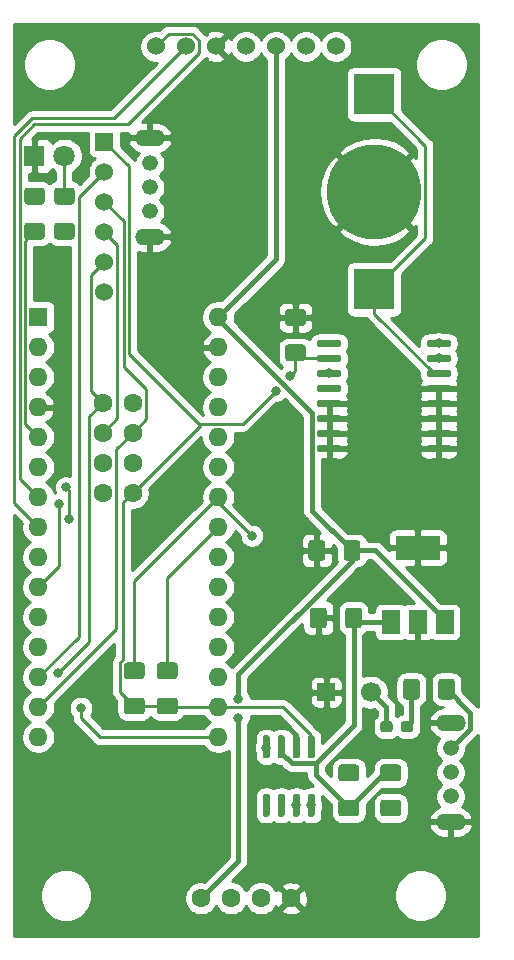
<source format=gbr>
%TF.GenerationSoftware,KiCad,Pcbnew,(5.1.6)-1*%
%TF.CreationDate,2021-10-22T11:30:52-04:00*%
%TF.ProjectId,main_board,6d61696e-5f62-46f6-9172-642e6b696361,rev?*%
%TF.SameCoordinates,Original*%
%TF.FileFunction,Copper,L1,Top*%
%TF.FilePolarity,Positive*%
%FSLAX46Y46*%
G04 Gerber Fmt 4.6, Leading zero omitted, Abs format (unit mm)*
G04 Created by KiCad (PCBNEW (5.1.6)-1) date 2021-10-22 11:30:52*
%MOMM*%
%LPD*%
G01*
G04 APERTURE LIST*
%TA.AperFunction,ComponentPad*%
%ADD10C,1.524000*%
%TD*%
%TA.AperFunction,ComponentPad*%
%ADD11R,1.524000X1.524000*%
%TD*%
%TA.AperFunction,ComponentPad*%
%ADD12C,1.324000*%
%TD*%
%TA.AperFunction,ComponentPad*%
%ADD13O,2.524000X1.424000*%
%TD*%
%TA.AperFunction,ComponentPad*%
%ADD14R,1.600000X1.600000*%
%TD*%
%TA.AperFunction,ComponentPad*%
%ADD15O,1.600000X1.600000*%
%TD*%
%TA.AperFunction,SMDPad,CuDef*%
%ADD16R,3.500000X3.500000*%
%TD*%
%TA.AperFunction,SMDPad,CuDef*%
%ADD17C,8.000000*%
%TD*%
%TA.AperFunction,ComponentPad*%
%ADD18R,1.800000X1.800000*%
%TD*%
%TA.AperFunction,ComponentPad*%
%ADD19C,1.800000*%
%TD*%
%TA.AperFunction,ComponentPad*%
%ADD20C,1.600000*%
%TD*%
%TA.AperFunction,ComponentPad*%
%ADD21C,1.700000*%
%TD*%
%TA.AperFunction,ComponentPad*%
%ADD22R,1.500000X1.500000*%
%TD*%
%TA.AperFunction,SMDPad,CuDef*%
%ADD23R,3.800000X2.000000*%
%TD*%
%TA.AperFunction,SMDPad,CuDef*%
%ADD24R,1.500000X2.000000*%
%TD*%
%TA.AperFunction,ViaPad*%
%ADD25C,0.800000*%
%TD*%
%TA.AperFunction,Conductor*%
%ADD26C,0.400000*%
%TD*%
%TA.AperFunction,Conductor*%
%ADD27C,0.250000*%
%TD*%
%TA.AperFunction,Conductor*%
%ADD28C,0.254000*%
%TD*%
G04 APERTURE END LIST*
D10*
%TO.P,MICRO SD,5*%
%TO.N,Net-(A1-Pad15)*%
X145478500Y-92138500D03*
%TO.P,MICRO SD,2*%
%TO.N,Net-(A1-Pad13)*%
X145478500Y-84518500D03*
D11*
%TO.P,MICRO SD,1*%
%TO.N,Net-(A1-Pad17)*%
X145478500Y-81978500D03*
D10*
%TO.P,MICRO SD,3*%
%TO.N,Net-(A1-Pad14)*%
X145478500Y-87058500D03*
%TO.P,MICRO SD,4*%
%TO.N,Net-(A1-Pad16)*%
X145478500Y-89598500D03*
%TO.P,MICRO SD,6*%
%TO.N,GND*%
X145478500Y-94678500D03*
%TD*%
D12*
%TO.P,switch2,1*%
%TO.N,Net-(A1-Pad2)*%
X149352000Y-87884000D03*
%TO.P,switch2,2*%
%TO.N,Net-(R1-Pad1)*%
X149352000Y-85852000D03*
%TO.P,switch2,3*%
%TO.N,Net-(switch2-Pad3)*%
X149352000Y-83820000D03*
D13*
%TO.P,switch2,4*%
%TO.N,GND*%
X149352000Y-90043000D03*
%TO.P,switch2,5*%
X149352000Y-81661000D03*
%TD*%
D14*
%TO.P,ARDUINO NANO,1*%
%TO.N,Net-(A1-Pad1)*%
X139890500Y-96837500D03*
D15*
%TO.P,ARDUINO NANO,17*%
%TO.N,Net-(A1-Pad17)*%
X155130500Y-129857500D03*
%TO.P,ARDUINO NANO,2*%
%TO.N,Net-(A1-Pad2)*%
X139890500Y-99377500D03*
%TO.P,ARDUINO NANO,18*%
%TO.N,Net-(A1-Pad18)*%
X155130500Y-127317500D03*
%TO.P,ARDUINO NANO,3*%
%TO.N,Net-(A1-Pad3)*%
X139890500Y-101917500D03*
%TO.P,ARDUINO NANO,19*%
%TO.N,Net-(A1-Pad19)*%
X155130500Y-124777500D03*
%TO.P,ARDUINO NANO,4*%
%TO.N,GND*%
X139890500Y-104457500D03*
%TO.P,ARDUINO NANO,20*%
%TO.N,Net-(A1-Pad20)*%
X155130500Y-122237500D03*
%TO.P,ARDUINO NANO,5*%
%TO.N,Net-(A1-Pad5)*%
X139890500Y-106997500D03*
%TO.P,ARDUINO NANO,21*%
%TO.N,Net-(A1-Pad21)*%
X155130500Y-119697500D03*
%TO.P,ARDUINO NANO,6*%
%TO.N,Net-(A1-Pad6)*%
X139890500Y-109537500D03*
%TO.P,ARDUINO NANO,22*%
%TO.N,Net-(A1-Pad22)*%
X155130500Y-117157500D03*
%TO.P,ARDUINO NANO,7*%
%TO.N,Net-(A1-Pad7)*%
X139890500Y-112077500D03*
%TO.P,ARDUINO NANO,23*%
%TO.N,Net-(A1-Pad23)*%
X155130500Y-114617500D03*
%TO.P,ARDUINO NANO,8*%
%TO.N,Net-(A1-Pad8)*%
X139890500Y-114617500D03*
%TO.P,ARDUINO NANO,24*%
%TO.N,Net-(A1-Pad24)*%
X155130500Y-112077500D03*
%TO.P,ARDUINO NANO,9*%
%TO.N,Net-(A1-Pad9)*%
X139890500Y-117157500D03*
%TO.P,ARDUINO NANO,25*%
%TO.N,Net-(A1-Pad25)*%
X155130500Y-109537500D03*
%TO.P,ARDUINO NANO,10*%
%TO.N,Net-(A1-Pad10)*%
X139890500Y-119697500D03*
%TO.P,ARDUINO NANO,26*%
%TO.N,Net-(A1-Pad26)*%
X155130500Y-106997500D03*
%TO.P,ARDUINO NANO,11*%
%TO.N,Net-(A1-Pad11)*%
X139890500Y-122237500D03*
%TO.P,ARDUINO NANO,27*%
%TO.N,Net-(A1-Pad27)*%
X155130500Y-104457500D03*
%TO.P,ARDUINO NANO,12*%
%TO.N,Net-(A1-Pad12)*%
X139890500Y-124777500D03*
%TO.P,ARDUINO NANO,28*%
%TO.N,Net-(A1-Pad28)*%
X155130500Y-101917500D03*
%TO.P,ARDUINO NANO,13*%
%TO.N,Net-(A1-Pad13)*%
X139890500Y-127317500D03*
%TO.P,ARDUINO NANO,29*%
%TO.N,GND*%
X155130500Y-99377500D03*
%TO.P,ARDUINO NANO,14*%
%TO.N,Net-(A1-Pad14)*%
X139890500Y-129857500D03*
%TO.P,ARDUINO NANO,30*%
%TO.N,Net-(A1-Pad30)*%
X155130500Y-96837500D03*
%TO.P,ARDUINO NANO,15*%
%TO.N,Net-(A1-Pad15)*%
X139890500Y-132397500D03*
%TO.P,ARDUINO NANO,16*%
%TO.N,Net-(A1-Pad16)*%
X155130500Y-132397500D03*
%TD*%
D16*
%TO.P,CR1025,1*%
%TO.N,Net-(BT1-Pad1)*%
X168338500Y-94488000D03*
X168338500Y-77978000D03*
D17*
%TO.P,CR1025,2*%
%TO.N,GND*%
X168338500Y-86233000D03*
%TD*%
%TO.P,C1,2*%
%TO.N,GND*%
%TA.AperFunction,SMDPad,CuDef*%
G36*
G01*
X162296000Y-97586500D02*
X161046000Y-97586500D01*
G75*
G02*
X160796000Y-97336500I0J250000D01*
G01*
X160796000Y-96411500D01*
G75*
G02*
X161046000Y-96161500I250000J0D01*
G01*
X162296000Y-96161500D01*
G75*
G02*
X162546000Y-96411500I0J-250000D01*
G01*
X162546000Y-97336500D01*
G75*
G02*
X162296000Y-97586500I-250000J0D01*
G01*
G37*
%TD.AperFunction*%
%TO.P,C1,1*%
%TO.N,Net-(A1-Pad17)*%
%TA.AperFunction,SMDPad,CuDef*%
G36*
G01*
X162296000Y-100561500D02*
X161046000Y-100561500D01*
G75*
G02*
X160796000Y-100311500I0J250000D01*
G01*
X160796000Y-99386500D01*
G75*
G02*
X161046000Y-99136500I250000J0D01*
G01*
X162296000Y-99136500D01*
G75*
G02*
X162546000Y-99386500I0J-250000D01*
G01*
X162546000Y-100311500D01*
G75*
G02*
X162296000Y-100561500I-250000J0D01*
G01*
G37*
%TD.AperFunction*%
%TD*%
%TO.P,C2,1*%
%TO.N,Net-(C2-Pad1)*%
%TA.AperFunction,SMDPad,CuDef*%
G36*
G01*
X165554500Y-134706000D02*
X166804500Y-134706000D01*
G75*
G02*
X167054500Y-134956000I0J-250000D01*
G01*
X167054500Y-135881000D01*
G75*
G02*
X166804500Y-136131000I-250000J0D01*
G01*
X165554500Y-136131000D01*
G75*
G02*
X165304500Y-135881000I0J250000D01*
G01*
X165304500Y-134956000D01*
G75*
G02*
X165554500Y-134706000I250000J0D01*
G01*
G37*
%TD.AperFunction*%
%TO.P,C2,2*%
%TO.N,Net-(C2-Pad2)*%
%TA.AperFunction,SMDPad,CuDef*%
G36*
G01*
X165554500Y-137681000D02*
X166804500Y-137681000D01*
G75*
G02*
X167054500Y-137931000I0J-250000D01*
G01*
X167054500Y-138856000D01*
G75*
G02*
X166804500Y-139106000I-250000J0D01*
G01*
X165554500Y-139106000D01*
G75*
G02*
X165304500Y-138856000I0J250000D01*
G01*
X165304500Y-137931000D01*
G75*
G02*
X165554500Y-137681000I250000J0D01*
G01*
G37*
%TD.AperFunction*%
%TD*%
%TO.P,C3,1*%
%TO.N,GND*%
%TA.AperFunction,SMDPad,CuDef*%
G36*
G01*
X162773000Y-117211000D02*
X162773000Y-115961000D01*
G75*
G02*
X163023000Y-115711000I250000J0D01*
G01*
X163948000Y-115711000D01*
G75*
G02*
X164198000Y-115961000I0J-250000D01*
G01*
X164198000Y-117211000D01*
G75*
G02*
X163948000Y-117461000I-250000J0D01*
G01*
X163023000Y-117461000D01*
G75*
G02*
X162773000Y-117211000I0J250000D01*
G01*
G37*
%TD.AperFunction*%
%TO.P,C3,2*%
%TO.N,Net-(A1-Pad30)*%
%TA.AperFunction,SMDPad,CuDef*%
G36*
G01*
X165748000Y-117211000D02*
X165748000Y-115961000D01*
G75*
G02*
X165998000Y-115711000I250000J0D01*
G01*
X166923000Y-115711000D01*
G75*
G02*
X167173000Y-115961000I0J-250000D01*
G01*
X167173000Y-117211000D01*
G75*
G02*
X166923000Y-117461000I-250000J0D01*
G01*
X165998000Y-117461000D01*
G75*
G02*
X165748000Y-117211000I0J250000D01*
G01*
G37*
%TD.AperFunction*%
%TD*%
%TO.P,C4,2*%
%TO.N,Net-(C2-Pad2)*%
%TA.AperFunction,SMDPad,CuDef*%
G36*
G01*
X165875000Y-122926000D02*
X165875000Y-121676000D01*
G75*
G02*
X166125000Y-121426000I250000J0D01*
G01*
X167050000Y-121426000D01*
G75*
G02*
X167300000Y-121676000I0J-250000D01*
G01*
X167300000Y-122926000D01*
G75*
G02*
X167050000Y-123176000I-250000J0D01*
G01*
X166125000Y-123176000D01*
G75*
G02*
X165875000Y-122926000I0J250000D01*
G01*
G37*
%TD.AperFunction*%
%TO.P,C4,1*%
%TO.N,GND*%
%TA.AperFunction,SMDPad,CuDef*%
G36*
G01*
X162900000Y-122926000D02*
X162900000Y-121676000D01*
G75*
G02*
X163150000Y-121426000I250000J0D01*
G01*
X164075000Y-121426000D01*
G75*
G02*
X164325000Y-121676000I0J-250000D01*
G01*
X164325000Y-122926000D01*
G75*
G02*
X164075000Y-123176000I-250000J0D01*
G01*
X163150000Y-123176000D01*
G75*
G02*
X162900000Y-122926000I0J250000D01*
G01*
G37*
%TD.AperFunction*%
%TD*%
%TO.P,D1,1*%
%TO.N,Net-(D1-Pad1)*%
%TA.AperFunction,SMDPad,CuDef*%
G36*
G01*
X175174000Y-127708500D02*
X175174000Y-128958500D01*
G75*
G02*
X174924000Y-129208500I-250000J0D01*
G01*
X173999000Y-129208500D01*
G75*
G02*
X173749000Y-128958500I0J250000D01*
G01*
X173749000Y-127708500D01*
G75*
G02*
X173999000Y-127458500I250000J0D01*
G01*
X174924000Y-127458500D01*
G75*
G02*
X175174000Y-127708500I0J-250000D01*
G01*
G37*
%TD.AperFunction*%
%TO.P,D1,2*%
%TO.N,Net-(D1-Pad2)*%
%TA.AperFunction,SMDPad,CuDef*%
G36*
G01*
X172199000Y-127708500D02*
X172199000Y-128958500D01*
G75*
G02*
X171949000Y-129208500I-250000J0D01*
G01*
X171024000Y-129208500D01*
G75*
G02*
X170774000Y-128958500I0J250000D01*
G01*
X170774000Y-127708500D01*
G75*
G02*
X171024000Y-127458500I250000J0D01*
G01*
X171949000Y-127458500D01*
G75*
G02*
X172199000Y-127708500I0J-250000D01*
G01*
G37*
%TD.AperFunction*%
%TD*%
D18*
%TO.P,D2,1*%
%TO.N,GND*%
X139573000Y-83185000D03*
D19*
%TO.P,D2,2*%
%TO.N,Net-(D2-Pad2)*%
X142113000Y-83185000D03*
%TD*%
%TO.P,F1,1*%
%TO.N,Net-(D1-Pad2)*%
%TA.AperFunction,SMDPad,CuDef*%
G36*
G01*
X171643500Y-131271000D02*
X171643500Y-131746000D01*
G75*
G02*
X171406000Y-131983500I-237500J0D01*
G01*
X170831000Y-131983500D01*
G75*
G02*
X170593500Y-131746000I0J237500D01*
G01*
X170593500Y-131271000D01*
G75*
G02*
X170831000Y-131033500I237500J0D01*
G01*
X171406000Y-131033500D01*
G75*
G02*
X171643500Y-131271000I0J-237500D01*
G01*
G37*
%TD.AperFunction*%
%TO.P,F1,2*%
%TO.N,Net-(F1-Pad2)*%
%TA.AperFunction,SMDPad,CuDef*%
G36*
G01*
X169893500Y-131271000D02*
X169893500Y-131746000D01*
G75*
G02*
X169656000Y-131983500I-237500J0D01*
G01*
X169081000Y-131983500D01*
G75*
G02*
X168843500Y-131746000I0J237500D01*
G01*
X168843500Y-131271000D01*
G75*
G02*
X169081000Y-131033500I237500J0D01*
G01*
X169656000Y-131033500D01*
G75*
G02*
X169893500Y-131271000I0J-237500D01*
G01*
G37*
%TD.AperFunction*%
%TD*%
D20*
%TO.P,nRF24L01+1,3*%
%TO.N,Net-(A1-Pad14)*%
X147891500Y-106616500D03*
%TO.P,nRF24L01+1,7*%
%TO.N,Net-(A1-Pad16)*%
X145351500Y-106616500D03*
%TO.P,nRF24L01+1,5*%
%TO.N,GND*%
X145351500Y-111696500D03*
%TO.P,nRF24L01+1,6*%
%TO.N,Net-(A1-Pad10)*%
X145351500Y-109156500D03*
%TO.P,nRF24L01+1,2*%
%TO.N,Net-(A1-Pad9)*%
X147891500Y-109156500D03*
%TO.P,nRF24L01+1,1*%
%TO.N,Net-(A1-Pad17)*%
X147891500Y-111696500D03*
%TO.P,nRF24L01+1,4*%
%TO.N,Net-(A1-Pad6)*%
X147891500Y-104076500D03*
%TO.P,nRF24L01+1,8*%
%TO.N,Net-(A1-Pad15)*%
X145351500Y-104076500D03*
%TD*%
D21*
%TO.P,POWER,2*%
%TO.N,Net-(F1-Pad2)*%
X168084500Y-128587500D03*
D22*
%TO.P,POWER,1*%
%TO.N,GND*%
X164274500Y-128587500D03*
%TD*%
%TO.P,R1,1*%
%TO.N,Net-(R1-Pad1)*%
%TA.AperFunction,SMDPad,CuDef*%
G36*
G01*
X142738000Y-90274500D02*
X141488000Y-90274500D01*
G75*
G02*
X141238000Y-90024500I0J250000D01*
G01*
X141238000Y-89099500D01*
G75*
G02*
X141488000Y-88849500I250000J0D01*
G01*
X142738000Y-88849500D01*
G75*
G02*
X142988000Y-89099500I0J-250000D01*
G01*
X142988000Y-90024500D01*
G75*
G02*
X142738000Y-90274500I-250000J0D01*
G01*
G37*
%TD.AperFunction*%
%TO.P,R1,2*%
%TO.N,Net-(D2-Pad2)*%
%TA.AperFunction,SMDPad,CuDef*%
G36*
G01*
X142738000Y-87299500D02*
X141488000Y-87299500D01*
G75*
G02*
X141238000Y-87049500I0J250000D01*
G01*
X141238000Y-86124500D01*
G75*
G02*
X141488000Y-85874500I250000J0D01*
G01*
X142738000Y-85874500D01*
G75*
G02*
X142988000Y-86124500I0J-250000D01*
G01*
X142988000Y-87049500D01*
G75*
G02*
X142738000Y-87299500I-250000J0D01*
G01*
G37*
%TD.AperFunction*%
%TD*%
%TO.P,R2,2*%
%TO.N,Net-(C2-Pad2)*%
%TA.AperFunction,SMDPad,CuDef*%
G36*
G01*
X170360500Y-136131000D02*
X169110500Y-136131000D01*
G75*
G02*
X168860500Y-135881000I0J250000D01*
G01*
X168860500Y-134956000D01*
G75*
G02*
X169110500Y-134706000I250000J0D01*
G01*
X170360500Y-134706000D01*
G75*
G02*
X170610500Y-134956000I0J-250000D01*
G01*
X170610500Y-135881000D01*
G75*
G02*
X170360500Y-136131000I-250000J0D01*
G01*
G37*
%TD.AperFunction*%
%TO.P,R2,1*%
%TO.N,Net-(C2-Pad1)*%
%TA.AperFunction,SMDPad,CuDef*%
G36*
G01*
X170360500Y-139106000D02*
X169110500Y-139106000D01*
G75*
G02*
X168860500Y-138856000I0J250000D01*
G01*
X168860500Y-137931000D01*
G75*
G02*
X169110500Y-137681000I250000J0D01*
G01*
X170360500Y-137681000D01*
G75*
G02*
X170610500Y-137931000I0J-250000D01*
G01*
X170610500Y-138856000D01*
G75*
G02*
X170360500Y-139106000I-250000J0D01*
G01*
G37*
%TD.AperFunction*%
%TD*%
%TO.P,R3,1*%
%TO.N,Net-(A1-Pad17)*%
%TA.AperFunction,SMDPad,CuDef*%
G36*
G01*
X151437500Y-130470000D02*
X150187500Y-130470000D01*
G75*
G02*
X149937500Y-130220000I0J250000D01*
G01*
X149937500Y-129295000D01*
G75*
G02*
X150187500Y-129045000I250000J0D01*
G01*
X151437500Y-129045000D01*
G75*
G02*
X151687500Y-129295000I0J-250000D01*
G01*
X151687500Y-130220000D01*
G75*
G02*
X151437500Y-130470000I-250000J0D01*
G01*
G37*
%TD.AperFunction*%
%TO.P,R3,2*%
%TO.N,Net-(A1-Pad23)*%
%TA.AperFunction,SMDPad,CuDef*%
G36*
G01*
X151437500Y-127495000D02*
X150187500Y-127495000D01*
G75*
G02*
X149937500Y-127245000I0J250000D01*
G01*
X149937500Y-126320000D01*
G75*
G02*
X150187500Y-126070000I250000J0D01*
G01*
X151437500Y-126070000D01*
G75*
G02*
X151687500Y-126320000I0J-250000D01*
G01*
X151687500Y-127245000D01*
G75*
G02*
X151437500Y-127495000I-250000J0D01*
G01*
G37*
%TD.AperFunction*%
%TD*%
%TO.P,R4,2*%
%TO.N,Net-(A1-Pad24)*%
%TA.AperFunction,SMDPad,CuDef*%
G36*
G01*
X148643500Y-127495000D02*
X147393500Y-127495000D01*
G75*
G02*
X147143500Y-127245000I0J250000D01*
G01*
X147143500Y-126320000D01*
G75*
G02*
X147393500Y-126070000I250000J0D01*
G01*
X148643500Y-126070000D01*
G75*
G02*
X148893500Y-126320000I0J-250000D01*
G01*
X148893500Y-127245000D01*
G75*
G02*
X148643500Y-127495000I-250000J0D01*
G01*
G37*
%TD.AperFunction*%
%TO.P,R4,1*%
%TO.N,Net-(A1-Pad17)*%
%TA.AperFunction,SMDPad,CuDef*%
G36*
G01*
X148643500Y-130470000D02*
X147393500Y-130470000D01*
G75*
G02*
X147143500Y-130220000I0J250000D01*
G01*
X147143500Y-129295000D01*
G75*
G02*
X147393500Y-129045000I250000J0D01*
G01*
X148643500Y-129045000D01*
G75*
G02*
X148893500Y-129295000I0J-250000D01*
G01*
X148893500Y-130220000D01*
G75*
G02*
X148643500Y-130470000I-250000J0D01*
G01*
G37*
%TD.AperFunction*%
%TD*%
%TO.P,R5,1*%
%TO.N,Net-(A1-Pad5)*%
%TA.AperFunction,SMDPad,CuDef*%
G36*
G01*
X140198000Y-90274500D02*
X138948000Y-90274500D01*
G75*
G02*
X138698000Y-90024500I0J250000D01*
G01*
X138698000Y-89099500D01*
G75*
G02*
X138948000Y-88849500I250000J0D01*
G01*
X140198000Y-88849500D01*
G75*
G02*
X140448000Y-89099500I0J-250000D01*
G01*
X140448000Y-90024500D01*
G75*
G02*
X140198000Y-90274500I-250000J0D01*
G01*
G37*
%TD.AperFunction*%
%TO.P,R5,2*%
%TO.N,Net-(A1-Pad17)*%
%TA.AperFunction,SMDPad,CuDef*%
G36*
G01*
X140198000Y-87299500D02*
X138948000Y-87299500D01*
G75*
G02*
X138698000Y-87049500I0J250000D01*
G01*
X138698000Y-86124500D01*
G75*
G02*
X138948000Y-85874500I250000J0D01*
G01*
X140198000Y-85874500D01*
G75*
G02*
X140448000Y-86124500I0J-250000D01*
G01*
X140448000Y-87049500D01*
G75*
G02*
X140198000Y-87299500I-250000J0D01*
G01*
G37*
%TD.AperFunction*%
%TD*%
D12*
%TO.P,switch1,1*%
%TO.N,Net-(D1-Pad1)*%
X174815500Y-133350000D03*
%TO.P,switch1,2*%
%TO.N,Net-(C2-Pad1)*%
X174815500Y-135382000D03*
%TO.P,switch1,3*%
%TO.N,Net-(switch1-Pad3)*%
X174815500Y-137414000D03*
D13*
%TO.P,switch1,4*%
%TO.N,GND*%
X174815500Y-131191000D03*
%TO.P,switch1,5*%
X174815500Y-139573000D03*
%TD*%
%TO.P,DS3231,1*%
%TO.N,Net-(U2-Pad1)*%
%TA.AperFunction,SMDPad,CuDef*%
G36*
G01*
X163489000Y-99210000D02*
X163489000Y-98910000D01*
G75*
G02*
X163639000Y-98760000I150000J0D01*
G01*
X165389000Y-98760000D01*
G75*
G02*
X165539000Y-98910000I0J-150000D01*
G01*
X165539000Y-99210000D01*
G75*
G02*
X165389000Y-99360000I-150000J0D01*
G01*
X163639000Y-99360000D01*
G75*
G02*
X163489000Y-99210000I0J150000D01*
G01*
G37*
%TD.AperFunction*%
%TO.P,DS3231,2*%
%TO.N,Net-(A1-Pad17)*%
%TA.AperFunction,SMDPad,CuDef*%
G36*
G01*
X163489000Y-100480000D02*
X163489000Y-100180000D01*
G75*
G02*
X163639000Y-100030000I150000J0D01*
G01*
X165389000Y-100030000D01*
G75*
G02*
X165539000Y-100180000I0J-150000D01*
G01*
X165539000Y-100480000D01*
G75*
G02*
X165389000Y-100630000I-150000J0D01*
G01*
X163639000Y-100630000D01*
G75*
G02*
X163489000Y-100480000I0J150000D01*
G01*
G37*
%TD.AperFunction*%
%TO.P,DS3231,3*%
%TO.N,Net-(A1-Pad5)*%
%TA.AperFunction,SMDPad,CuDef*%
G36*
G01*
X163489000Y-101750000D02*
X163489000Y-101450000D01*
G75*
G02*
X163639000Y-101300000I150000J0D01*
G01*
X165389000Y-101300000D01*
G75*
G02*
X165539000Y-101450000I0J-150000D01*
G01*
X165539000Y-101750000D01*
G75*
G02*
X165389000Y-101900000I-150000J0D01*
G01*
X163639000Y-101900000D01*
G75*
G02*
X163489000Y-101750000I0J150000D01*
G01*
G37*
%TD.AperFunction*%
%TO.P,DS3231,4*%
%TO.N,Net-(U2-Pad4)*%
%TA.AperFunction,SMDPad,CuDef*%
G36*
G01*
X163489000Y-103020000D02*
X163489000Y-102720000D01*
G75*
G02*
X163639000Y-102570000I150000J0D01*
G01*
X165389000Y-102570000D01*
G75*
G02*
X165539000Y-102720000I0J-150000D01*
G01*
X165539000Y-103020000D01*
G75*
G02*
X165389000Y-103170000I-150000J0D01*
G01*
X163639000Y-103170000D01*
G75*
G02*
X163489000Y-103020000I0J150000D01*
G01*
G37*
%TD.AperFunction*%
%TO.P,DS3231,5*%
%TO.N,GND*%
%TA.AperFunction,SMDPad,CuDef*%
G36*
G01*
X163489000Y-104290000D02*
X163489000Y-103990000D01*
G75*
G02*
X163639000Y-103840000I150000J0D01*
G01*
X165389000Y-103840000D01*
G75*
G02*
X165539000Y-103990000I0J-150000D01*
G01*
X165539000Y-104290000D01*
G75*
G02*
X165389000Y-104440000I-150000J0D01*
G01*
X163639000Y-104440000D01*
G75*
G02*
X163489000Y-104290000I0J150000D01*
G01*
G37*
%TD.AperFunction*%
%TO.P,DS3231,6*%
%TA.AperFunction,SMDPad,CuDef*%
G36*
G01*
X163489000Y-105560000D02*
X163489000Y-105260000D01*
G75*
G02*
X163639000Y-105110000I150000J0D01*
G01*
X165389000Y-105110000D01*
G75*
G02*
X165539000Y-105260000I0J-150000D01*
G01*
X165539000Y-105560000D01*
G75*
G02*
X165389000Y-105710000I-150000J0D01*
G01*
X163639000Y-105710000D01*
G75*
G02*
X163489000Y-105560000I0J150000D01*
G01*
G37*
%TD.AperFunction*%
%TO.P,DS3231,7*%
%TA.AperFunction,SMDPad,CuDef*%
G36*
G01*
X163489000Y-106830000D02*
X163489000Y-106530000D01*
G75*
G02*
X163639000Y-106380000I150000J0D01*
G01*
X165389000Y-106380000D01*
G75*
G02*
X165539000Y-106530000I0J-150000D01*
G01*
X165539000Y-106830000D01*
G75*
G02*
X165389000Y-106980000I-150000J0D01*
G01*
X163639000Y-106980000D01*
G75*
G02*
X163489000Y-106830000I0J150000D01*
G01*
G37*
%TD.AperFunction*%
%TO.P,DS3231,8*%
%TA.AperFunction,SMDPad,CuDef*%
G36*
G01*
X163489000Y-108100000D02*
X163489000Y-107800000D01*
G75*
G02*
X163639000Y-107650000I150000J0D01*
G01*
X165389000Y-107650000D01*
G75*
G02*
X165539000Y-107800000I0J-150000D01*
G01*
X165539000Y-108100000D01*
G75*
G02*
X165389000Y-108250000I-150000J0D01*
G01*
X163639000Y-108250000D01*
G75*
G02*
X163489000Y-108100000I0J150000D01*
G01*
G37*
%TD.AperFunction*%
%TO.P,DS3231,9*%
%TA.AperFunction,SMDPad,CuDef*%
G36*
G01*
X172789000Y-108100000D02*
X172789000Y-107800000D01*
G75*
G02*
X172939000Y-107650000I150000J0D01*
G01*
X174689000Y-107650000D01*
G75*
G02*
X174839000Y-107800000I0J-150000D01*
G01*
X174839000Y-108100000D01*
G75*
G02*
X174689000Y-108250000I-150000J0D01*
G01*
X172939000Y-108250000D01*
G75*
G02*
X172789000Y-108100000I0J150000D01*
G01*
G37*
%TD.AperFunction*%
%TO.P,DS3231,10*%
%TA.AperFunction,SMDPad,CuDef*%
G36*
G01*
X172789000Y-106830000D02*
X172789000Y-106530000D01*
G75*
G02*
X172939000Y-106380000I150000J0D01*
G01*
X174689000Y-106380000D01*
G75*
G02*
X174839000Y-106530000I0J-150000D01*
G01*
X174839000Y-106830000D01*
G75*
G02*
X174689000Y-106980000I-150000J0D01*
G01*
X172939000Y-106980000D01*
G75*
G02*
X172789000Y-106830000I0J150000D01*
G01*
G37*
%TD.AperFunction*%
%TO.P,DS3231,11*%
%TA.AperFunction,SMDPad,CuDef*%
G36*
G01*
X172789000Y-105560000D02*
X172789000Y-105260000D01*
G75*
G02*
X172939000Y-105110000I150000J0D01*
G01*
X174689000Y-105110000D01*
G75*
G02*
X174839000Y-105260000I0J-150000D01*
G01*
X174839000Y-105560000D01*
G75*
G02*
X174689000Y-105710000I-150000J0D01*
G01*
X172939000Y-105710000D01*
G75*
G02*
X172789000Y-105560000I0J150000D01*
G01*
G37*
%TD.AperFunction*%
%TO.P,DS3231,12*%
%TA.AperFunction,SMDPad,CuDef*%
G36*
G01*
X172789000Y-104290000D02*
X172789000Y-103990000D01*
G75*
G02*
X172939000Y-103840000I150000J0D01*
G01*
X174689000Y-103840000D01*
G75*
G02*
X174839000Y-103990000I0J-150000D01*
G01*
X174839000Y-104290000D01*
G75*
G02*
X174689000Y-104440000I-150000J0D01*
G01*
X172939000Y-104440000D01*
G75*
G02*
X172789000Y-104290000I0J150000D01*
G01*
G37*
%TD.AperFunction*%
%TO.P,DS3231,13*%
%TA.AperFunction,SMDPad,CuDef*%
G36*
G01*
X172789000Y-103020000D02*
X172789000Y-102720000D01*
G75*
G02*
X172939000Y-102570000I150000J0D01*
G01*
X174689000Y-102570000D01*
G75*
G02*
X174839000Y-102720000I0J-150000D01*
G01*
X174839000Y-103020000D01*
G75*
G02*
X174689000Y-103170000I-150000J0D01*
G01*
X172939000Y-103170000D01*
G75*
G02*
X172789000Y-103020000I0J150000D01*
G01*
G37*
%TD.AperFunction*%
%TO.P,DS3231,14*%
%TO.N,Net-(BT1-Pad1)*%
%TA.AperFunction,SMDPad,CuDef*%
G36*
G01*
X172789000Y-101750000D02*
X172789000Y-101450000D01*
G75*
G02*
X172939000Y-101300000I150000J0D01*
G01*
X174689000Y-101300000D01*
G75*
G02*
X174839000Y-101450000I0J-150000D01*
G01*
X174839000Y-101750000D01*
G75*
G02*
X174689000Y-101900000I-150000J0D01*
G01*
X172939000Y-101900000D01*
G75*
G02*
X172789000Y-101750000I0J150000D01*
G01*
G37*
%TD.AperFunction*%
%TO.P,DS3231,15*%
%TO.N,Net-(A1-Pad23)*%
%TA.AperFunction,SMDPad,CuDef*%
G36*
G01*
X172789000Y-100480000D02*
X172789000Y-100180000D01*
G75*
G02*
X172939000Y-100030000I150000J0D01*
G01*
X174689000Y-100030000D01*
G75*
G02*
X174839000Y-100180000I0J-150000D01*
G01*
X174839000Y-100480000D01*
G75*
G02*
X174689000Y-100630000I-150000J0D01*
G01*
X172939000Y-100630000D01*
G75*
G02*
X172789000Y-100480000I0J150000D01*
G01*
G37*
%TD.AperFunction*%
%TO.P,DS3231,16*%
%TO.N,Net-(A1-Pad24)*%
%TA.AperFunction,SMDPad,CuDef*%
G36*
G01*
X172789000Y-99210000D02*
X172789000Y-98910000D01*
G75*
G02*
X172939000Y-98760000I150000J0D01*
G01*
X174689000Y-98760000D01*
G75*
G02*
X174839000Y-98910000I0J-150000D01*
G01*
X174839000Y-99210000D01*
G75*
G02*
X174689000Y-99360000I-150000J0D01*
G01*
X172939000Y-99360000D01*
G75*
G02*
X172789000Y-99210000I0J150000D01*
G01*
G37*
%TD.AperFunction*%
%TD*%
%TO.P,INA219,1*%
%TO.N,Net-(U3-Pad1)*%
%TA.AperFunction,SMDPad,CuDef*%
G36*
G01*
X159344500Y-139149500D02*
X159044500Y-139149500D01*
G75*
G02*
X158894500Y-138999500I0J150000D01*
G01*
X158894500Y-137349500D01*
G75*
G02*
X159044500Y-137199500I150000J0D01*
G01*
X159344500Y-137199500D01*
G75*
G02*
X159494500Y-137349500I0J-150000D01*
G01*
X159494500Y-138999500D01*
G75*
G02*
X159344500Y-139149500I-150000J0D01*
G01*
G37*
%TD.AperFunction*%
%TO.P,INA219,2*%
%TO.N,Net-(U3-Pad2)*%
%TA.AperFunction,SMDPad,CuDef*%
G36*
G01*
X160614500Y-139149500D02*
X160314500Y-139149500D01*
G75*
G02*
X160164500Y-138999500I0J150000D01*
G01*
X160164500Y-137349500D01*
G75*
G02*
X160314500Y-137199500I150000J0D01*
G01*
X160614500Y-137199500D01*
G75*
G02*
X160764500Y-137349500I0J-150000D01*
G01*
X160764500Y-138999500D01*
G75*
G02*
X160614500Y-139149500I-150000J0D01*
G01*
G37*
%TD.AperFunction*%
%TO.P,INA219,3*%
%TO.N,Net-(A1-Pad23)*%
%TA.AperFunction,SMDPad,CuDef*%
G36*
G01*
X161884500Y-139149500D02*
X161584500Y-139149500D01*
G75*
G02*
X161434500Y-138999500I0J150000D01*
G01*
X161434500Y-137349500D01*
G75*
G02*
X161584500Y-137199500I150000J0D01*
G01*
X161884500Y-137199500D01*
G75*
G02*
X162034500Y-137349500I0J-150000D01*
G01*
X162034500Y-138999500D01*
G75*
G02*
X161884500Y-139149500I-150000J0D01*
G01*
G37*
%TD.AperFunction*%
%TO.P,INA219,4*%
%TO.N,Net-(A1-Pad24)*%
%TA.AperFunction,SMDPad,CuDef*%
G36*
G01*
X163154500Y-139149500D02*
X162854500Y-139149500D01*
G75*
G02*
X162704500Y-138999500I0J150000D01*
G01*
X162704500Y-137349500D01*
G75*
G02*
X162854500Y-137199500I150000J0D01*
G01*
X163154500Y-137199500D01*
G75*
G02*
X163304500Y-137349500I0J-150000D01*
G01*
X163304500Y-138999500D01*
G75*
G02*
X163154500Y-139149500I-150000J0D01*
G01*
G37*
%TD.AperFunction*%
%TO.P,INA219,5*%
%TO.N,Net-(A1-Pad17)*%
%TA.AperFunction,SMDPad,CuDef*%
G36*
G01*
X163154500Y-134199500D02*
X162854500Y-134199500D01*
G75*
G02*
X162704500Y-134049500I0J150000D01*
G01*
X162704500Y-132399500D01*
G75*
G02*
X162854500Y-132249500I150000J0D01*
G01*
X163154500Y-132249500D01*
G75*
G02*
X163304500Y-132399500I0J-150000D01*
G01*
X163304500Y-134049500D01*
G75*
G02*
X163154500Y-134199500I-150000J0D01*
G01*
G37*
%TD.AperFunction*%
%TO.P,INA219,6*%
%TO.N,GND*%
%TA.AperFunction,SMDPad,CuDef*%
G36*
G01*
X161884500Y-134199500D02*
X161584500Y-134199500D01*
G75*
G02*
X161434500Y-134049500I0J150000D01*
G01*
X161434500Y-132399500D01*
G75*
G02*
X161584500Y-132249500I150000J0D01*
G01*
X161884500Y-132249500D01*
G75*
G02*
X162034500Y-132399500I0J-150000D01*
G01*
X162034500Y-134049500D01*
G75*
G02*
X161884500Y-134199500I-150000J0D01*
G01*
G37*
%TD.AperFunction*%
%TO.P,INA219,7*%
%TO.N,Net-(C2-Pad2)*%
%TA.AperFunction,SMDPad,CuDef*%
G36*
G01*
X160614500Y-134199500D02*
X160314500Y-134199500D01*
G75*
G02*
X160164500Y-134049500I0J150000D01*
G01*
X160164500Y-132399500D01*
G75*
G02*
X160314500Y-132249500I150000J0D01*
G01*
X160614500Y-132249500D01*
G75*
G02*
X160764500Y-132399500I0J-150000D01*
G01*
X160764500Y-134049500D01*
G75*
G02*
X160614500Y-134199500I-150000J0D01*
G01*
G37*
%TD.AperFunction*%
%TO.P,INA219,8*%
%TO.N,Net-(C2-Pad1)*%
%TA.AperFunction,SMDPad,CuDef*%
G36*
G01*
X159344500Y-134199500D02*
X159044500Y-134199500D01*
G75*
G02*
X158894500Y-134049500I0J150000D01*
G01*
X158894500Y-132399500D01*
G75*
G02*
X159044500Y-132249500I150000J0D01*
G01*
X159344500Y-132249500D01*
G75*
G02*
X159494500Y-132399500I0J-150000D01*
G01*
X159494500Y-134049500D01*
G75*
G02*
X159344500Y-134199500I-150000J0D01*
G01*
G37*
%TD.AperFunction*%
%TD*%
D23*
%TO.P,5V,2*%
%TO.N,GND*%
X172021500Y-116357000D03*
D24*
X172021500Y-122657000D03*
%TO.P,5V,3*%
%TO.N,Net-(A1-Pad30)*%
X174321500Y-122657000D03*
%TO.P,5V,1*%
%TO.N,Net-(C2-Pad2)*%
X169721500Y-122657000D03*
%TD*%
D20*
%TO.P,STAGE,1*%
%TO.N,GND*%
X161290000Y-146050000D03*
%TO.P,STAGE,2*%
%TO.N,Net-(A1-Pad11)*%
X158750000Y-146050000D03*
%TO.P,STAGE,3*%
%TO.N,Net-(A1-Pad12)*%
X156210000Y-146050000D03*
%TO.P,STAGE,4*%
%TO.N,Net-(A1-Pad30)*%
X153670000Y-146050000D03*
%TD*%
D10*
%TO.P,U1,2*%
%TO.N,Net-(A1-Pad24)*%
X165100000Y-73914000D03*
%TO.P,U1,3*%
%TO.N,Net-(A1-Pad23)*%
X162560000Y-73914000D03*
%TO.P,U1,4*%
%TO.N,Net-(A1-Pad30)*%
X160020000Y-73914000D03*
%TO.P,U1,5*%
%TO.N,Net-(A1-Pad17)*%
X157480000Y-73914000D03*
%TO.P,U1,6*%
%TO.N,GND*%
X154940000Y-73914000D03*
%TO.P,U1,7*%
%TO.N,Net-(A1-Pad8)*%
X152400000Y-73914000D03*
%TO.P,U1,8*%
%TO.N,Net-(A1-Pad7)*%
X149860000Y-73914000D03*
%TD*%
D25*
%TO.N,GND*%
X160655000Y-108267500D03*
X171259500Y-110807500D03*
X158496000Y-120777000D03*
X149796500Y-114236500D03*
X146875500Y-136652000D03*
X148463000Y-145859500D03*
X140335000Y-137985500D03*
X167767000Y-143319500D03*
X156718000Y-85026500D03*
X146177000Y-74993500D03*
X158496000Y-89712800D03*
X161607500Y-93472000D03*
X175450500Y-81026000D03*
X158242000Y-131127500D03*
X149758400Y-97485200D03*
X140970000Y-93929200D03*
X145288000Y-77724000D03*
X156108400Y-80873600D03*
X166522400Y-113487200D03*
X152400000Y-139496800D03*
%TO.N,Net-(A1-Pad17)*%
X139573000Y-86587000D03*
X161226500Y-101854000D03*
X160020000Y-103060500D03*
%TO.N,Net-(A1-Pad5)*%
X164514000Y-101600000D03*
%TO.N,Net-(A1-Pad23)*%
X173814000Y-100330000D03*
X150812500Y-126782500D03*
X161734500Y-138174500D03*
%TO.N,Net-(A1-Pad24)*%
X173814000Y-99060000D03*
X157988000Y-115342500D03*
X148018500Y-126782500D03*
X163004500Y-138174500D03*
%TO.N,Net-(A1-Pad10)*%
X141688596Y-112669096D03*
%TO.N,Net-(A1-Pad15)*%
X141541500Y-127000000D03*
%TO.N,Net-(A1-Pad16)*%
X142235347Y-111247347D03*
X142523402Y-113884902D03*
X143510000Y-129921000D03*
%TO.N,Net-(C2-Pad1)*%
X166179500Y-135382000D03*
X159194500Y-133286500D03*
X169735500Y-138393500D03*
%TO.N,Net-(A1-Pad30)*%
X156845000Y-130746500D03*
X156845000Y-129132500D03*
%TO.N,Net-(R1-Pad1)*%
X142113000Y-89562000D03*
%TD*%
D26*
%TO.N,GND*%
X161734500Y-132249500D02*
X161734500Y-133224500D01*
X158242000Y-131127500D02*
X160612500Y-131127500D01*
X160612500Y-131127500D02*
X161734500Y-132249500D01*
%TO.N,Net-(D1-Pad2)*%
X171486500Y-131140500D02*
X171118500Y-131508500D01*
X171486500Y-128333500D02*
X171486500Y-131140500D01*
%TO.N,Net-(F1-Pad2)*%
X169368500Y-129871500D02*
X168084500Y-128587500D01*
X169368500Y-131508500D02*
X169368500Y-129871500D01*
D27*
%TO.N,Net-(BT1-Pad1)*%
X172663501Y-90162999D02*
X168338500Y-94488000D01*
X172663501Y-82303001D02*
X172663501Y-90162999D01*
X168338500Y-77978000D02*
X172663501Y-82303001D01*
X173387232Y-101600000D02*
X173814000Y-101600000D01*
X168338500Y-96551268D02*
X173387232Y-101600000D01*
X168338500Y-94488000D02*
X168338500Y-96551268D01*
%TO.N,Net-(A1-Pad17)*%
X150912500Y-129857500D02*
X150812500Y-129757500D01*
X155130500Y-129857500D02*
X150912500Y-129857500D01*
X150812500Y-129757500D02*
X148018500Y-129757500D01*
X162152000Y-100330000D02*
X161671000Y-99849000D01*
X164514000Y-100330000D02*
X162152000Y-100330000D01*
X163004500Y-132249500D02*
X163004500Y-133224500D01*
X160612500Y-129857500D02*
X163004500Y-132249500D01*
X155130500Y-129857500D02*
X160612500Y-129857500D01*
X161671000Y-99849000D02*
X161671000Y-101409500D01*
X161671000Y-101409500D02*
X161226500Y-101854000D01*
X157208001Y-105872499D02*
X153715501Y-105872499D01*
X160020000Y-103060500D02*
X157208001Y-105872499D01*
X153715501Y-105872499D02*
X153638250Y-105949750D01*
X153638250Y-105949750D02*
X147891500Y-111696500D01*
X147091501Y-125808809D02*
X146818490Y-126081820D01*
X147091501Y-112496499D02*
X147091501Y-125808809D01*
X146818490Y-128557490D02*
X148018500Y-129757500D01*
X146818490Y-126081820D02*
X146818490Y-128557490D01*
X147891500Y-111696500D02*
X147091501Y-112496499D01*
X153574750Y-105949750D02*
X153638250Y-105949750D01*
X147579510Y-99954510D02*
X153574750Y-105949750D01*
X147579510Y-84079510D02*
X147579510Y-99954510D01*
X145478500Y-81978500D02*
X147579510Y-84079510D01*
%TO.N,Net-(A1-Pad5)*%
X138765499Y-105872499D02*
X139890500Y-106997500D01*
X138765499Y-90369501D02*
X138765499Y-105872499D01*
X139573000Y-89562000D02*
X138765499Y-90369501D01*
%TO.N,Net-(A1-Pad7)*%
X152921761Y-72826999D02*
X150947001Y-72826999D01*
X153487001Y-74435761D02*
X153487001Y-73392239D01*
X147468261Y-80454501D02*
X153487001Y-74435761D01*
X139572999Y-80454501D02*
X147468261Y-80454501D01*
X138315489Y-81712011D02*
X139572999Y-80454501D01*
X150947001Y-72826999D02*
X149860000Y-73914000D01*
X153487001Y-73392239D02*
X152921761Y-72826999D01*
X138315489Y-110502489D02*
X138315489Y-81712011D01*
X139890500Y-112077500D02*
X138315489Y-110502489D01*
%TO.N,Net-(A1-Pad23)*%
X150812500Y-118935500D02*
X155130500Y-114617500D01*
X150812500Y-126782500D02*
X150812500Y-118935500D01*
%TO.N,Net-(A1-Pad8)*%
X137865479Y-109721021D02*
X137858500Y-109728000D01*
X137858500Y-112585500D02*
X139890500Y-114617500D01*
X137865479Y-81525611D02*
X137865479Y-109721021D01*
X139386599Y-80004491D02*
X137865479Y-81525611D01*
X137858500Y-109728000D02*
X137858500Y-112585500D01*
X146309509Y-80004491D02*
X144658509Y-80004491D01*
X152400000Y-73914000D02*
X146309509Y-80004491D01*
X145609600Y-80004490D02*
X144658509Y-80004491D01*
X144658509Y-80004491D02*
X139386599Y-80004491D01*
%TO.N,Net-(A1-Pad24)*%
X148018500Y-119189500D02*
X155130500Y-112077500D01*
X148018500Y-126782500D02*
X148018500Y-126782500D01*
X155130500Y-112485000D02*
X155130500Y-112077500D01*
X157988000Y-115342500D02*
X155130500Y-112485000D01*
X148018500Y-126782500D02*
X148018500Y-119189500D01*
%TO.N,Net-(A1-Pad10)*%
X141688596Y-117899404D02*
X139890500Y-119697500D01*
X141688596Y-112669096D02*
X141688596Y-117899404D01*
%TO.N,Net-(A1-Pad13)*%
X143313010Y-86683990D02*
X143313010Y-123894990D01*
X143313010Y-123894990D02*
X139890500Y-127317500D01*
X145478500Y-84518500D02*
X143313010Y-86683990D01*
%TO.N,Net-(A1-Pad14)*%
X149016501Y-105491499D02*
X147891500Y-106616500D01*
X146476501Y-123271499D02*
X139890500Y-129857500D01*
X146476501Y-108031499D02*
X146476501Y-123271499D01*
X147891500Y-106616500D02*
X146476501Y-108031499D01*
X149016501Y-105491499D02*
X149016501Y-102915501D01*
X147129500Y-101028500D02*
X147129500Y-88709500D01*
X149016501Y-102915501D02*
X147129500Y-101028500D01*
X145478500Y-87058500D02*
X147129500Y-88709500D01*
%TO.N,Net-(A1-Pad15)*%
X144391499Y-103116499D02*
X145351500Y-104076500D01*
X145351500Y-104076500D02*
X144226499Y-105201501D01*
X144226499Y-124315001D02*
X141541500Y-127000000D01*
X144226499Y-105201501D02*
X144226499Y-124315001D01*
X144391499Y-93225501D02*
X144391499Y-103116499D01*
X145478500Y-92138500D02*
X144391499Y-93225501D01*
%TO.N,Net-(A1-Pad16)*%
X146565501Y-105402499D02*
X145351500Y-106616500D01*
X142235347Y-111247347D02*
X142523402Y-111535402D01*
X142523402Y-111535402D02*
X142523402Y-113884902D01*
X143510000Y-129921000D02*
X143510000Y-130810000D01*
X145097500Y-132397500D02*
X155130500Y-132397500D01*
X143510000Y-130810000D02*
X145097500Y-132397500D01*
X146565501Y-90685501D02*
X146565501Y-105402499D01*
X145478500Y-89598500D02*
X146565501Y-90685501D01*
%TO.N,Net-(C2-Pad1)*%
X169418000Y-138711000D02*
X169735500Y-138393500D01*
X169735500Y-138393500D02*
X169735500Y-138393500D01*
D26*
%TO.N,Net-(C2-Pad2)*%
X166943500Y-122657000D02*
X166587500Y-122301000D01*
X169721500Y-122657000D02*
X166943500Y-122657000D01*
X160464500Y-133707334D02*
X160464500Y-133224500D01*
X161356676Y-134599510D02*
X160464500Y-133707334D01*
X163382324Y-134599510D02*
X161356676Y-134599510D01*
X166587500Y-131394334D02*
X163382324Y-134599510D01*
X166587500Y-122301000D02*
X166587500Y-131394334D01*
X163382324Y-135596324D02*
X163382324Y-134599510D01*
X166179500Y-138393500D02*
X163382324Y-135596324D01*
X169154500Y-135418500D02*
X166179500Y-138393500D01*
X169735500Y-135418500D02*
X169154500Y-135418500D01*
%TO.N,Net-(A1-Pad30)*%
X153670000Y-146050000D02*
X156845000Y-142875000D01*
X156845000Y-142875000D02*
X156845000Y-130746500D01*
X160020000Y-91948000D02*
X155130500Y-96837500D01*
X160020000Y-73914000D02*
X160020000Y-91948000D01*
X163088990Y-113214490D02*
X166460500Y-116586000D01*
X163088990Y-104945488D02*
X163088990Y-113214490D01*
X155130500Y-96986998D02*
X163088990Y-104945488D01*
X155130500Y-96837500D02*
X155130500Y-96986998D01*
X174321500Y-122486998D02*
X174321500Y-122657000D01*
X168420502Y-116586000D02*
X174321500Y-122486998D01*
X166460500Y-116586000D02*
X168420502Y-116586000D01*
X156845000Y-127061744D02*
X166460500Y-117446244D01*
X166460500Y-117446244D02*
X166460500Y-116586000D01*
X156845000Y-129132500D02*
X156845000Y-127061744D01*
%TO.N,Net-(D1-Pad1)*%
X176477510Y-131687990D02*
X174815500Y-133350000D01*
X176477510Y-130349510D02*
X176477510Y-131687990D01*
X174461500Y-128333500D02*
X176477510Y-130349510D01*
D27*
%TO.N,Net-(D2-Pad2)*%
X142113000Y-83185000D02*
X142113000Y-86587000D01*
%TD*%
D28*
%TO.N,GND*%
G36*
X177140000Y-78772418D02*
G01*
X177140001Y-78772428D01*
X177140000Y-129840538D01*
X177096949Y-129788080D01*
X177096947Y-129788078D01*
X177070801Y-129756219D01*
X177038943Y-129730074D01*
X175812072Y-128503204D01*
X175812072Y-127708500D01*
X175795008Y-127535246D01*
X175744472Y-127368650D01*
X175662405Y-127215114D01*
X175551962Y-127080538D01*
X175417386Y-126970095D01*
X175263850Y-126888028D01*
X175097254Y-126837492D01*
X174924000Y-126820428D01*
X173999000Y-126820428D01*
X173825746Y-126837492D01*
X173659150Y-126888028D01*
X173505614Y-126970095D01*
X173371038Y-127080538D01*
X173260595Y-127215114D01*
X173178528Y-127368650D01*
X173127992Y-127535246D01*
X173110928Y-127708500D01*
X173110928Y-128958500D01*
X173127992Y-129131754D01*
X173178528Y-129298350D01*
X173260595Y-129451886D01*
X173371038Y-129586462D01*
X173505614Y-129696905D01*
X173659150Y-129778972D01*
X173825746Y-129829508D01*
X173999000Y-129846572D01*
X174125282Y-129846572D01*
X173878154Y-129894659D01*
X173632693Y-129995135D01*
X173411551Y-130141568D01*
X173223225Y-130328330D01*
X173074953Y-130548244D01*
X172972434Y-130792859D01*
X172960877Y-130855785D01*
X173084056Y-131064000D01*
X174688500Y-131064000D01*
X174688500Y-131044000D01*
X174942500Y-131044000D01*
X174942500Y-131064000D01*
X174962500Y-131064000D01*
X174962500Y-131318000D01*
X174942500Y-131318000D01*
X174942500Y-131338000D01*
X174688500Y-131338000D01*
X174688500Y-131318000D01*
X173084056Y-131318000D01*
X172960877Y-131526215D01*
X172972434Y-131589141D01*
X173074953Y-131833756D01*
X173223225Y-132053670D01*
X173411551Y-132240432D01*
X173632693Y-132386865D01*
X173853865Y-132477399D01*
X173808054Y-132523210D01*
X173666113Y-132735640D01*
X173568343Y-132971679D01*
X173518500Y-133222257D01*
X173518500Y-133477743D01*
X173568343Y-133728321D01*
X173666113Y-133964360D01*
X173808054Y-134176790D01*
X173988710Y-134357446D01*
X174001512Y-134366000D01*
X173988710Y-134374554D01*
X173808054Y-134555210D01*
X173666113Y-134767640D01*
X173568343Y-135003679D01*
X173518500Y-135254257D01*
X173518500Y-135509743D01*
X173568343Y-135760321D01*
X173666113Y-135996360D01*
X173808054Y-136208790D01*
X173988710Y-136389446D01*
X174001512Y-136398000D01*
X173988710Y-136406554D01*
X173808054Y-136587210D01*
X173666113Y-136799640D01*
X173568343Y-137035679D01*
X173518500Y-137286257D01*
X173518500Y-137541743D01*
X173568343Y-137792321D01*
X173666113Y-138028360D01*
X173808054Y-138240790D01*
X173853865Y-138286601D01*
X173632693Y-138377135D01*
X173411551Y-138523568D01*
X173223225Y-138710330D01*
X173074953Y-138930244D01*
X172972434Y-139174859D01*
X172960877Y-139237785D01*
X173084056Y-139446000D01*
X174688500Y-139446000D01*
X174688500Y-139426000D01*
X174942500Y-139426000D01*
X174942500Y-139446000D01*
X176546944Y-139446000D01*
X176670123Y-139237785D01*
X176658566Y-139174859D01*
X176556047Y-138930244D01*
X176407775Y-138710330D01*
X176219449Y-138523568D01*
X175998307Y-138377135D01*
X175777135Y-138286601D01*
X175822946Y-138240790D01*
X175964887Y-138028360D01*
X176062657Y-137792321D01*
X176112500Y-137541743D01*
X176112500Y-137286257D01*
X176062657Y-137035679D01*
X175964887Y-136799640D01*
X175822946Y-136587210D01*
X175642290Y-136406554D01*
X175629488Y-136398000D01*
X175642290Y-136389446D01*
X175822946Y-136208790D01*
X175964887Y-135996360D01*
X176062657Y-135760321D01*
X176112500Y-135509743D01*
X176112500Y-135254257D01*
X176062657Y-135003679D01*
X175964887Y-134767640D01*
X175822946Y-134555210D01*
X175642290Y-134374554D01*
X175629488Y-134366000D01*
X175642290Y-134357446D01*
X175822946Y-134176790D01*
X175964887Y-133964360D01*
X176062657Y-133728321D01*
X176112500Y-133477743D01*
X176112500Y-133233867D01*
X177038936Y-132307431D01*
X177070801Y-132281281D01*
X177140000Y-132196961D01*
X177140000Y-142207582D01*
X177140001Y-149200000D01*
X137820000Y-149200000D01*
X137820000Y-145575872D01*
X140005000Y-145575872D01*
X140005000Y-146016128D01*
X140090890Y-146447925D01*
X140259369Y-146854669D01*
X140503962Y-147220729D01*
X140815271Y-147532038D01*
X141181331Y-147776631D01*
X141588075Y-147945110D01*
X142019872Y-148031000D01*
X142460128Y-148031000D01*
X142891925Y-147945110D01*
X143298669Y-147776631D01*
X143664729Y-147532038D01*
X143976038Y-147220729D01*
X144220631Y-146854669D01*
X144389110Y-146447925D01*
X144475000Y-146016128D01*
X144475000Y-145575872D01*
X144389110Y-145144075D01*
X144220631Y-144737331D01*
X143976038Y-144371271D01*
X143664729Y-144059962D01*
X143298669Y-143815369D01*
X142891925Y-143646890D01*
X142460128Y-143561000D01*
X142019872Y-143561000D01*
X141588075Y-143646890D01*
X141181331Y-143815369D01*
X140815271Y-144059962D01*
X140503962Y-144371271D01*
X140259369Y-144737331D01*
X140090890Y-145144075D01*
X140005000Y-145575872D01*
X137820000Y-145575872D01*
X137820000Y-113621801D01*
X138491812Y-114293614D01*
X138455500Y-114476165D01*
X138455500Y-114758835D01*
X138510647Y-115036074D01*
X138618820Y-115297227D01*
X138775863Y-115532259D01*
X138975741Y-115732137D01*
X139208259Y-115887500D01*
X138975741Y-116042863D01*
X138775863Y-116242741D01*
X138618820Y-116477773D01*
X138510647Y-116738926D01*
X138455500Y-117016165D01*
X138455500Y-117298835D01*
X138510647Y-117576074D01*
X138618820Y-117837227D01*
X138775863Y-118072259D01*
X138975741Y-118272137D01*
X139208259Y-118427500D01*
X138975741Y-118582863D01*
X138775863Y-118782741D01*
X138618820Y-119017773D01*
X138510647Y-119278926D01*
X138455500Y-119556165D01*
X138455500Y-119838835D01*
X138510647Y-120116074D01*
X138618820Y-120377227D01*
X138775863Y-120612259D01*
X138975741Y-120812137D01*
X139208259Y-120967500D01*
X138975741Y-121122863D01*
X138775863Y-121322741D01*
X138618820Y-121557773D01*
X138510647Y-121818926D01*
X138455500Y-122096165D01*
X138455500Y-122378835D01*
X138510647Y-122656074D01*
X138618820Y-122917227D01*
X138775863Y-123152259D01*
X138975741Y-123352137D01*
X139208259Y-123507500D01*
X138975741Y-123662863D01*
X138775863Y-123862741D01*
X138618820Y-124097773D01*
X138510647Y-124358926D01*
X138455500Y-124636165D01*
X138455500Y-124918835D01*
X138510647Y-125196074D01*
X138618820Y-125457227D01*
X138775863Y-125692259D01*
X138975741Y-125892137D01*
X139208259Y-126047500D01*
X138975741Y-126202863D01*
X138775863Y-126402741D01*
X138618820Y-126637773D01*
X138510647Y-126898926D01*
X138455500Y-127176165D01*
X138455500Y-127458835D01*
X138510647Y-127736074D01*
X138618820Y-127997227D01*
X138775863Y-128232259D01*
X138975741Y-128432137D01*
X139208259Y-128587500D01*
X138975741Y-128742863D01*
X138775863Y-128942741D01*
X138618820Y-129177773D01*
X138510647Y-129438926D01*
X138455500Y-129716165D01*
X138455500Y-129998835D01*
X138510647Y-130276074D01*
X138618820Y-130537227D01*
X138775863Y-130772259D01*
X138975741Y-130972137D01*
X139208259Y-131127500D01*
X138975741Y-131282863D01*
X138775863Y-131482741D01*
X138618820Y-131717773D01*
X138510647Y-131978926D01*
X138455500Y-132256165D01*
X138455500Y-132538835D01*
X138510647Y-132816074D01*
X138618820Y-133077227D01*
X138775863Y-133312259D01*
X138975741Y-133512137D01*
X139210773Y-133669180D01*
X139471926Y-133777353D01*
X139749165Y-133832500D01*
X140031835Y-133832500D01*
X140309074Y-133777353D01*
X140570227Y-133669180D01*
X140805259Y-133512137D01*
X141005137Y-133312259D01*
X141162180Y-133077227D01*
X141270353Y-132816074D01*
X141325500Y-132538835D01*
X141325500Y-132256165D01*
X141270353Y-131978926D01*
X141162180Y-131717773D01*
X141005137Y-131482741D01*
X140805259Y-131282863D01*
X140572741Y-131127500D01*
X140805259Y-130972137D01*
X141005137Y-130772259D01*
X141162180Y-130537227D01*
X141270353Y-130276074D01*
X141325500Y-129998835D01*
X141325500Y-129716165D01*
X141289188Y-129533613D01*
X146331502Y-124491300D01*
X146331502Y-125494007D01*
X146307493Y-125518016D01*
X146278489Y-125541819D01*
X146245846Y-125581595D01*
X146183516Y-125657544D01*
X146135433Y-125747500D01*
X146112944Y-125789574D01*
X146069487Y-125932835D01*
X146058490Y-126044488D01*
X146058490Y-126044498D01*
X146054814Y-126081820D01*
X146058490Y-126119143D01*
X146058491Y-128520158D01*
X146054814Y-128557490D01*
X146058491Y-128594823D01*
X146068590Y-128697353D01*
X146069488Y-128706475D01*
X146112944Y-128849736D01*
X146183516Y-128981766D01*
X146254691Y-129068492D01*
X146278490Y-129097491D01*
X146307488Y-129121289D01*
X146505428Y-129319229D01*
X146505428Y-130220000D01*
X146522492Y-130393254D01*
X146573028Y-130559850D01*
X146655095Y-130713386D01*
X146765538Y-130847962D01*
X146900114Y-130958405D01*
X147053650Y-131040472D01*
X147220246Y-131091008D01*
X147393500Y-131108072D01*
X148643500Y-131108072D01*
X148816754Y-131091008D01*
X148983350Y-131040472D01*
X149136886Y-130958405D01*
X149271462Y-130847962D01*
X149381905Y-130713386D01*
X149415500Y-130650534D01*
X149449095Y-130713386D01*
X149559538Y-130847962D01*
X149694114Y-130958405D01*
X149847650Y-131040472D01*
X150014246Y-131091008D01*
X150187500Y-131108072D01*
X151437500Y-131108072D01*
X151610754Y-131091008D01*
X151777350Y-131040472D01*
X151930886Y-130958405D01*
X152065462Y-130847962D01*
X152175905Y-130713386D01*
X152227157Y-130617500D01*
X153912457Y-130617500D01*
X154015863Y-130772259D01*
X154215741Y-130972137D01*
X154448259Y-131127500D01*
X154215741Y-131282863D01*
X154015863Y-131482741D01*
X153912457Y-131637500D01*
X145412302Y-131637500D01*
X144330615Y-130555814D01*
X144427205Y-130411256D01*
X144505226Y-130222898D01*
X144545000Y-130022939D01*
X144545000Y-129819061D01*
X144505226Y-129619102D01*
X144427205Y-129430744D01*
X144313937Y-129261226D01*
X144169774Y-129117063D01*
X144000256Y-129003795D01*
X143811898Y-128925774D01*
X143611939Y-128886000D01*
X143408061Y-128886000D01*
X143208102Y-128925774D01*
X143019744Y-129003795D01*
X142850226Y-129117063D01*
X142706063Y-129261226D01*
X142592795Y-129430744D01*
X142514774Y-129619102D01*
X142475000Y-129819061D01*
X142475000Y-130022939D01*
X142514774Y-130222898D01*
X142592795Y-130411256D01*
X142706063Y-130580774D01*
X142750000Y-130624711D01*
X142750000Y-130772678D01*
X142746324Y-130810000D01*
X142750000Y-130847322D01*
X142750000Y-130847333D01*
X142760998Y-130958986D01*
X142770513Y-130990354D01*
X142804454Y-131102246D01*
X142875026Y-131234276D01*
X142914901Y-131282863D01*
X142970000Y-131350001D01*
X142998998Y-131373799D01*
X144533701Y-132908503D01*
X144557499Y-132937501D01*
X144586497Y-132961299D01*
X144673223Y-133032474D01*
X144776910Y-133087896D01*
X144805253Y-133103046D01*
X144948514Y-133146503D01*
X145060167Y-133157500D01*
X145060176Y-133157500D01*
X145097499Y-133161176D01*
X145134822Y-133157500D01*
X153912457Y-133157500D01*
X154015863Y-133312259D01*
X154215741Y-133512137D01*
X154450773Y-133669180D01*
X154711926Y-133777353D01*
X154989165Y-133832500D01*
X155271835Y-133832500D01*
X155549074Y-133777353D01*
X155810227Y-133669180D01*
X156010001Y-133535696D01*
X156010000Y-142529132D01*
X153905418Y-144633715D01*
X153811335Y-144615000D01*
X153528665Y-144615000D01*
X153251426Y-144670147D01*
X152990273Y-144778320D01*
X152755241Y-144935363D01*
X152555363Y-145135241D01*
X152398320Y-145370273D01*
X152290147Y-145631426D01*
X152235000Y-145908665D01*
X152235000Y-146191335D01*
X152290147Y-146468574D01*
X152398320Y-146729727D01*
X152555363Y-146964759D01*
X152755241Y-147164637D01*
X152990273Y-147321680D01*
X153251426Y-147429853D01*
X153528665Y-147485000D01*
X153811335Y-147485000D01*
X154088574Y-147429853D01*
X154349727Y-147321680D01*
X154584759Y-147164637D01*
X154784637Y-146964759D01*
X154940000Y-146732241D01*
X155095363Y-146964759D01*
X155295241Y-147164637D01*
X155530273Y-147321680D01*
X155791426Y-147429853D01*
X156068665Y-147485000D01*
X156351335Y-147485000D01*
X156628574Y-147429853D01*
X156889727Y-147321680D01*
X157124759Y-147164637D01*
X157324637Y-146964759D01*
X157480000Y-146732241D01*
X157635363Y-146964759D01*
X157835241Y-147164637D01*
X158070273Y-147321680D01*
X158331426Y-147429853D01*
X158608665Y-147485000D01*
X158891335Y-147485000D01*
X159168574Y-147429853D01*
X159429727Y-147321680D01*
X159664759Y-147164637D01*
X159786694Y-147042702D01*
X160476903Y-147042702D01*
X160548486Y-147286671D01*
X160803996Y-147407571D01*
X161078184Y-147476300D01*
X161360512Y-147490217D01*
X161640130Y-147448787D01*
X161906292Y-147353603D01*
X162031514Y-147286671D01*
X162103097Y-147042702D01*
X161290000Y-146229605D01*
X160476903Y-147042702D01*
X159786694Y-147042702D01*
X159864637Y-146964759D01*
X160020915Y-146730872D01*
X160053329Y-146791514D01*
X160297298Y-146863097D01*
X161110395Y-146050000D01*
X161469605Y-146050000D01*
X162282702Y-146863097D01*
X162526671Y-146791514D01*
X162647571Y-146536004D01*
X162716300Y-146261816D01*
X162730217Y-145979488D01*
X162688787Y-145699870D01*
X162644444Y-145575872D01*
X170040500Y-145575872D01*
X170040500Y-146016128D01*
X170126390Y-146447925D01*
X170294869Y-146854669D01*
X170539462Y-147220729D01*
X170850771Y-147532038D01*
X171216831Y-147776631D01*
X171623575Y-147945110D01*
X172055372Y-148031000D01*
X172495628Y-148031000D01*
X172927425Y-147945110D01*
X173334169Y-147776631D01*
X173700229Y-147532038D01*
X174011538Y-147220729D01*
X174256131Y-146854669D01*
X174424610Y-146447925D01*
X174510500Y-146016128D01*
X174510500Y-145575872D01*
X174424610Y-145144075D01*
X174256131Y-144737331D01*
X174011538Y-144371271D01*
X173700229Y-144059962D01*
X173334169Y-143815369D01*
X172927425Y-143646890D01*
X172495628Y-143561000D01*
X172055372Y-143561000D01*
X171623575Y-143646890D01*
X171216831Y-143815369D01*
X170850771Y-144059962D01*
X170539462Y-144371271D01*
X170294869Y-144737331D01*
X170126390Y-145144075D01*
X170040500Y-145575872D01*
X162644444Y-145575872D01*
X162593603Y-145433708D01*
X162526671Y-145308486D01*
X162282702Y-145236903D01*
X161469605Y-146050000D01*
X161110395Y-146050000D01*
X160297298Y-145236903D01*
X160053329Y-145308486D01*
X160022806Y-145372992D01*
X160021680Y-145370273D01*
X159864637Y-145135241D01*
X159786694Y-145057298D01*
X160476903Y-145057298D01*
X161290000Y-145870395D01*
X162103097Y-145057298D01*
X162031514Y-144813329D01*
X161776004Y-144692429D01*
X161501816Y-144623700D01*
X161219488Y-144609783D01*
X160939870Y-144651213D01*
X160673708Y-144746397D01*
X160548486Y-144813329D01*
X160476903Y-145057298D01*
X159786694Y-145057298D01*
X159664759Y-144935363D01*
X159429727Y-144778320D01*
X159168574Y-144670147D01*
X158891335Y-144615000D01*
X158608665Y-144615000D01*
X158331426Y-144670147D01*
X158070273Y-144778320D01*
X157835241Y-144935363D01*
X157635363Y-145135241D01*
X157480000Y-145367759D01*
X157324637Y-145135241D01*
X157124759Y-144935363D01*
X156889727Y-144778320D01*
X156628574Y-144670147D01*
X156351335Y-144615000D01*
X156285868Y-144615000D01*
X157406428Y-143494440D01*
X157438291Y-143468291D01*
X157542636Y-143341146D01*
X157620172Y-143196087D01*
X157667918Y-143038689D01*
X157680000Y-142916019D01*
X157680000Y-142916018D01*
X157684040Y-142875001D01*
X157680000Y-142833982D01*
X157680000Y-139908215D01*
X172960877Y-139908215D01*
X172972434Y-139971141D01*
X173074953Y-140215756D01*
X173223225Y-140435670D01*
X173411551Y-140622432D01*
X173632693Y-140768865D01*
X173878154Y-140869341D01*
X174138500Y-140920000D01*
X174688500Y-140920000D01*
X174688500Y-139700000D01*
X174942500Y-139700000D01*
X174942500Y-140920000D01*
X175492500Y-140920000D01*
X175752846Y-140869341D01*
X175998307Y-140768865D01*
X176219449Y-140622432D01*
X176407775Y-140435670D01*
X176556047Y-140215756D01*
X176658566Y-139971141D01*
X176670123Y-139908215D01*
X176546944Y-139700000D01*
X174942500Y-139700000D01*
X174688500Y-139700000D01*
X173084056Y-139700000D01*
X172960877Y-139908215D01*
X157680000Y-139908215D01*
X157680000Y-131359785D01*
X157762205Y-131236756D01*
X157840226Y-131048398D01*
X157880000Y-130848439D01*
X157880000Y-130644561D01*
X157874617Y-130617500D01*
X160297699Y-130617500D01*
X161305314Y-131625115D01*
X161190320Y-131659998D01*
X161080006Y-131718963D01*
X161050436Y-131743230D01*
X160916082Y-131671416D01*
X160768245Y-131626571D01*
X160614500Y-131611428D01*
X160314500Y-131611428D01*
X160160755Y-131626571D01*
X160012918Y-131671416D01*
X159876671Y-131744242D01*
X159829500Y-131782954D01*
X159782329Y-131744242D01*
X159646082Y-131671416D01*
X159498245Y-131626571D01*
X159344500Y-131611428D01*
X159044500Y-131611428D01*
X158890755Y-131626571D01*
X158742918Y-131671416D01*
X158606671Y-131744242D01*
X158487249Y-131842249D01*
X158389242Y-131961671D01*
X158316416Y-132097918D01*
X158271571Y-132245755D01*
X158256428Y-132399500D01*
X158256428Y-132846621D01*
X158199274Y-132984602D01*
X158159500Y-133184561D01*
X158159500Y-133388439D01*
X158199274Y-133588398D01*
X158256428Y-133726379D01*
X158256428Y-134049500D01*
X158271571Y-134203245D01*
X158316416Y-134351082D01*
X158389242Y-134487329D01*
X158487249Y-134606751D01*
X158606671Y-134704758D01*
X158742918Y-134777584D01*
X158890755Y-134822429D01*
X159044500Y-134837572D01*
X159344500Y-134837572D01*
X159498245Y-134822429D01*
X159646082Y-134777584D01*
X159782329Y-134704758D01*
X159829500Y-134666046D01*
X159876671Y-134704758D01*
X160012918Y-134777584D01*
X160160755Y-134822429D01*
X160314500Y-134837572D01*
X160413870Y-134837572D01*
X160737234Y-135160936D01*
X160763385Y-135192801D01*
X160890530Y-135297146D01*
X161035589Y-135374682D01*
X161192987Y-135422428D01*
X161315657Y-135434510D01*
X161315667Y-135434510D01*
X161356675Y-135438549D01*
X161397683Y-135434510D01*
X162547324Y-135434510D01*
X162547324Y-135555305D01*
X162543284Y-135596324D01*
X162547324Y-135637342D01*
X162559406Y-135760012D01*
X162607152Y-135917410D01*
X162684688Y-136062469D01*
X162789033Y-136189615D01*
X162820903Y-136215770D01*
X163167879Y-136562746D01*
X163154500Y-136561428D01*
X162854500Y-136561428D01*
X162700755Y-136576571D01*
X162552918Y-136621416D01*
X162416671Y-136694242D01*
X162369500Y-136732954D01*
X162322329Y-136694242D01*
X162186082Y-136621416D01*
X162038245Y-136576571D01*
X161884500Y-136561428D01*
X161584500Y-136561428D01*
X161430755Y-136576571D01*
X161282918Y-136621416D01*
X161146671Y-136694242D01*
X161099500Y-136732954D01*
X161052329Y-136694242D01*
X160916082Y-136621416D01*
X160768245Y-136576571D01*
X160614500Y-136561428D01*
X160314500Y-136561428D01*
X160160755Y-136576571D01*
X160012918Y-136621416D01*
X159876671Y-136694242D01*
X159829500Y-136732954D01*
X159782329Y-136694242D01*
X159646082Y-136621416D01*
X159498245Y-136576571D01*
X159344500Y-136561428D01*
X159044500Y-136561428D01*
X158890755Y-136576571D01*
X158742918Y-136621416D01*
X158606671Y-136694242D01*
X158487249Y-136792249D01*
X158389242Y-136911671D01*
X158316416Y-137047918D01*
X158271571Y-137195755D01*
X158256428Y-137349500D01*
X158256428Y-138999500D01*
X158271571Y-139153245D01*
X158316416Y-139301082D01*
X158389242Y-139437329D01*
X158487249Y-139556751D01*
X158606671Y-139654758D01*
X158742918Y-139727584D01*
X158890755Y-139772429D01*
X159044500Y-139787572D01*
X159344500Y-139787572D01*
X159498245Y-139772429D01*
X159646082Y-139727584D01*
X159782329Y-139654758D01*
X159829500Y-139616046D01*
X159876671Y-139654758D01*
X160012918Y-139727584D01*
X160160755Y-139772429D01*
X160314500Y-139787572D01*
X160614500Y-139787572D01*
X160768245Y-139772429D01*
X160916082Y-139727584D01*
X161052329Y-139654758D01*
X161099500Y-139616046D01*
X161146671Y-139654758D01*
X161282918Y-139727584D01*
X161430755Y-139772429D01*
X161584500Y-139787572D01*
X161884500Y-139787572D01*
X162038245Y-139772429D01*
X162186082Y-139727584D01*
X162322329Y-139654758D01*
X162369500Y-139616046D01*
X162416671Y-139654758D01*
X162552918Y-139727584D01*
X162700755Y-139772429D01*
X162854500Y-139787572D01*
X163154500Y-139787572D01*
X163308245Y-139772429D01*
X163456082Y-139727584D01*
X163592329Y-139654758D01*
X163711751Y-139556751D01*
X163809758Y-139437329D01*
X163882584Y-139301082D01*
X163927429Y-139153245D01*
X163942572Y-138999500D01*
X163942572Y-138614379D01*
X163999726Y-138476398D01*
X164039500Y-138276439D01*
X164039500Y-138072561D01*
X163999726Y-137872602D01*
X163942572Y-137734621D01*
X163942572Y-137349500D01*
X163941254Y-137336122D01*
X164666428Y-138061296D01*
X164666428Y-138856000D01*
X164683492Y-139029254D01*
X164734028Y-139195850D01*
X164816095Y-139349386D01*
X164926538Y-139483962D01*
X165061114Y-139594405D01*
X165214650Y-139676472D01*
X165381246Y-139727008D01*
X165554500Y-139744072D01*
X166804500Y-139744072D01*
X166977754Y-139727008D01*
X167144350Y-139676472D01*
X167297886Y-139594405D01*
X167432462Y-139483962D01*
X167542905Y-139349386D01*
X167624972Y-139195850D01*
X167675508Y-139029254D01*
X167692572Y-138856000D01*
X167692572Y-138061295D01*
X167822867Y-137931000D01*
X168222428Y-137931000D01*
X168222428Y-138856000D01*
X168239492Y-139029254D01*
X168290028Y-139195850D01*
X168372095Y-139349386D01*
X168482538Y-139483962D01*
X168617114Y-139594405D01*
X168770650Y-139676472D01*
X168937246Y-139727008D01*
X169110500Y-139744072D01*
X170360500Y-139744072D01*
X170533754Y-139727008D01*
X170700350Y-139676472D01*
X170853886Y-139594405D01*
X170988462Y-139483962D01*
X171098905Y-139349386D01*
X171180972Y-139195850D01*
X171231508Y-139029254D01*
X171248572Y-138856000D01*
X171248572Y-137931000D01*
X171231508Y-137757746D01*
X171180972Y-137591150D01*
X171098905Y-137437614D01*
X170988462Y-137303038D01*
X170853886Y-137192595D01*
X170700350Y-137110528D01*
X170533754Y-137059992D01*
X170360500Y-137042928D01*
X169110500Y-137042928D01*
X168937246Y-137059992D01*
X168770650Y-137110528D01*
X168617114Y-137192595D01*
X168482538Y-137303038D01*
X168372095Y-137437614D01*
X168290028Y-137591150D01*
X168239492Y-137757746D01*
X168222428Y-137931000D01*
X167822867Y-137931000D01*
X168996066Y-136757801D01*
X169110500Y-136769072D01*
X170360500Y-136769072D01*
X170533754Y-136752008D01*
X170700350Y-136701472D01*
X170853886Y-136619405D01*
X170988462Y-136508962D01*
X171098905Y-136374386D01*
X171180972Y-136220850D01*
X171231508Y-136054254D01*
X171248572Y-135881000D01*
X171248572Y-134956000D01*
X171231508Y-134782746D01*
X171180972Y-134616150D01*
X171098905Y-134462614D01*
X170988462Y-134328038D01*
X170853886Y-134217595D01*
X170700350Y-134135528D01*
X170533754Y-134084992D01*
X170360500Y-134067928D01*
X169110500Y-134067928D01*
X168937246Y-134084992D01*
X168770650Y-134135528D01*
X168617114Y-134217595D01*
X168482538Y-134328038D01*
X168372095Y-134462614D01*
X168290028Y-134616150D01*
X168239492Y-134782746D01*
X168222428Y-134956000D01*
X168222428Y-135169704D01*
X167692572Y-135699560D01*
X167692572Y-134956000D01*
X167675508Y-134782746D01*
X167624972Y-134616150D01*
X167542905Y-134462614D01*
X167432462Y-134328038D01*
X167297886Y-134217595D01*
X167144350Y-134135528D01*
X166977754Y-134084992D01*
X166804500Y-134067928D01*
X165554500Y-134067928D01*
X165381246Y-134084992D01*
X165214650Y-134135528D01*
X165061114Y-134217595D01*
X164926538Y-134328038D01*
X164816095Y-134462614D01*
X164734028Y-134616150D01*
X164683492Y-134782746D01*
X164666428Y-134956000D01*
X164666428Y-135699561D01*
X164217324Y-135250457D01*
X164217324Y-134945377D01*
X167148927Y-132013775D01*
X167180791Y-131987625D01*
X167285136Y-131860480D01*
X167362672Y-131715421D01*
X167410418Y-131558023D01*
X167422500Y-131435353D01*
X167422500Y-131435343D01*
X167426539Y-131394335D01*
X167422500Y-131353327D01*
X167422500Y-129920643D01*
X167651342Y-130015432D01*
X167938240Y-130072500D01*
X168230760Y-130072500D01*
X168362439Y-130046307D01*
X168533501Y-130217369D01*
X168533501Y-130593097D01*
X168461877Y-130651877D01*
X168352988Y-130784558D01*
X168272077Y-130935933D01*
X168222252Y-131100184D01*
X168205428Y-131271000D01*
X168205428Y-131746000D01*
X168222252Y-131916816D01*
X168272077Y-132081067D01*
X168352988Y-132232442D01*
X168461877Y-132365123D01*
X168594558Y-132474012D01*
X168745933Y-132554923D01*
X168910184Y-132604748D01*
X169081000Y-132621572D01*
X169656000Y-132621572D01*
X169826816Y-132604748D01*
X169991067Y-132554923D01*
X170142442Y-132474012D01*
X170243500Y-132391075D01*
X170344558Y-132474012D01*
X170495933Y-132554923D01*
X170660184Y-132604748D01*
X170831000Y-132621572D01*
X171406000Y-132621572D01*
X171576816Y-132604748D01*
X171741067Y-132554923D01*
X171892442Y-132474012D01*
X172025123Y-132365123D01*
X172134012Y-132232442D01*
X172214923Y-132081067D01*
X172264748Y-131916816D01*
X172281572Y-131746000D01*
X172281572Y-131395985D01*
X172309418Y-131304189D01*
X172321500Y-131181519D01*
X172321500Y-131181518D01*
X172325540Y-131140500D01*
X172321500Y-131099482D01*
X172321500Y-129761520D01*
X172442386Y-129696905D01*
X172576962Y-129586462D01*
X172687405Y-129451886D01*
X172769472Y-129298350D01*
X172820008Y-129131754D01*
X172837072Y-128958500D01*
X172837072Y-127708500D01*
X172820008Y-127535246D01*
X172769472Y-127368650D01*
X172687405Y-127215114D01*
X172576962Y-127080538D01*
X172442386Y-126970095D01*
X172288850Y-126888028D01*
X172122254Y-126837492D01*
X171949000Y-126820428D01*
X171024000Y-126820428D01*
X170850746Y-126837492D01*
X170684150Y-126888028D01*
X170530614Y-126970095D01*
X170396038Y-127080538D01*
X170285595Y-127215114D01*
X170203528Y-127368650D01*
X170152992Y-127535246D01*
X170135928Y-127708500D01*
X170135928Y-128958500D01*
X170152992Y-129131754D01*
X170203528Y-129298350D01*
X170285595Y-129451886D01*
X170396038Y-129586462D01*
X170530614Y-129696905D01*
X170651501Y-129761520D01*
X170651501Y-130414886D01*
X170495933Y-130462077D01*
X170344558Y-130542988D01*
X170243500Y-130625925D01*
X170203500Y-130593097D01*
X170203500Y-129912515D01*
X170207540Y-129871499D01*
X170201852Y-129813750D01*
X170191418Y-129707811D01*
X170143672Y-129550413D01*
X170066136Y-129405354D01*
X169961791Y-129278209D01*
X169929926Y-129252058D01*
X169543307Y-128865439D01*
X169569500Y-128733760D01*
X169569500Y-128441240D01*
X169512432Y-128154342D01*
X169400490Y-127884089D01*
X169237975Y-127640868D01*
X169031132Y-127434025D01*
X168787911Y-127271510D01*
X168517658Y-127159568D01*
X168230760Y-127102500D01*
X167938240Y-127102500D01*
X167651342Y-127159568D01*
X167422500Y-127254357D01*
X167422500Y-123729020D01*
X167543386Y-123664405D01*
X167677962Y-123553962D01*
X167728813Y-123492000D01*
X168333428Y-123492000D01*
X168333428Y-123657000D01*
X168345688Y-123781482D01*
X168381998Y-123901180D01*
X168440963Y-124011494D01*
X168520315Y-124108185D01*
X168617006Y-124187537D01*
X168727320Y-124246502D01*
X168847018Y-124282812D01*
X168971500Y-124295072D01*
X170471500Y-124295072D01*
X170595982Y-124282812D01*
X170715680Y-124246502D01*
X170825994Y-124187537D01*
X170871500Y-124150191D01*
X170917006Y-124187537D01*
X171027320Y-124246502D01*
X171147018Y-124282812D01*
X171271500Y-124295072D01*
X171735750Y-124292000D01*
X171894500Y-124133250D01*
X171894500Y-122784000D01*
X171874500Y-122784000D01*
X171874500Y-122530000D01*
X171894500Y-122530000D01*
X171894500Y-122510000D01*
X172148500Y-122510000D01*
X172148500Y-122530000D01*
X172168500Y-122530000D01*
X172168500Y-122784000D01*
X172148500Y-122784000D01*
X172148500Y-124133250D01*
X172307250Y-124292000D01*
X172771500Y-124295072D01*
X172895982Y-124282812D01*
X173015680Y-124246502D01*
X173125994Y-124187537D01*
X173171500Y-124150191D01*
X173217006Y-124187537D01*
X173327320Y-124246502D01*
X173447018Y-124282812D01*
X173571500Y-124295072D01*
X175071500Y-124295072D01*
X175195982Y-124282812D01*
X175315680Y-124246502D01*
X175425994Y-124187537D01*
X175522685Y-124108185D01*
X175602037Y-124011494D01*
X175661002Y-123901180D01*
X175697312Y-123781482D01*
X175709572Y-123657000D01*
X175709572Y-121657000D01*
X175697312Y-121532518D01*
X175661002Y-121412820D01*
X175602037Y-121302506D01*
X175522685Y-121205815D01*
X175425994Y-121126463D01*
X175315680Y-121067498D01*
X175195982Y-121031188D01*
X175071500Y-121018928D01*
X174034298Y-121018928D01*
X171008753Y-117993384D01*
X171735750Y-117992000D01*
X171894500Y-117833250D01*
X171894500Y-116484000D01*
X172148500Y-116484000D01*
X172148500Y-117833250D01*
X172307250Y-117992000D01*
X173921500Y-117995072D01*
X174045982Y-117982812D01*
X174165680Y-117946502D01*
X174275994Y-117887537D01*
X174372685Y-117808185D01*
X174452037Y-117711494D01*
X174511002Y-117601180D01*
X174547312Y-117481482D01*
X174559572Y-117357000D01*
X174556500Y-116642750D01*
X174397750Y-116484000D01*
X172148500Y-116484000D01*
X171894500Y-116484000D01*
X169645250Y-116484000D01*
X169572310Y-116556940D01*
X169039948Y-116024579D01*
X169013793Y-115992709D01*
X168886648Y-115888364D01*
X168741589Y-115810828D01*
X168584191Y-115763082D01*
X168461521Y-115751000D01*
X168461520Y-115751000D01*
X168420502Y-115746960D01*
X168379484Y-115751000D01*
X167782861Y-115751000D01*
X167743472Y-115621150D01*
X167661405Y-115467614D01*
X167570627Y-115357000D01*
X169483428Y-115357000D01*
X169486500Y-116071250D01*
X169645250Y-116230000D01*
X171894500Y-116230000D01*
X171894500Y-114880750D01*
X172148500Y-114880750D01*
X172148500Y-116230000D01*
X174397750Y-116230000D01*
X174556500Y-116071250D01*
X174559572Y-115357000D01*
X174547312Y-115232518D01*
X174511002Y-115112820D01*
X174452037Y-115002506D01*
X174372685Y-114905815D01*
X174275994Y-114826463D01*
X174165680Y-114767498D01*
X174045982Y-114731188D01*
X173921500Y-114718928D01*
X172307250Y-114722000D01*
X172148500Y-114880750D01*
X171894500Y-114880750D01*
X171735750Y-114722000D01*
X170121500Y-114718928D01*
X169997018Y-114731188D01*
X169877320Y-114767498D01*
X169767006Y-114826463D01*
X169670315Y-114905815D01*
X169590963Y-115002506D01*
X169531998Y-115112820D01*
X169495688Y-115232518D01*
X169483428Y-115357000D01*
X167570627Y-115357000D01*
X167550962Y-115333038D01*
X167416386Y-115222595D01*
X167262850Y-115140528D01*
X167096254Y-115089992D01*
X166923000Y-115072928D01*
X166128296Y-115072928D01*
X163923990Y-112868623D01*
X163923990Y-108886264D01*
X164228250Y-108885000D01*
X164387000Y-108726250D01*
X164387000Y-108077000D01*
X164641000Y-108077000D01*
X164641000Y-108726250D01*
X164799750Y-108885000D01*
X165539000Y-108888072D01*
X165663482Y-108875812D01*
X165783180Y-108839502D01*
X165893494Y-108780537D01*
X165990185Y-108701185D01*
X166069537Y-108604494D01*
X166128502Y-108494180D01*
X166164812Y-108374482D01*
X166177072Y-108250000D01*
X172150928Y-108250000D01*
X172163188Y-108374482D01*
X172199498Y-108494180D01*
X172258463Y-108604494D01*
X172337815Y-108701185D01*
X172434506Y-108780537D01*
X172544820Y-108839502D01*
X172664518Y-108875812D01*
X172789000Y-108888072D01*
X173528250Y-108885000D01*
X173687000Y-108726250D01*
X173687000Y-108077000D01*
X173941000Y-108077000D01*
X173941000Y-108726250D01*
X174099750Y-108885000D01*
X174839000Y-108888072D01*
X174963482Y-108875812D01*
X175083180Y-108839502D01*
X175193494Y-108780537D01*
X175290185Y-108701185D01*
X175369537Y-108604494D01*
X175428502Y-108494180D01*
X175464812Y-108374482D01*
X175477072Y-108250000D01*
X175474000Y-108235750D01*
X175315250Y-108077000D01*
X173941000Y-108077000D01*
X173687000Y-108077000D01*
X172312750Y-108077000D01*
X172154000Y-108235750D01*
X172150928Y-108250000D01*
X166177072Y-108250000D01*
X166174000Y-108235750D01*
X166015250Y-108077000D01*
X164641000Y-108077000D01*
X164387000Y-108077000D01*
X164367000Y-108077000D01*
X164367000Y-107823000D01*
X164387000Y-107823000D01*
X164387000Y-106807000D01*
X164641000Y-106807000D01*
X164641000Y-107823000D01*
X166015250Y-107823000D01*
X166174000Y-107664250D01*
X166177072Y-107650000D01*
X166164812Y-107525518D01*
X166128502Y-107405820D01*
X166079957Y-107315000D01*
X166128502Y-107224180D01*
X166164812Y-107104482D01*
X166177072Y-106980000D01*
X172150928Y-106980000D01*
X172163188Y-107104482D01*
X172199498Y-107224180D01*
X172248043Y-107315000D01*
X172199498Y-107405820D01*
X172163188Y-107525518D01*
X172150928Y-107650000D01*
X172154000Y-107664250D01*
X172312750Y-107823000D01*
X173687000Y-107823000D01*
X173687000Y-106807000D01*
X173941000Y-106807000D01*
X173941000Y-107823000D01*
X175315250Y-107823000D01*
X175474000Y-107664250D01*
X175477072Y-107650000D01*
X175464812Y-107525518D01*
X175428502Y-107405820D01*
X175379957Y-107315000D01*
X175428502Y-107224180D01*
X175464812Y-107104482D01*
X175477072Y-106980000D01*
X175474000Y-106965750D01*
X175315250Y-106807000D01*
X173941000Y-106807000D01*
X173687000Y-106807000D01*
X172312750Y-106807000D01*
X172154000Y-106965750D01*
X172150928Y-106980000D01*
X166177072Y-106980000D01*
X166174000Y-106965750D01*
X166015250Y-106807000D01*
X164641000Y-106807000D01*
X164387000Y-106807000D01*
X164367000Y-106807000D01*
X164367000Y-106553000D01*
X164387000Y-106553000D01*
X164387000Y-105537000D01*
X164641000Y-105537000D01*
X164641000Y-106553000D01*
X166015250Y-106553000D01*
X166174000Y-106394250D01*
X166177072Y-106380000D01*
X166164812Y-106255518D01*
X166128502Y-106135820D01*
X166079957Y-106045000D01*
X166128502Y-105954180D01*
X166164812Y-105834482D01*
X166177072Y-105710000D01*
X172150928Y-105710000D01*
X172163188Y-105834482D01*
X172199498Y-105954180D01*
X172248043Y-106045000D01*
X172199498Y-106135820D01*
X172163188Y-106255518D01*
X172150928Y-106380000D01*
X172154000Y-106394250D01*
X172312750Y-106553000D01*
X173687000Y-106553000D01*
X173687000Y-105537000D01*
X173941000Y-105537000D01*
X173941000Y-106553000D01*
X175315250Y-106553000D01*
X175474000Y-106394250D01*
X175477072Y-106380000D01*
X175464812Y-106255518D01*
X175428502Y-106135820D01*
X175379957Y-106045000D01*
X175428502Y-105954180D01*
X175464812Y-105834482D01*
X175477072Y-105710000D01*
X175474000Y-105695750D01*
X175315250Y-105537000D01*
X173941000Y-105537000D01*
X173687000Y-105537000D01*
X172312750Y-105537000D01*
X172154000Y-105695750D01*
X172150928Y-105710000D01*
X166177072Y-105710000D01*
X166174000Y-105695750D01*
X166015250Y-105537000D01*
X164641000Y-105537000D01*
X164387000Y-105537000D01*
X164367000Y-105537000D01*
X164367000Y-105283000D01*
X164387000Y-105283000D01*
X164387000Y-104267000D01*
X164641000Y-104267000D01*
X164641000Y-105283000D01*
X166015250Y-105283000D01*
X166174000Y-105124250D01*
X166177072Y-105110000D01*
X166164812Y-104985518D01*
X166128502Y-104865820D01*
X166079957Y-104775000D01*
X166128502Y-104684180D01*
X166164812Y-104564482D01*
X166177072Y-104440000D01*
X172150928Y-104440000D01*
X172163188Y-104564482D01*
X172199498Y-104684180D01*
X172248043Y-104775000D01*
X172199498Y-104865820D01*
X172163188Y-104985518D01*
X172150928Y-105110000D01*
X172154000Y-105124250D01*
X172312750Y-105283000D01*
X173687000Y-105283000D01*
X173687000Y-104267000D01*
X173941000Y-104267000D01*
X173941000Y-105283000D01*
X175315250Y-105283000D01*
X175474000Y-105124250D01*
X175477072Y-105110000D01*
X175464812Y-104985518D01*
X175428502Y-104865820D01*
X175379957Y-104775000D01*
X175428502Y-104684180D01*
X175464812Y-104564482D01*
X175477072Y-104440000D01*
X175474000Y-104425750D01*
X175315250Y-104267000D01*
X173941000Y-104267000D01*
X173687000Y-104267000D01*
X172312750Y-104267000D01*
X172154000Y-104425750D01*
X172150928Y-104440000D01*
X166177072Y-104440000D01*
X166174000Y-104425750D01*
X166015250Y-104267000D01*
X164641000Y-104267000D01*
X164387000Y-104267000D01*
X164367000Y-104267000D01*
X164367000Y-104013000D01*
X164387000Y-104013000D01*
X164387000Y-103993000D01*
X164641000Y-103993000D01*
X164641000Y-104013000D01*
X166015250Y-104013000D01*
X166174000Y-103854250D01*
X166177072Y-103840000D01*
X166164812Y-103715518D01*
X166128502Y-103595820D01*
X166069537Y-103485506D01*
X166045270Y-103455936D01*
X166117084Y-103321582D01*
X166161929Y-103173745D01*
X166162297Y-103170000D01*
X172150928Y-103170000D01*
X172163188Y-103294482D01*
X172199498Y-103414180D01*
X172248043Y-103505000D01*
X172199498Y-103595820D01*
X172163188Y-103715518D01*
X172150928Y-103840000D01*
X172154000Y-103854250D01*
X172312750Y-104013000D01*
X173687000Y-104013000D01*
X173687000Y-102997000D01*
X173941000Y-102997000D01*
X173941000Y-104013000D01*
X175315250Y-104013000D01*
X175474000Y-103854250D01*
X175477072Y-103840000D01*
X175464812Y-103715518D01*
X175428502Y-103595820D01*
X175379957Y-103505000D01*
X175428502Y-103414180D01*
X175464812Y-103294482D01*
X175477072Y-103170000D01*
X175474000Y-103155750D01*
X175315250Y-102997000D01*
X173941000Y-102997000D01*
X173687000Y-102997000D01*
X172312750Y-102997000D01*
X172154000Y-103155750D01*
X172150928Y-103170000D01*
X166162297Y-103170000D01*
X166177072Y-103020000D01*
X166177072Y-102720000D01*
X166161929Y-102566255D01*
X166117084Y-102418418D01*
X166044258Y-102282171D01*
X166005546Y-102235000D01*
X166044258Y-102187829D01*
X166117084Y-102051582D01*
X166161929Y-101903745D01*
X166177072Y-101750000D01*
X166177072Y-101450000D01*
X166161929Y-101296255D01*
X166117084Y-101148418D01*
X166044258Y-101012171D01*
X166005546Y-100965000D01*
X166044258Y-100917829D01*
X166117084Y-100781582D01*
X166161929Y-100633745D01*
X166177072Y-100480000D01*
X166177072Y-100180000D01*
X166161929Y-100026255D01*
X166117084Y-99878418D01*
X166044258Y-99742171D01*
X166005546Y-99695000D01*
X166044258Y-99647829D01*
X166117084Y-99511582D01*
X166161929Y-99363745D01*
X166177072Y-99210000D01*
X166177072Y-98910000D01*
X166161929Y-98756255D01*
X166117084Y-98608418D01*
X166044258Y-98472171D01*
X165946251Y-98352749D01*
X165826829Y-98254742D01*
X165690582Y-98181916D01*
X165542745Y-98137071D01*
X165389000Y-98121928D01*
X163639000Y-98121928D01*
X163485255Y-98137071D01*
X163337418Y-98181916D01*
X163201171Y-98254742D01*
X163081749Y-98352749D01*
X162983742Y-98472171D01*
X162910916Y-98608418D01*
X162877056Y-98720043D01*
X162789386Y-98648095D01*
X162635850Y-98566028D01*
X162469254Y-98515492D01*
X162296000Y-98498428D01*
X161046000Y-98498428D01*
X160872746Y-98515492D01*
X160706150Y-98566028D01*
X160552614Y-98648095D01*
X160418038Y-98758538D01*
X160307595Y-98893114D01*
X160225528Y-99046650D01*
X160174992Y-99213246D01*
X160157928Y-99386500D01*
X160157928Y-100311500D01*
X160174992Y-100484754D01*
X160225528Y-100651350D01*
X160307595Y-100804886D01*
X160418038Y-100939462D01*
X160552614Y-101049905D01*
X160561913Y-101054876D01*
X160470579Y-101146210D01*
X156910869Y-97586500D01*
X160157928Y-97586500D01*
X160170188Y-97710982D01*
X160206498Y-97830680D01*
X160265463Y-97940994D01*
X160344815Y-98037685D01*
X160441506Y-98117037D01*
X160551820Y-98176002D01*
X160671518Y-98212312D01*
X160796000Y-98224572D01*
X161385250Y-98221500D01*
X161544000Y-98062750D01*
X161544000Y-97001000D01*
X161798000Y-97001000D01*
X161798000Y-98062750D01*
X161956750Y-98221500D01*
X162546000Y-98224572D01*
X162670482Y-98212312D01*
X162790180Y-98176002D01*
X162900494Y-98117037D01*
X162997185Y-98037685D01*
X163076537Y-97940994D01*
X163135502Y-97830680D01*
X163171812Y-97710982D01*
X163184072Y-97586500D01*
X163181000Y-97159750D01*
X163022250Y-97001000D01*
X161798000Y-97001000D01*
X161544000Y-97001000D01*
X160319750Y-97001000D01*
X160161000Y-97159750D01*
X160157928Y-97586500D01*
X156910869Y-97586500D01*
X156521982Y-97197613D01*
X156565500Y-96978835D01*
X156565500Y-96696165D01*
X156546785Y-96602082D01*
X156987367Y-96161500D01*
X160157928Y-96161500D01*
X160161000Y-96588250D01*
X160319750Y-96747000D01*
X161544000Y-96747000D01*
X161544000Y-95685250D01*
X161798000Y-95685250D01*
X161798000Y-96747000D01*
X163022250Y-96747000D01*
X163181000Y-96588250D01*
X163184072Y-96161500D01*
X163171812Y-96037018D01*
X163135502Y-95917320D01*
X163076537Y-95807006D01*
X162997185Y-95710315D01*
X162900494Y-95630963D01*
X162790180Y-95571998D01*
X162670482Y-95535688D01*
X162546000Y-95523428D01*
X161956750Y-95526500D01*
X161798000Y-95685250D01*
X161544000Y-95685250D01*
X161385250Y-95526500D01*
X160796000Y-95523428D01*
X160671518Y-95535688D01*
X160551820Y-95571998D01*
X160441506Y-95630963D01*
X160344815Y-95710315D01*
X160265463Y-95807006D01*
X160206498Y-95917320D01*
X160170188Y-96037018D01*
X160157928Y-96161500D01*
X156987367Y-96161500D01*
X160581427Y-92567441D01*
X160613291Y-92541291D01*
X160717636Y-92414146D01*
X160795172Y-92269087D01*
X160842918Y-92111689D01*
X160855000Y-91989019D01*
X160855000Y-91989017D01*
X160859040Y-91948001D01*
X160855000Y-91906985D01*
X160855000Y-89502580D01*
X165248525Y-89502580D01*
X165704697Y-90074185D01*
X166504683Y-90514207D01*
X167375141Y-90789704D01*
X168282621Y-90890091D01*
X169192248Y-90811508D01*
X170069066Y-90556975D01*
X170879379Y-90136275D01*
X170972303Y-90074185D01*
X171428475Y-89502580D01*
X168338500Y-86412605D01*
X165248525Y-89502580D01*
X160855000Y-89502580D01*
X160855000Y-86177121D01*
X163681409Y-86177121D01*
X163759992Y-87086748D01*
X164014525Y-87963566D01*
X164435225Y-88773879D01*
X164497315Y-88866803D01*
X165068920Y-89322975D01*
X168158895Y-86233000D01*
X165068920Y-83143025D01*
X164497315Y-83599197D01*
X164057293Y-84399183D01*
X163781796Y-85269641D01*
X163681409Y-86177121D01*
X160855000Y-86177121D01*
X160855000Y-82963420D01*
X165248525Y-82963420D01*
X168338500Y-86053395D01*
X171428475Y-82963420D01*
X170972303Y-82391815D01*
X170172317Y-81951793D01*
X169301859Y-81676296D01*
X168394379Y-81575909D01*
X167484752Y-81654492D01*
X166607934Y-81909025D01*
X165797621Y-82329725D01*
X165704697Y-82391815D01*
X165248525Y-82963420D01*
X160855000Y-82963420D01*
X160855000Y-76228000D01*
X165950428Y-76228000D01*
X165950428Y-79728000D01*
X165962688Y-79852482D01*
X165998998Y-79972180D01*
X166057963Y-80082494D01*
X166137315Y-80179185D01*
X166234006Y-80258537D01*
X166344320Y-80317502D01*
X166464018Y-80353812D01*
X166588500Y-80366072D01*
X169651771Y-80366072D01*
X171903501Y-82617803D01*
X171903501Y-83378787D01*
X171608080Y-83143025D01*
X168518105Y-86233000D01*
X171608080Y-89322975D01*
X171903502Y-89087212D01*
X171903502Y-89848196D01*
X169651771Y-92099928D01*
X166588500Y-92099928D01*
X166464018Y-92112188D01*
X166344320Y-92148498D01*
X166234006Y-92207463D01*
X166137315Y-92286815D01*
X166057963Y-92383506D01*
X165998998Y-92493820D01*
X165962688Y-92613518D01*
X165950428Y-92738000D01*
X165950428Y-96238000D01*
X165962688Y-96362482D01*
X165998998Y-96482180D01*
X166057963Y-96592494D01*
X166137315Y-96689185D01*
X166234006Y-96768537D01*
X166344320Y-96827502D01*
X166464018Y-96863812D01*
X166588500Y-96876072D01*
X167650357Y-96876072D01*
X167703526Y-96975544D01*
X167746590Y-97028017D01*
X167798500Y-97091269D01*
X167827498Y-97115067D01*
X172151959Y-101439529D01*
X172150928Y-101450000D01*
X172150928Y-101750000D01*
X172166071Y-101903745D01*
X172210916Y-102051582D01*
X172282730Y-102185936D01*
X172258463Y-102215506D01*
X172199498Y-102325820D01*
X172163188Y-102445518D01*
X172150928Y-102570000D01*
X172154000Y-102584250D01*
X172312750Y-102743000D01*
X173687000Y-102743000D01*
X173687000Y-102723000D01*
X173941000Y-102723000D01*
X173941000Y-102743000D01*
X175315250Y-102743000D01*
X175474000Y-102584250D01*
X175477072Y-102570000D01*
X175464812Y-102445518D01*
X175428502Y-102325820D01*
X175369537Y-102215506D01*
X175345270Y-102185936D01*
X175417084Y-102051582D01*
X175461929Y-101903745D01*
X175477072Y-101750000D01*
X175477072Y-101450000D01*
X175461929Y-101296255D01*
X175417084Y-101148418D01*
X175344258Y-101012171D01*
X175305546Y-100965000D01*
X175344258Y-100917829D01*
X175417084Y-100781582D01*
X175461929Y-100633745D01*
X175477072Y-100480000D01*
X175477072Y-100180000D01*
X175461929Y-100026255D01*
X175417084Y-99878418D01*
X175344258Y-99742171D01*
X175305546Y-99695000D01*
X175344258Y-99647829D01*
X175417084Y-99511582D01*
X175461929Y-99363745D01*
X175477072Y-99210000D01*
X175477072Y-98910000D01*
X175461929Y-98756255D01*
X175417084Y-98608418D01*
X175344258Y-98472171D01*
X175246251Y-98352749D01*
X175126829Y-98254742D01*
X174990582Y-98181916D01*
X174842745Y-98137071D01*
X174689000Y-98121928D01*
X174253879Y-98121928D01*
X174115898Y-98064774D01*
X173915939Y-98025000D01*
X173712061Y-98025000D01*
X173512102Y-98064774D01*
X173374121Y-98121928D01*
X172939000Y-98121928D01*
X172785255Y-98137071D01*
X172637418Y-98181916D01*
X172501171Y-98254742D01*
X172381749Y-98352749D01*
X172283742Y-98472171D01*
X172210916Y-98608418D01*
X172166071Y-98756255D01*
X172150928Y-98910000D01*
X172150928Y-99210000D01*
X172159548Y-99297514D01*
X169738105Y-96876072D01*
X170088500Y-96876072D01*
X170212982Y-96863812D01*
X170332680Y-96827502D01*
X170442994Y-96768537D01*
X170539685Y-96689185D01*
X170619037Y-96592494D01*
X170678002Y-96482180D01*
X170714312Y-96362482D01*
X170726572Y-96238000D01*
X170726572Y-93174729D01*
X173174504Y-90726798D01*
X173203502Y-90703000D01*
X173229833Y-90670916D01*
X173298475Y-90587276D01*
X173369047Y-90455246D01*
X173387851Y-90393255D01*
X173412504Y-90311985D01*
X173423501Y-90200332D01*
X173423501Y-90200323D01*
X173427177Y-90163000D01*
X173423501Y-90125677D01*
X173423501Y-82340323D01*
X173427177Y-82303000D01*
X173423501Y-82265677D01*
X173423501Y-82265668D01*
X173412504Y-82154015D01*
X173369047Y-82010754D01*
X173337531Y-81951793D01*
X173298475Y-81878724D01*
X173227300Y-81791998D01*
X173203502Y-81763000D01*
X173174505Y-81739203D01*
X170726572Y-79291271D01*
X170726572Y-76228000D01*
X170714312Y-76103518D01*
X170678002Y-75983820D01*
X170619037Y-75873506D01*
X170539685Y-75776815D01*
X170442994Y-75697463D01*
X170332680Y-75638498D01*
X170212982Y-75602188D01*
X170088500Y-75589928D01*
X166588500Y-75589928D01*
X166464018Y-75602188D01*
X166344320Y-75638498D01*
X166234006Y-75697463D01*
X166137315Y-75776815D01*
X166057963Y-75873506D01*
X165998998Y-75983820D01*
X165962688Y-76103518D01*
X165950428Y-76228000D01*
X160855000Y-76228000D01*
X160855000Y-75036227D01*
X160910535Y-74999120D01*
X161105120Y-74804535D01*
X161258005Y-74575727D01*
X161290000Y-74498485D01*
X161321995Y-74575727D01*
X161474880Y-74804535D01*
X161669465Y-74999120D01*
X161898273Y-75152005D01*
X162152510Y-75257314D01*
X162422408Y-75311000D01*
X162697592Y-75311000D01*
X162967490Y-75257314D01*
X163221727Y-75152005D01*
X163450535Y-74999120D01*
X163645120Y-74804535D01*
X163798005Y-74575727D01*
X163830000Y-74498485D01*
X163861995Y-74575727D01*
X164014880Y-74804535D01*
X164209465Y-74999120D01*
X164438273Y-75152005D01*
X164692510Y-75257314D01*
X164962408Y-75311000D01*
X165237592Y-75311000D01*
X165507490Y-75257314D01*
X165602710Y-75217872D01*
X171818500Y-75217872D01*
X171818500Y-75658128D01*
X171904390Y-76089925D01*
X172072869Y-76496669D01*
X172317462Y-76862729D01*
X172628771Y-77174038D01*
X172994831Y-77418631D01*
X173401575Y-77587110D01*
X173833372Y-77673000D01*
X174273628Y-77673000D01*
X174705425Y-77587110D01*
X175112169Y-77418631D01*
X175478229Y-77174038D01*
X175789538Y-76862729D01*
X176034131Y-76496669D01*
X176202610Y-76089925D01*
X176288500Y-75658128D01*
X176288500Y-75217872D01*
X176202610Y-74786075D01*
X176034131Y-74379331D01*
X175789538Y-74013271D01*
X175478229Y-73701962D01*
X175112169Y-73457369D01*
X174705425Y-73288890D01*
X174273628Y-73203000D01*
X173833372Y-73203000D01*
X173401575Y-73288890D01*
X172994831Y-73457369D01*
X172628771Y-73701962D01*
X172317462Y-74013271D01*
X172072869Y-74379331D01*
X171904390Y-74786075D01*
X171818500Y-75217872D01*
X165602710Y-75217872D01*
X165761727Y-75152005D01*
X165990535Y-74999120D01*
X166185120Y-74804535D01*
X166338005Y-74575727D01*
X166443314Y-74321490D01*
X166497000Y-74051592D01*
X166497000Y-73776408D01*
X166443314Y-73506510D01*
X166338005Y-73252273D01*
X166185120Y-73023465D01*
X165990535Y-72828880D01*
X165761727Y-72675995D01*
X165507490Y-72570686D01*
X165237592Y-72517000D01*
X164962408Y-72517000D01*
X164692510Y-72570686D01*
X164438273Y-72675995D01*
X164209465Y-72828880D01*
X164014880Y-73023465D01*
X163861995Y-73252273D01*
X163830000Y-73329515D01*
X163798005Y-73252273D01*
X163645120Y-73023465D01*
X163450535Y-72828880D01*
X163221727Y-72675995D01*
X162967490Y-72570686D01*
X162697592Y-72517000D01*
X162422408Y-72517000D01*
X162152510Y-72570686D01*
X161898273Y-72675995D01*
X161669465Y-72828880D01*
X161474880Y-73023465D01*
X161321995Y-73252273D01*
X161290000Y-73329515D01*
X161258005Y-73252273D01*
X161105120Y-73023465D01*
X160910535Y-72828880D01*
X160681727Y-72675995D01*
X160427490Y-72570686D01*
X160157592Y-72517000D01*
X159882408Y-72517000D01*
X159612510Y-72570686D01*
X159358273Y-72675995D01*
X159129465Y-72828880D01*
X158934880Y-73023465D01*
X158781995Y-73252273D01*
X158750000Y-73329515D01*
X158718005Y-73252273D01*
X158565120Y-73023465D01*
X158370535Y-72828880D01*
X158141727Y-72675995D01*
X157887490Y-72570686D01*
X157617592Y-72517000D01*
X157342408Y-72517000D01*
X157072510Y-72570686D01*
X156818273Y-72675995D01*
X156589465Y-72828880D01*
X156394880Y-73023465D01*
X156241995Y-73252273D01*
X156212308Y-73323943D01*
X156207636Y-73310977D01*
X156145656Y-73195020D01*
X155905565Y-73128040D01*
X155119605Y-73914000D01*
X155905565Y-74699960D01*
X156145656Y-74632980D01*
X156209485Y-74497240D01*
X156241995Y-74575727D01*
X156394880Y-74804535D01*
X156589465Y-74999120D01*
X156818273Y-75152005D01*
X157072510Y-75257314D01*
X157342408Y-75311000D01*
X157617592Y-75311000D01*
X157887490Y-75257314D01*
X158141727Y-75152005D01*
X158370535Y-74999120D01*
X158565120Y-74804535D01*
X158718005Y-74575727D01*
X158750000Y-74498485D01*
X158781995Y-74575727D01*
X158934880Y-74804535D01*
X159129465Y-74999120D01*
X159185000Y-75036227D01*
X159185001Y-91602131D01*
X155365918Y-95421215D01*
X155271835Y-95402500D01*
X154989165Y-95402500D01*
X154711926Y-95457647D01*
X154450773Y-95565820D01*
X154215741Y-95722863D01*
X154015863Y-95922741D01*
X153858820Y-96157773D01*
X153750647Y-96418926D01*
X153695500Y-96696165D01*
X153695500Y-96978835D01*
X153750647Y-97256074D01*
X153858820Y-97517227D01*
X154015863Y-97752259D01*
X154215741Y-97952137D01*
X154450773Y-98109180D01*
X154461365Y-98113567D01*
X154275369Y-98225115D01*
X154066981Y-98414086D01*
X153899463Y-98640080D01*
X153779254Y-98894413D01*
X153738596Y-99028461D01*
X153860585Y-99250500D01*
X155003500Y-99250500D01*
X155003500Y-99230500D01*
X155257500Y-99230500D01*
X155257500Y-99250500D01*
X155277500Y-99250500D01*
X155277500Y-99504500D01*
X155257500Y-99504500D01*
X155257500Y-99524500D01*
X155003500Y-99524500D01*
X155003500Y-99504500D01*
X153860585Y-99504500D01*
X153738596Y-99726539D01*
X153779254Y-99860587D01*
X153899463Y-100114920D01*
X154066981Y-100340914D01*
X154275369Y-100529885D01*
X154461365Y-100641433D01*
X154450773Y-100645820D01*
X154215741Y-100802863D01*
X154015863Y-101002741D01*
X153858820Y-101237773D01*
X153750647Y-101498926D01*
X153695500Y-101776165D01*
X153695500Y-102058835D01*
X153750647Y-102336074D01*
X153858820Y-102597227D01*
X154015863Y-102832259D01*
X154215741Y-103032137D01*
X154448259Y-103187500D01*
X154215741Y-103342863D01*
X154015863Y-103542741D01*
X153858820Y-103777773D01*
X153750647Y-104038926D01*
X153695500Y-104316165D01*
X153695500Y-104598835D01*
X153750647Y-104876074D01*
X153848577Y-105112499D01*
X153812301Y-105112499D01*
X148339510Y-99639709D01*
X148339510Y-91308582D01*
X148414654Y-91339341D01*
X148675000Y-91390000D01*
X149225000Y-91390000D01*
X149225000Y-90170000D01*
X149479000Y-90170000D01*
X149479000Y-91390000D01*
X150029000Y-91390000D01*
X150289346Y-91339341D01*
X150534807Y-91238865D01*
X150755949Y-91092432D01*
X150944275Y-90905670D01*
X151092547Y-90685756D01*
X151195066Y-90441141D01*
X151206623Y-90378215D01*
X151083444Y-90170000D01*
X149479000Y-90170000D01*
X149225000Y-90170000D01*
X149205000Y-90170000D01*
X149205000Y-89916000D01*
X149225000Y-89916000D01*
X149225000Y-89896000D01*
X149479000Y-89896000D01*
X149479000Y-89916000D01*
X151083444Y-89916000D01*
X151206623Y-89707785D01*
X151195066Y-89644859D01*
X151092547Y-89400244D01*
X150944275Y-89180330D01*
X150755949Y-88993568D01*
X150534807Y-88847135D01*
X150313635Y-88756601D01*
X150359446Y-88710790D01*
X150501387Y-88498360D01*
X150599157Y-88262321D01*
X150649000Y-88011743D01*
X150649000Y-87756257D01*
X150599157Y-87505679D01*
X150501387Y-87269640D01*
X150359446Y-87057210D01*
X150178790Y-86876554D01*
X150165988Y-86868000D01*
X150178790Y-86859446D01*
X150359446Y-86678790D01*
X150501387Y-86466360D01*
X150599157Y-86230321D01*
X150649000Y-85979743D01*
X150649000Y-85724257D01*
X150599157Y-85473679D01*
X150501387Y-85237640D01*
X150359446Y-85025210D01*
X150178790Y-84844554D01*
X150165988Y-84836000D01*
X150178790Y-84827446D01*
X150359446Y-84646790D01*
X150501387Y-84434360D01*
X150599157Y-84198321D01*
X150649000Y-83947743D01*
X150649000Y-83692257D01*
X150599157Y-83441679D01*
X150501387Y-83205640D01*
X150359446Y-82993210D01*
X150313635Y-82947399D01*
X150534807Y-82856865D01*
X150755949Y-82710432D01*
X150944275Y-82523670D01*
X151092547Y-82303756D01*
X151195066Y-82059141D01*
X151206623Y-81996215D01*
X151083444Y-81788000D01*
X149479000Y-81788000D01*
X149479000Y-81808000D01*
X149225000Y-81808000D01*
X149225000Y-81788000D01*
X147620556Y-81788000D01*
X147497377Y-81996215D01*
X147508934Y-82059141D01*
X147611453Y-82303756D01*
X147759725Y-82523670D01*
X147948051Y-82710432D01*
X148169193Y-82856865D01*
X148390365Y-82947399D01*
X148344554Y-82993210D01*
X148202613Y-83205640D01*
X148104843Y-83441679D01*
X148090183Y-83515381D01*
X146878572Y-82303771D01*
X146878572Y-81216500D01*
X146878375Y-81214501D01*
X147430939Y-81214501D01*
X147468261Y-81218177D01*
X147505583Y-81214501D01*
X147505594Y-81214501D01*
X147530217Y-81212076D01*
X147508934Y-81262859D01*
X147497377Y-81325785D01*
X147620556Y-81534000D01*
X149225000Y-81534000D01*
X149225000Y-80314000D01*
X149479000Y-80314000D01*
X149479000Y-81534000D01*
X151083444Y-81534000D01*
X151206623Y-81325785D01*
X151195066Y-81262859D01*
X151092547Y-81018244D01*
X150944275Y-80798330D01*
X150755949Y-80611568D01*
X150534807Y-80465135D01*
X150289346Y-80364659D01*
X150029000Y-80314000D01*
X149479000Y-80314000D01*
X149225000Y-80314000D01*
X148683563Y-80314000D01*
X153998005Y-74999559D01*
X154021737Y-74980083D01*
X154037631Y-74995977D01*
X154154041Y-74879567D01*
X154221020Y-75119656D01*
X154470048Y-75236756D01*
X154737135Y-75303023D01*
X155012017Y-75315910D01*
X155284133Y-75274922D01*
X155543023Y-75181636D01*
X155658980Y-75119656D01*
X155725960Y-74879565D01*
X154940000Y-74093605D01*
X154925858Y-74107748D01*
X154746253Y-73928143D01*
X154760395Y-73914000D01*
X154746253Y-73899858D01*
X154925858Y-73720253D01*
X154940000Y-73734395D01*
X155725960Y-72948435D01*
X155658980Y-72708344D01*
X155409952Y-72591244D01*
X155142865Y-72524977D01*
X154867983Y-72512090D01*
X154595867Y-72553078D01*
X154336977Y-72646364D01*
X154221020Y-72708344D01*
X154154041Y-72948433D01*
X154037631Y-72832023D01*
X154021737Y-72847917D01*
X153998003Y-72828439D01*
X153485564Y-72316001D01*
X153461762Y-72286998D01*
X153346037Y-72192025D01*
X153214008Y-72121453D01*
X153070747Y-72077996D01*
X152959094Y-72066999D01*
X152959083Y-72066999D01*
X152921761Y-72063323D01*
X152884439Y-72066999D01*
X150984334Y-72066999D01*
X150947001Y-72063322D01*
X150909668Y-72066999D01*
X150798015Y-72077996D01*
X150654754Y-72121453D01*
X150522725Y-72192025D01*
X150407000Y-72286998D01*
X150383202Y-72315996D01*
X150151570Y-72547628D01*
X149997592Y-72517000D01*
X149722408Y-72517000D01*
X149452510Y-72570686D01*
X149198273Y-72675995D01*
X148969465Y-72828880D01*
X148774880Y-73023465D01*
X148621995Y-73252273D01*
X148516686Y-73506510D01*
X148463000Y-73776408D01*
X148463000Y-74051592D01*
X148516686Y-74321490D01*
X148621995Y-74575727D01*
X148774880Y-74804535D01*
X148969465Y-74999120D01*
X149198273Y-75152005D01*
X149452510Y-75257314D01*
X149722408Y-75311000D01*
X149928198Y-75311000D01*
X145994708Y-79244491D01*
X145646942Y-79244491D01*
X145646932Y-79244490D01*
X145134054Y-79244491D01*
X139423932Y-79244491D01*
X139386599Y-79240814D01*
X139349266Y-79244491D01*
X139237613Y-79255488D01*
X139094352Y-79298945D01*
X138962323Y-79369517D01*
X138846598Y-79464490D01*
X138822800Y-79493488D01*
X137820000Y-80496289D01*
X137820000Y-75217872D01*
X138608000Y-75217872D01*
X138608000Y-75658128D01*
X138693890Y-76089925D01*
X138862369Y-76496669D01*
X139106962Y-76862729D01*
X139418271Y-77174038D01*
X139784331Y-77418631D01*
X140191075Y-77587110D01*
X140622872Y-77673000D01*
X141063128Y-77673000D01*
X141494925Y-77587110D01*
X141901669Y-77418631D01*
X142267729Y-77174038D01*
X142579038Y-76862729D01*
X142823631Y-76496669D01*
X142992110Y-76089925D01*
X143078000Y-75658128D01*
X143078000Y-75217872D01*
X142992110Y-74786075D01*
X142823631Y-74379331D01*
X142579038Y-74013271D01*
X142267729Y-73701962D01*
X141901669Y-73457369D01*
X141494925Y-73288890D01*
X141063128Y-73203000D01*
X140622872Y-73203000D01*
X140191075Y-73288890D01*
X139784331Y-73457369D01*
X139418271Y-73701962D01*
X139106962Y-74013271D01*
X138862369Y-74379331D01*
X138693890Y-74786075D01*
X138608000Y-75217872D01*
X137820000Y-75217872D01*
X137820000Y-72034000D01*
X177140001Y-72034000D01*
X177140000Y-78772418D01*
G37*
X177140000Y-78772418D02*
X177140001Y-78772428D01*
X177140000Y-129840538D01*
X177096949Y-129788080D01*
X177096947Y-129788078D01*
X177070801Y-129756219D01*
X177038943Y-129730074D01*
X175812072Y-128503204D01*
X175812072Y-127708500D01*
X175795008Y-127535246D01*
X175744472Y-127368650D01*
X175662405Y-127215114D01*
X175551962Y-127080538D01*
X175417386Y-126970095D01*
X175263850Y-126888028D01*
X175097254Y-126837492D01*
X174924000Y-126820428D01*
X173999000Y-126820428D01*
X173825746Y-126837492D01*
X173659150Y-126888028D01*
X173505614Y-126970095D01*
X173371038Y-127080538D01*
X173260595Y-127215114D01*
X173178528Y-127368650D01*
X173127992Y-127535246D01*
X173110928Y-127708500D01*
X173110928Y-128958500D01*
X173127992Y-129131754D01*
X173178528Y-129298350D01*
X173260595Y-129451886D01*
X173371038Y-129586462D01*
X173505614Y-129696905D01*
X173659150Y-129778972D01*
X173825746Y-129829508D01*
X173999000Y-129846572D01*
X174125282Y-129846572D01*
X173878154Y-129894659D01*
X173632693Y-129995135D01*
X173411551Y-130141568D01*
X173223225Y-130328330D01*
X173074953Y-130548244D01*
X172972434Y-130792859D01*
X172960877Y-130855785D01*
X173084056Y-131064000D01*
X174688500Y-131064000D01*
X174688500Y-131044000D01*
X174942500Y-131044000D01*
X174942500Y-131064000D01*
X174962500Y-131064000D01*
X174962500Y-131318000D01*
X174942500Y-131318000D01*
X174942500Y-131338000D01*
X174688500Y-131338000D01*
X174688500Y-131318000D01*
X173084056Y-131318000D01*
X172960877Y-131526215D01*
X172972434Y-131589141D01*
X173074953Y-131833756D01*
X173223225Y-132053670D01*
X173411551Y-132240432D01*
X173632693Y-132386865D01*
X173853865Y-132477399D01*
X173808054Y-132523210D01*
X173666113Y-132735640D01*
X173568343Y-132971679D01*
X173518500Y-133222257D01*
X173518500Y-133477743D01*
X173568343Y-133728321D01*
X173666113Y-133964360D01*
X173808054Y-134176790D01*
X173988710Y-134357446D01*
X174001512Y-134366000D01*
X173988710Y-134374554D01*
X173808054Y-134555210D01*
X173666113Y-134767640D01*
X173568343Y-135003679D01*
X173518500Y-135254257D01*
X173518500Y-135509743D01*
X173568343Y-135760321D01*
X173666113Y-135996360D01*
X173808054Y-136208790D01*
X173988710Y-136389446D01*
X174001512Y-136398000D01*
X173988710Y-136406554D01*
X173808054Y-136587210D01*
X173666113Y-136799640D01*
X173568343Y-137035679D01*
X173518500Y-137286257D01*
X173518500Y-137541743D01*
X173568343Y-137792321D01*
X173666113Y-138028360D01*
X173808054Y-138240790D01*
X173853865Y-138286601D01*
X173632693Y-138377135D01*
X173411551Y-138523568D01*
X173223225Y-138710330D01*
X173074953Y-138930244D01*
X172972434Y-139174859D01*
X172960877Y-139237785D01*
X173084056Y-139446000D01*
X174688500Y-139446000D01*
X174688500Y-139426000D01*
X174942500Y-139426000D01*
X174942500Y-139446000D01*
X176546944Y-139446000D01*
X176670123Y-139237785D01*
X176658566Y-139174859D01*
X176556047Y-138930244D01*
X176407775Y-138710330D01*
X176219449Y-138523568D01*
X175998307Y-138377135D01*
X175777135Y-138286601D01*
X175822946Y-138240790D01*
X175964887Y-138028360D01*
X176062657Y-137792321D01*
X176112500Y-137541743D01*
X176112500Y-137286257D01*
X176062657Y-137035679D01*
X175964887Y-136799640D01*
X175822946Y-136587210D01*
X175642290Y-136406554D01*
X175629488Y-136398000D01*
X175642290Y-136389446D01*
X175822946Y-136208790D01*
X175964887Y-135996360D01*
X176062657Y-135760321D01*
X176112500Y-135509743D01*
X176112500Y-135254257D01*
X176062657Y-135003679D01*
X175964887Y-134767640D01*
X175822946Y-134555210D01*
X175642290Y-134374554D01*
X175629488Y-134366000D01*
X175642290Y-134357446D01*
X175822946Y-134176790D01*
X175964887Y-133964360D01*
X176062657Y-133728321D01*
X176112500Y-133477743D01*
X176112500Y-133233867D01*
X177038936Y-132307431D01*
X177070801Y-132281281D01*
X177140000Y-132196961D01*
X177140000Y-142207582D01*
X177140001Y-149200000D01*
X137820000Y-149200000D01*
X137820000Y-145575872D01*
X140005000Y-145575872D01*
X140005000Y-146016128D01*
X140090890Y-146447925D01*
X140259369Y-146854669D01*
X140503962Y-147220729D01*
X140815271Y-147532038D01*
X141181331Y-147776631D01*
X141588075Y-147945110D01*
X142019872Y-148031000D01*
X142460128Y-148031000D01*
X142891925Y-147945110D01*
X143298669Y-147776631D01*
X143664729Y-147532038D01*
X143976038Y-147220729D01*
X144220631Y-146854669D01*
X144389110Y-146447925D01*
X144475000Y-146016128D01*
X144475000Y-145575872D01*
X144389110Y-145144075D01*
X144220631Y-144737331D01*
X143976038Y-144371271D01*
X143664729Y-144059962D01*
X143298669Y-143815369D01*
X142891925Y-143646890D01*
X142460128Y-143561000D01*
X142019872Y-143561000D01*
X141588075Y-143646890D01*
X141181331Y-143815369D01*
X140815271Y-144059962D01*
X140503962Y-144371271D01*
X140259369Y-144737331D01*
X140090890Y-145144075D01*
X140005000Y-145575872D01*
X137820000Y-145575872D01*
X137820000Y-113621801D01*
X138491812Y-114293614D01*
X138455500Y-114476165D01*
X138455500Y-114758835D01*
X138510647Y-115036074D01*
X138618820Y-115297227D01*
X138775863Y-115532259D01*
X138975741Y-115732137D01*
X139208259Y-115887500D01*
X138975741Y-116042863D01*
X138775863Y-116242741D01*
X138618820Y-116477773D01*
X138510647Y-116738926D01*
X138455500Y-117016165D01*
X138455500Y-117298835D01*
X138510647Y-117576074D01*
X138618820Y-117837227D01*
X138775863Y-118072259D01*
X138975741Y-118272137D01*
X139208259Y-118427500D01*
X138975741Y-118582863D01*
X138775863Y-118782741D01*
X138618820Y-119017773D01*
X138510647Y-119278926D01*
X138455500Y-119556165D01*
X138455500Y-119838835D01*
X138510647Y-120116074D01*
X138618820Y-120377227D01*
X138775863Y-120612259D01*
X138975741Y-120812137D01*
X139208259Y-120967500D01*
X138975741Y-121122863D01*
X138775863Y-121322741D01*
X138618820Y-121557773D01*
X138510647Y-121818926D01*
X138455500Y-122096165D01*
X138455500Y-122378835D01*
X138510647Y-122656074D01*
X138618820Y-122917227D01*
X138775863Y-123152259D01*
X138975741Y-123352137D01*
X139208259Y-123507500D01*
X138975741Y-123662863D01*
X138775863Y-123862741D01*
X138618820Y-124097773D01*
X138510647Y-124358926D01*
X138455500Y-124636165D01*
X138455500Y-124918835D01*
X138510647Y-125196074D01*
X138618820Y-125457227D01*
X138775863Y-125692259D01*
X138975741Y-125892137D01*
X139208259Y-126047500D01*
X138975741Y-126202863D01*
X138775863Y-126402741D01*
X138618820Y-126637773D01*
X138510647Y-126898926D01*
X138455500Y-127176165D01*
X138455500Y-127458835D01*
X138510647Y-127736074D01*
X138618820Y-127997227D01*
X138775863Y-128232259D01*
X138975741Y-128432137D01*
X139208259Y-128587500D01*
X138975741Y-128742863D01*
X138775863Y-128942741D01*
X138618820Y-129177773D01*
X138510647Y-129438926D01*
X138455500Y-129716165D01*
X138455500Y-129998835D01*
X138510647Y-130276074D01*
X138618820Y-130537227D01*
X138775863Y-130772259D01*
X138975741Y-130972137D01*
X139208259Y-131127500D01*
X138975741Y-131282863D01*
X138775863Y-131482741D01*
X138618820Y-131717773D01*
X138510647Y-131978926D01*
X138455500Y-132256165D01*
X138455500Y-132538835D01*
X138510647Y-132816074D01*
X138618820Y-133077227D01*
X138775863Y-133312259D01*
X138975741Y-133512137D01*
X139210773Y-133669180D01*
X139471926Y-133777353D01*
X139749165Y-133832500D01*
X140031835Y-133832500D01*
X140309074Y-133777353D01*
X140570227Y-133669180D01*
X140805259Y-133512137D01*
X141005137Y-133312259D01*
X141162180Y-133077227D01*
X141270353Y-132816074D01*
X141325500Y-132538835D01*
X141325500Y-132256165D01*
X141270353Y-131978926D01*
X141162180Y-131717773D01*
X141005137Y-131482741D01*
X140805259Y-131282863D01*
X140572741Y-131127500D01*
X140805259Y-130972137D01*
X141005137Y-130772259D01*
X141162180Y-130537227D01*
X141270353Y-130276074D01*
X141325500Y-129998835D01*
X141325500Y-129716165D01*
X141289188Y-129533613D01*
X146331502Y-124491300D01*
X146331502Y-125494007D01*
X146307493Y-125518016D01*
X146278489Y-125541819D01*
X146245846Y-125581595D01*
X146183516Y-125657544D01*
X146135433Y-125747500D01*
X146112944Y-125789574D01*
X146069487Y-125932835D01*
X146058490Y-126044488D01*
X146058490Y-126044498D01*
X146054814Y-126081820D01*
X146058490Y-126119143D01*
X146058491Y-128520158D01*
X146054814Y-128557490D01*
X146058491Y-128594823D01*
X146068590Y-128697353D01*
X146069488Y-128706475D01*
X146112944Y-128849736D01*
X146183516Y-128981766D01*
X146254691Y-129068492D01*
X146278490Y-129097491D01*
X146307488Y-129121289D01*
X146505428Y-129319229D01*
X146505428Y-130220000D01*
X146522492Y-130393254D01*
X146573028Y-130559850D01*
X146655095Y-130713386D01*
X146765538Y-130847962D01*
X146900114Y-130958405D01*
X147053650Y-131040472D01*
X147220246Y-131091008D01*
X147393500Y-131108072D01*
X148643500Y-131108072D01*
X148816754Y-131091008D01*
X148983350Y-131040472D01*
X149136886Y-130958405D01*
X149271462Y-130847962D01*
X149381905Y-130713386D01*
X149415500Y-130650534D01*
X149449095Y-130713386D01*
X149559538Y-130847962D01*
X149694114Y-130958405D01*
X149847650Y-131040472D01*
X150014246Y-131091008D01*
X150187500Y-131108072D01*
X151437500Y-131108072D01*
X151610754Y-131091008D01*
X151777350Y-131040472D01*
X151930886Y-130958405D01*
X152065462Y-130847962D01*
X152175905Y-130713386D01*
X152227157Y-130617500D01*
X153912457Y-130617500D01*
X154015863Y-130772259D01*
X154215741Y-130972137D01*
X154448259Y-131127500D01*
X154215741Y-131282863D01*
X154015863Y-131482741D01*
X153912457Y-131637500D01*
X145412302Y-131637500D01*
X144330615Y-130555814D01*
X144427205Y-130411256D01*
X144505226Y-130222898D01*
X144545000Y-130022939D01*
X144545000Y-129819061D01*
X144505226Y-129619102D01*
X144427205Y-129430744D01*
X144313937Y-129261226D01*
X144169774Y-129117063D01*
X144000256Y-129003795D01*
X143811898Y-128925774D01*
X143611939Y-128886000D01*
X143408061Y-128886000D01*
X143208102Y-128925774D01*
X143019744Y-129003795D01*
X142850226Y-129117063D01*
X142706063Y-129261226D01*
X142592795Y-129430744D01*
X142514774Y-129619102D01*
X142475000Y-129819061D01*
X142475000Y-130022939D01*
X142514774Y-130222898D01*
X142592795Y-130411256D01*
X142706063Y-130580774D01*
X142750000Y-130624711D01*
X142750000Y-130772678D01*
X142746324Y-130810000D01*
X142750000Y-130847322D01*
X142750000Y-130847333D01*
X142760998Y-130958986D01*
X142770513Y-130990354D01*
X142804454Y-131102246D01*
X142875026Y-131234276D01*
X142914901Y-131282863D01*
X142970000Y-131350001D01*
X142998998Y-131373799D01*
X144533701Y-132908503D01*
X144557499Y-132937501D01*
X144586497Y-132961299D01*
X144673223Y-133032474D01*
X144776910Y-133087896D01*
X144805253Y-133103046D01*
X144948514Y-133146503D01*
X145060167Y-133157500D01*
X145060176Y-133157500D01*
X145097499Y-133161176D01*
X145134822Y-133157500D01*
X153912457Y-133157500D01*
X154015863Y-133312259D01*
X154215741Y-133512137D01*
X154450773Y-133669180D01*
X154711926Y-133777353D01*
X154989165Y-133832500D01*
X155271835Y-133832500D01*
X155549074Y-133777353D01*
X155810227Y-133669180D01*
X156010001Y-133535696D01*
X156010000Y-142529132D01*
X153905418Y-144633715D01*
X153811335Y-144615000D01*
X153528665Y-144615000D01*
X153251426Y-144670147D01*
X152990273Y-144778320D01*
X152755241Y-144935363D01*
X152555363Y-145135241D01*
X152398320Y-145370273D01*
X152290147Y-145631426D01*
X152235000Y-145908665D01*
X152235000Y-146191335D01*
X152290147Y-146468574D01*
X152398320Y-146729727D01*
X152555363Y-146964759D01*
X152755241Y-147164637D01*
X152990273Y-147321680D01*
X153251426Y-147429853D01*
X153528665Y-147485000D01*
X153811335Y-147485000D01*
X154088574Y-147429853D01*
X154349727Y-147321680D01*
X154584759Y-147164637D01*
X154784637Y-146964759D01*
X154940000Y-146732241D01*
X155095363Y-146964759D01*
X155295241Y-147164637D01*
X155530273Y-147321680D01*
X155791426Y-147429853D01*
X156068665Y-147485000D01*
X156351335Y-147485000D01*
X156628574Y-147429853D01*
X156889727Y-147321680D01*
X157124759Y-147164637D01*
X157324637Y-146964759D01*
X157480000Y-146732241D01*
X157635363Y-146964759D01*
X157835241Y-147164637D01*
X158070273Y-147321680D01*
X158331426Y-147429853D01*
X158608665Y-147485000D01*
X158891335Y-147485000D01*
X159168574Y-147429853D01*
X159429727Y-147321680D01*
X159664759Y-147164637D01*
X159786694Y-147042702D01*
X160476903Y-147042702D01*
X160548486Y-147286671D01*
X160803996Y-147407571D01*
X161078184Y-147476300D01*
X161360512Y-147490217D01*
X161640130Y-147448787D01*
X161906292Y-147353603D01*
X162031514Y-147286671D01*
X162103097Y-147042702D01*
X161290000Y-146229605D01*
X160476903Y-147042702D01*
X159786694Y-147042702D01*
X159864637Y-146964759D01*
X160020915Y-146730872D01*
X160053329Y-146791514D01*
X160297298Y-146863097D01*
X161110395Y-146050000D01*
X161469605Y-146050000D01*
X162282702Y-146863097D01*
X162526671Y-146791514D01*
X162647571Y-146536004D01*
X162716300Y-146261816D01*
X162730217Y-145979488D01*
X162688787Y-145699870D01*
X162644444Y-145575872D01*
X170040500Y-145575872D01*
X170040500Y-146016128D01*
X170126390Y-146447925D01*
X170294869Y-146854669D01*
X170539462Y-147220729D01*
X170850771Y-147532038D01*
X171216831Y-147776631D01*
X171623575Y-147945110D01*
X172055372Y-148031000D01*
X172495628Y-148031000D01*
X172927425Y-147945110D01*
X173334169Y-147776631D01*
X173700229Y-147532038D01*
X174011538Y-147220729D01*
X174256131Y-146854669D01*
X174424610Y-146447925D01*
X174510500Y-146016128D01*
X174510500Y-145575872D01*
X174424610Y-145144075D01*
X174256131Y-144737331D01*
X174011538Y-144371271D01*
X173700229Y-144059962D01*
X173334169Y-143815369D01*
X172927425Y-143646890D01*
X172495628Y-143561000D01*
X172055372Y-143561000D01*
X171623575Y-143646890D01*
X171216831Y-143815369D01*
X170850771Y-144059962D01*
X170539462Y-144371271D01*
X170294869Y-144737331D01*
X170126390Y-145144075D01*
X170040500Y-145575872D01*
X162644444Y-145575872D01*
X162593603Y-145433708D01*
X162526671Y-145308486D01*
X162282702Y-145236903D01*
X161469605Y-146050000D01*
X161110395Y-146050000D01*
X160297298Y-145236903D01*
X160053329Y-145308486D01*
X160022806Y-145372992D01*
X160021680Y-145370273D01*
X159864637Y-145135241D01*
X159786694Y-145057298D01*
X160476903Y-145057298D01*
X161290000Y-145870395D01*
X162103097Y-145057298D01*
X162031514Y-144813329D01*
X161776004Y-144692429D01*
X161501816Y-144623700D01*
X161219488Y-144609783D01*
X160939870Y-144651213D01*
X160673708Y-144746397D01*
X160548486Y-144813329D01*
X160476903Y-145057298D01*
X159786694Y-145057298D01*
X159664759Y-144935363D01*
X159429727Y-144778320D01*
X159168574Y-144670147D01*
X158891335Y-144615000D01*
X158608665Y-144615000D01*
X158331426Y-144670147D01*
X158070273Y-144778320D01*
X157835241Y-144935363D01*
X157635363Y-145135241D01*
X157480000Y-145367759D01*
X157324637Y-145135241D01*
X157124759Y-144935363D01*
X156889727Y-144778320D01*
X156628574Y-144670147D01*
X156351335Y-144615000D01*
X156285868Y-144615000D01*
X157406428Y-143494440D01*
X157438291Y-143468291D01*
X157542636Y-143341146D01*
X157620172Y-143196087D01*
X157667918Y-143038689D01*
X157680000Y-142916019D01*
X157680000Y-142916018D01*
X157684040Y-142875001D01*
X157680000Y-142833982D01*
X157680000Y-139908215D01*
X172960877Y-139908215D01*
X172972434Y-139971141D01*
X173074953Y-140215756D01*
X173223225Y-140435670D01*
X173411551Y-140622432D01*
X173632693Y-140768865D01*
X173878154Y-140869341D01*
X174138500Y-140920000D01*
X174688500Y-140920000D01*
X174688500Y-139700000D01*
X174942500Y-139700000D01*
X174942500Y-140920000D01*
X175492500Y-140920000D01*
X175752846Y-140869341D01*
X175998307Y-140768865D01*
X176219449Y-140622432D01*
X176407775Y-140435670D01*
X176556047Y-140215756D01*
X176658566Y-139971141D01*
X176670123Y-139908215D01*
X176546944Y-139700000D01*
X174942500Y-139700000D01*
X174688500Y-139700000D01*
X173084056Y-139700000D01*
X172960877Y-139908215D01*
X157680000Y-139908215D01*
X157680000Y-131359785D01*
X157762205Y-131236756D01*
X157840226Y-131048398D01*
X157880000Y-130848439D01*
X157880000Y-130644561D01*
X157874617Y-130617500D01*
X160297699Y-130617500D01*
X161305314Y-131625115D01*
X161190320Y-131659998D01*
X161080006Y-131718963D01*
X161050436Y-131743230D01*
X160916082Y-131671416D01*
X160768245Y-131626571D01*
X160614500Y-131611428D01*
X160314500Y-131611428D01*
X160160755Y-131626571D01*
X160012918Y-131671416D01*
X159876671Y-131744242D01*
X159829500Y-131782954D01*
X159782329Y-131744242D01*
X159646082Y-131671416D01*
X159498245Y-131626571D01*
X159344500Y-131611428D01*
X159044500Y-131611428D01*
X158890755Y-131626571D01*
X158742918Y-131671416D01*
X158606671Y-131744242D01*
X158487249Y-131842249D01*
X158389242Y-131961671D01*
X158316416Y-132097918D01*
X158271571Y-132245755D01*
X158256428Y-132399500D01*
X158256428Y-132846621D01*
X158199274Y-132984602D01*
X158159500Y-133184561D01*
X158159500Y-133388439D01*
X158199274Y-133588398D01*
X158256428Y-133726379D01*
X158256428Y-134049500D01*
X158271571Y-134203245D01*
X158316416Y-134351082D01*
X158389242Y-134487329D01*
X158487249Y-134606751D01*
X158606671Y-134704758D01*
X158742918Y-134777584D01*
X158890755Y-134822429D01*
X159044500Y-134837572D01*
X159344500Y-134837572D01*
X159498245Y-134822429D01*
X159646082Y-134777584D01*
X159782329Y-134704758D01*
X159829500Y-134666046D01*
X159876671Y-134704758D01*
X160012918Y-134777584D01*
X160160755Y-134822429D01*
X160314500Y-134837572D01*
X160413870Y-134837572D01*
X160737234Y-135160936D01*
X160763385Y-135192801D01*
X160890530Y-135297146D01*
X161035589Y-135374682D01*
X161192987Y-135422428D01*
X161315657Y-135434510D01*
X161315667Y-135434510D01*
X161356675Y-135438549D01*
X161397683Y-135434510D01*
X162547324Y-135434510D01*
X162547324Y-135555305D01*
X162543284Y-135596324D01*
X162547324Y-135637342D01*
X162559406Y-135760012D01*
X162607152Y-135917410D01*
X162684688Y-136062469D01*
X162789033Y-136189615D01*
X162820903Y-136215770D01*
X163167879Y-136562746D01*
X163154500Y-136561428D01*
X162854500Y-136561428D01*
X162700755Y-136576571D01*
X162552918Y-136621416D01*
X162416671Y-136694242D01*
X162369500Y-136732954D01*
X162322329Y-136694242D01*
X162186082Y-136621416D01*
X162038245Y-136576571D01*
X161884500Y-136561428D01*
X161584500Y-136561428D01*
X161430755Y-136576571D01*
X161282918Y-136621416D01*
X161146671Y-136694242D01*
X161099500Y-136732954D01*
X161052329Y-136694242D01*
X160916082Y-136621416D01*
X160768245Y-136576571D01*
X160614500Y-136561428D01*
X160314500Y-136561428D01*
X160160755Y-136576571D01*
X160012918Y-136621416D01*
X159876671Y-136694242D01*
X159829500Y-136732954D01*
X159782329Y-136694242D01*
X159646082Y-136621416D01*
X159498245Y-136576571D01*
X159344500Y-136561428D01*
X159044500Y-136561428D01*
X158890755Y-136576571D01*
X158742918Y-136621416D01*
X158606671Y-136694242D01*
X158487249Y-136792249D01*
X158389242Y-136911671D01*
X158316416Y-137047918D01*
X158271571Y-137195755D01*
X158256428Y-137349500D01*
X158256428Y-138999500D01*
X158271571Y-139153245D01*
X158316416Y-139301082D01*
X158389242Y-139437329D01*
X158487249Y-139556751D01*
X158606671Y-139654758D01*
X158742918Y-139727584D01*
X158890755Y-139772429D01*
X159044500Y-139787572D01*
X159344500Y-139787572D01*
X159498245Y-139772429D01*
X159646082Y-139727584D01*
X159782329Y-139654758D01*
X159829500Y-139616046D01*
X159876671Y-139654758D01*
X160012918Y-139727584D01*
X160160755Y-139772429D01*
X160314500Y-139787572D01*
X160614500Y-139787572D01*
X160768245Y-139772429D01*
X160916082Y-139727584D01*
X161052329Y-139654758D01*
X161099500Y-139616046D01*
X161146671Y-139654758D01*
X161282918Y-139727584D01*
X161430755Y-139772429D01*
X161584500Y-139787572D01*
X161884500Y-139787572D01*
X162038245Y-139772429D01*
X162186082Y-139727584D01*
X162322329Y-139654758D01*
X162369500Y-139616046D01*
X162416671Y-139654758D01*
X162552918Y-139727584D01*
X162700755Y-139772429D01*
X162854500Y-139787572D01*
X163154500Y-139787572D01*
X163308245Y-139772429D01*
X163456082Y-139727584D01*
X163592329Y-139654758D01*
X163711751Y-139556751D01*
X163809758Y-139437329D01*
X163882584Y-139301082D01*
X163927429Y-139153245D01*
X163942572Y-138999500D01*
X163942572Y-138614379D01*
X163999726Y-138476398D01*
X164039500Y-138276439D01*
X164039500Y-138072561D01*
X163999726Y-137872602D01*
X163942572Y-137734621D01*
X163942572Y-137349500D01*
X163941254Y-137336122D01*
X164666428Y-138061296D01*
X164666428Y-138856000D01*
X164683492Y-139029254D01*
X164734028Y-139195850D01*
X164816095Y-139349386D01*
X164926538Y-139483962D01*
X165061114Y-139594405D01*
X165214650Y-139676472D01*
X165381246Y-139727008D01*
X165554500Y-139744072D01*
X166804500Y-139744072D01*
X166977754Y-139727008D01*
X167144350Y-139676472D01*
X167297886Y-139594405D01*
X167432462Y-139483962D01*
X167542905Y-139349386D01*
X167624972Y-139195850D01*
X167675508Y-139029254D01*
X167692572Y-138856000D01*
X167692572Y-138061295D01*
X167822867Y-137931000D01*
X168222428Y-137931000D01*
X168222428Y-138856000D01*
X168239492Y-139029254D01*
X168290028Y-139195850D01*
X168372095Y-139349386D01*
X168482538Y-139483962D01*
X168617114Y-139594405D01*
X168770650Y-139676472D01*
X168937246Y-139727008D01*
X169110500Y-139744072D01*
X170360500Y-139744072D01*
X170533754Y-139727008D01*
X170700350Y-139676472D01*
X170853886Y-139594405D01*
X170988462Y-139483962D01*
X171098905Y-139349386D01*
X171180972Y-139195850D01*
X171231508Y-139029254D01*
X171248572Y-138856000D01*
X171248572Y-137931000D01*
X171231508Y-137757746D01*
X171180972Y-137591150D01*
X171098905Y-137437614D01*
X170988462Y-137303038D01*
X170853886Y-137192595D01*
X170700350Y-137110528D01*
X170533754Y-137059992D01*
X170360500Y-137042928D01*
X169110500Y-137042928D01*
X168937246Y-137059992D01*
X168770650Y-137110528D01*
X168617114Y-137192595D01*
X168482538Y-137303038D01*
X168372095Y-137437614D01*
X168290028Y-137591150D01*
X168239492Y-137757746D01*
X168222428Y-137931000D01*
X167822867Y-137931000D01*
X168996066Y-136757801D01*
X169110500Y-136769072D01*
X170360500Y-136769072D01*
X170533754Y-136752008D01*
X170700350Y-136701472D01*
X170853886Y-136619405D01*
X170988462Y-136508962D01*
X171098905Y-136374386D01*
X171180972Y-136220850D01*
X171231508Y-136054254D01*
X171248572Y-135881000D01*
X171248572Y-134956000D01*
X171231508Y-134782746D01*
X171180972Y-134616150D01*
X171098905Y-134462614D01*
X170988462Y-134328038D01*
X170853886Y-134217595D01*
X170700350Y-134135528D01*
X170533754Y-134084992D01*
X170360500Y-134067928D01*
X169110500Y-134067928D01*
X168937246Y-134084992D01*
X168770650Y-134135528D01*
X168617114Y-134217595D01*
X168482538Y-134328038D01*
X168372095Y-134462614D01*
X168290028Y-134616150D01*
X168239492Y-134782746D01*
X168222428Y-134956000D01*
X168222428Y-135169704D01*
X167692572Y-135699560D01*
X167692572Y-134956000D01*
X167675508Y-134782746D01*
X167624972Y-134616150D01*
X167542905Y-134462614D01*
X167432462Y-134328038D01*
X167297886Y-134217595D01*
X167144350Y-134135528D01*
X166977754Y-134084992D01*
X166804500Y-134067928D01*
X165554500Y-134067928D01*
X165381246Y-134084992D01*
X165214650Y-134135528D01*
X165061114Y-134217595D01*
X164926538Y-134328038D01*
X164816095Y-134462614D01*
X164734028Y-134616150D01*
X164683492Y-134782746D01*
X164666428Y-134956000D01*
X164666428Y-135699561D01*
X164217324Y-135250457D01*
X164217324Y-134945377D01*
X167148927Y-132013775D01*
X167180791Y-131987625D01*
X167285136Y-131860480D01*
X167362672Y-131715421D01*
X167410418Y-131558023D01*
X167422500Y-131435353D01*
X167422500Y-131435343D01*
X167426539Y-131394335D01*
X167422500Y-131353327D01*
X167422500Y-129920643D01*
X167651342Y-130015432D01*
X167938240Y-130072500D01*
X168230760Y-130072500D01*
X168362439Y-130046307D01*
X168533501Y-130217369D01*
X168533501Y-130593097D01*
X168461877Y-130651877D01*
X168352988Y-130784558D01*
X168272077Y-130935933D01*
X168222252Y-131100184D01*
X168205428Y-131271000D01*
X168205428Y-131746000D01*
X168222252Y-131916816D01*
X168272077Y-132081067D01*
X168352988Y-132232442D01*
X168461877Y-132365123D01*
X168594558Y-132474012D01*
X168745933Y-132554923D01*
X168910184Y-132604748D01*
X169081000Y-132621572D01*
X169656000Y-132621572D01*
X169826816Y-132604748D01*
X169991067Y-132554923D01*
X170142442Y-132474012D01*
X170243500Y-132391075D01*
X170344558Y-132474012D01*
X170495933Y-132554923D01*
X170660184Y-132604748D01*
X170831000Y-132621572D01*
X171406000Y-132621572D01*
X171576816Y-132604748D01*
X171741067Y-132554923D01*
X171892442Y-132474012D01*
X172025123Y-132365123D01*
X172134012Y-132232442D01*
X172214923Y-132081067D01*
X172264748Y-131916816D01*
X172281572Y-131746000D01*
X172281572Y-131395985D01*
X172309418Y-131304189D01*
X172321500Y-131181519D01*
X172321500Y-131181518D01*
X172325540Y-131140500D01*
X172321500Y-131099482D01*
X172321500Y-129761520D01*
X172442386Y-129696905D01*
X172576962Y-129586462D01*
X172687405Y-129451886D01*
X172769472Y-129298350D01*
X172820008Y-129131754D01*
X172837072Y-128958500D01*
X172837072Y-127708500D01*
X172820008Y-127535246D01*
X172769472Y-127368650D01*
X172687405Y-127215114D01*
X172576962Y-127080538D01*
X172442386Y-126970095D01*
X172288850Y-126888028D01*
X172122254Y-126837492D01*
X171949000Y-126820428D01*
X171024000Y-126820428D01*
X170850746Y-126837492D01*
X170684150Y-126888028D01*
X170530614Y-126970095D01*
X170396038Y-127080538D01*
X170285595Y-127215114D01*
X170203528Y-127368650D01*
X170152992Y-127535246D01*
X170135928Y-127708500D01*
X170135928Y-128958500D01*
X170152992Y-129131754D01*
X170203528Y-129298350D01*
X170285595Y-129451886D01*
X170396038Y-129586462D01*
X170530614Y-129696905D01*
X170651501Y-129761520D01*
X170651501Y-130414886D01*
X170495933Y-130462077D01*
X170344558Y-130542988D01*
X170243500Y-130625925D01*
X170203500Y-130593097D01*
X170203500Y-129912515D01*
X170207540Y-129871499D01*
X170201852Y-129813750D01*
X170191418Y-129707811D01*
X170143672Y-129550413D01*
X170066136Y-129405354D01*
X169961791Y-129278209D01*
X169929926Y-129252058D01*
X169543307Y-128865439D01*
X169569500Y-128733760D01*
X169569500Y-128441240D01*
X169512432Y-128154342D01*
X169400490Y-127884089D01*
X169237975Y-127640868D01*
X169031132Y-127434025D01*
X168787911Y-127271510D01*
X168517658Y-127159568D01*
X168230760Y-127102500D01*
X167938240Y-127102500D01*
X167651342Y-127159568D01*
X167422500Y-127254357D01*
X167422500Y-123729020D01*
X167543386Y-123664405D01*
X167677962Y-123553962D01*
X167728813Y-123492000D01*
X168333428Y-123492000D01*
X168333428Y-123657000D01*
X168345688Y-123781482D01*
X168381998Y-123901180D01*
X168440963Y-124011494D01*
X168520315Y-124108185D01*
X168617006Y-124187537D01*
X168727320Y-124246502D01*
X168847018Y-124282812D01*
X168971500Y-124295072D01*
X170471500Y-124295072D01*
X170595982Y-124282812D01*
X170715680Y-124246502D01*
X170825994Y-124187537D01*
X170871500Y-124150191D01*
X170917006Y-124187537D01*
X171027320Y-124246502D01*
X171147018Y-124282812D01*
X171271500Y-124295072D01*
X171735750Y-124292000D01*
X171894500Y-124133250D01*
X171894500Y-122784000D01*
X171874500Y-122784000D01*
X171874500Y-122530000D01*
X171894500Y-122530000D01*
X171894500Y-122510000D01*
X172148500Y-122510000D01*
X172148500Y-122530000D01*
X172168500Y-122530000D01*
X172168500Y-122784000D01*
X172148500Y-122784000D01*
X172148500Y-124133250D01*
X172307250Y-124292000D01*
X172771500Y-124295072D01*
X172895982Y-124282812D01*
X173015680Y-124246502D01*
X173125994Y-124187537D01*
X173171500Y-124150191D01*
X173217006Y-124187537D01*
X173327320Y-124246502D01*
X173447018Y-124282812D01*
X173571500Y-124295072D01*
X175071500Y-124295072D01*
X175195982Y-124282812D01*
X175315680Y-124246502D01*
X175425994Y-124187537D01*
X175522685Y-124108185D01*
X175602037Y-124011494D01*
X175661002Y-123901180D01*
X175697312Y-123781482D01*
X175709572Y-123657000D01*
X175709572Y-121657000D01*
X175697312Y-121532518D01*
X175661002Y-121412820D01*
X175602037Y-121302506D01*
X175522685Y-121205815D01*
X175425994Y-121126463D01*
X175315680Y-121067498D01*
X175195982Y-121031188D01*
X175071500Y-121018928D01*
X174034298Y-121018928D01*
X171008753Y-117993384D01*
X171735750Y-117992000D01*
X171894500Y-117833250D01*
X171894500Y-116484000D01*
X172148500Y-116484000D01*
X172148500Y-117833250D01*
X172307250Y-117992000D01*
X173921500Y-117995072D01*
X174045982Y-117982812D01*
X174165680Y-117946502D01*
X174275994Y-117887537D01*
X174372685Y-117808185D01*
X174452037Y-117711494D01*
X174511002Y-117601180D01*
X174547312Y-117481482D01*
X174559572Y-117357000D01*
X174556500Y-116642750D01*
X174397750Y-116484000D01*
X172148500Y-116484000D01*
X171894500Y-116484000D01*
X169645250Y-116484000D01*
X169572310Y-116556940D01*
X169039948Y-116024579D01*
X169013793Y-115992709D01*
X168886648Y-115888364D01*
X168741589Y-115810828D01*
X168584191Y-115763082D01*
X168461521Y-115751000D01*
X168461520Y-115751000D01*
X168420502Y-115746960D01*
X168379484Y-115751000D01*
X167782861Y-115751000D01*
X167743472Y-115621150D01*
X167661405Y-115467614D01*
X167570627Y-115357000D01*
X169483428Y-115357000D01*
X169486500Y-116071250D01*
X169645250Y-116230000D01*
X171894500Y-116230000D01*
X171894500Y-114880750D01*
X172148500Y-114880750D01*
X172148500Y-116230000D01*
X174397750Y-116230000D01*
X174556500Y-116071250D01*
X174559572Y-115357000D01*
X174547312Y-115232518D01*
X174511002Y-115112820D01*
X174452037Y-115002506D01*
X174372685Y-114905815D01*
X174275994Y-114826463D01*
X174165680Y-114767498D01*
X174045982Y-114731188D01*
X173921500Y-114718928D01*
X172307250Y-114722000D01*
X172148500Y-114880750D01*
X171894500Y-114880750D01*
X171735750Y-114722000D01*
X170121500Y-114718928D01*
X169997018Y-114731188D01*
X169877320Y-114767498D01*
X169767006Y-114826463D01*
X169670315Y-114905815D01*
X169590963Y-115002506D01*
X169531998Y-115112820D01*
X169495688Y-115232518D01*
X169483428Y-115357000D01*
X167570627Y-115357000D01*
X167550962Y-115333038D01*
X167416386Y-115222595D01*
X167262850Y-115140528D01*
X167096254Y-115089992D01*
X166923000Y-115072928D01*
X166128296Y-115072928D01*
X163923990Y-112868623D01*
X163923990Y-108886264D01*
X164228250Y-108885000D01*
X164387000Y-108726250D01*
X164387000Y-108077000D01*
X164641000Y-108077000D01*
X164641000Y-108726250D01*
X164799750Y-108885000D01*
X165539000Y-108888072D01*
X165663482Y-108875812D01*
X165783180Y-108839502D01*
X165893494Y-108780537D01*
X165990185Y-108701185D01*
X166069537Y-108604494D01*
X166128502Y-108494180D01*
X166164812Y-108374482D01*
X166177072Y-108250000D01*
X172150928Y-108250000D01*
X172163188Y-108374482D01*
X172199498Y-108494180D01*
X172258463Y-108604494D01*
X172337815Y-108701185D01*
X172434506Y-108780537D01*
X172544820Y-108839502D01*
X172664518Y-108875812D01*
X172789000Y-108888072D01*
X173528250Y-108885000D01*
X173687000Y-108726250D01*
X173687000Y-108077000D01*
X173941000Y-108077000D01*
X173941000Y-108726250D01*
X174099750Y-108885000D01*
X174839000Y-108888072D01*
X174963482Y-108875812D01*
X175083180Y-108839502D01*
X175193494Y-108780537D01*
X175290185Y-108701185D01*
X175369537Y-108604494D01*
X175428502Y-108494180D01*
X175464812Y-108374482D01*
X175477072Y-108250000D01*
X175474000Y-108235750D01*
X175315250Y-108077000D01*
X173941000Y-108077000D01*
X173687000Y-108077000D01*
X172312750Y-108077000D01*
X172154000Y-108235750D01*
X172150928Y-108250000D01*
X166177072Y-108250000D01*
X166174000Y-108235750D01*
X166015250Y-108077000D01*
X164641000Y-108077000D01*
X164387000Y-108077000D01*
X164367000Y-108077000D01*
X164367000Y-107823000D01*
X164387000Y-107823000D01*
X164387000Y-106807000D01*
X164641000Y-106807000D01*
X164641000Y-107823000D01*
X166015250Y-107823000D01*
X166174000Y-107664250D01*
X166177072Y-107650000D01*
X166164812Y-107525518D01*
X166128502Y-107405820D01*
X166079957Y-107315000D01*
X166128502Y-107224180D01*
X166164812Y-107104482D01*
X166177072Y-106980000D01*
X172150928Y-106980000D01*
X172163188Y-107104482D01*
X172199498Y-107224180D01*
X172248043Y-107315000D01*
X172199498Y-107405820D01*
X172163188Y-107525518D01*
X172150928Y-107650000D01*
X172154000Y-107664250D01*
X172312750Y-107823000D01*
X173687000Y-107823000D01*
X173687000Y-106807000D01*
X173941000Y-106807000D01*
X173941000Y-107823000D01*
X175315250Y-107823000D01*
X175474000Y-107664250D01*
X175477072Y-107650000D01*
X175464812Y-107525518D01*
X175428502Y-107405820D01*
X175379957Y-107315000D01*
X175428502Y-107224180D01*
X175464812Y-107104482D01*
X175477072Y-106980000D01*
X175474000Y-106965750D01*
X175315250Y-106807000D01*
X173941000Y-106807000D01*
X173687000Y-106807000D01*
X172312750Y-106807000D01*
X172154000Y-106965750D01*
X172150928Y-106980000D01*
X166177072Y-106980000D01*
X166174000Y-106965750D01*
X166015250Y-106807000D01*
X164641000Y-106807000D01*
X164387000Y-106807000D01*
X164367000Y-106807000D01*
X164367000Y-106553000D01*
X164387000Y-106553000D01*
X164387000Y-105537000D01*
X164641000Y-105537000D01*
X164641000Y-106553000D01*
X166015250Y-106553000D01*
X166174000Y-106394250D01*
X166177072Y-106380000D01*
X166164812Y-106255518D01*
X166128502Y-106135820D01*
X166079957Y-106045000D01*
X166128502Y-105954180D01*
X166164812Y-105834482D01*
X166177072Y-105710000D01*
X172150928Y-105710000D01*
X172163188Y-105834482D01*
X172199498Y-105954180D01*
X172248043Y-106045000D01*
X172199498Y-106135820D01*
X172163188Y-106255518D01*
X172150928Y-106380000D01*
X172154000Y-106394250D01*
X172312750Y-106553000D01*
X173687000Y-106553000D01*
X173687000Y-105537000D01*
X173941000Y-105537000D01*
X173941000Y-106553000D01*
X175315250Y-106553000D01*
X175474000Y-106394250D01*
X175477072Y-106380000D01*
X175464812Y-106255518D01*
X175428502Y-106135820D01*
X175379957Y-106045000D01*
X175428502Y-105954180D01*
X175464812Y-105834482D01*
X175477072Y-105710000D01*
X175474000Y-105695750D01*
X175315250Y-105537000D01*
X173941000Y-105537000D01*
X173687000Y-105537000D01*
X172312750Y-105537000D01*
X172154000Y-105695750D01*
X172150928Y-105710000D01*
X166177072Y-105710000D01*
X166174000Y-105695750D01*
X166015250Y-105537000D01*
X164641000Y-105537000D01*
X164387000Y-105537000D01*
X164367000Y-105537000D01*
X164367000Y-105283000D01*
X164387000Y-105283000D01*
X164387000Y-104267000D01*
X164641000Y-104267000D01*
X164641000Y-105283000D01*
X166015250Y-105283000D01*
X166174000Y-105124250D01*
X166177072Y-105110000D01*
X166164812Y-104985518D01*
X166128502Y-104865820D01*
X166079957Y-104775000D01*
X166128502Y-104684180D01*
X166164812Y-104564482D01*
X166177072Y-104440000D01*
X172150928Y-104440000D01*
X172163188Y-104564482D01*
X172199498Y-104684180D01*
X172248043Y-104775000D01*
X172199498Y-104865820D01*
X172163188Y-104985518D01*
X172150928Y-105110000D01*
X172154000Y-105124250D01*
X172312750Y-105283000D01*
X173687000Y-105283000D01*
X173687000Y-104267000D01*
X173941000Y-104267000D01*
X173941000Y-105283000D01*
X175315250Y-105283000D01*
X175474000Y-105124250D01*
X175477072Y-105110000D01*
X175464812Y-104985518D01*
X175428502Y-104865820D01*
X175379957Y-104775000D01*
X175428502Y-104684180D01*
X175464812Y-104564482D01*
X175477072Y-104440000D01*
X175474000Y-104425750D01*
X175315250Y-104267000D01*
X173941000Y-104267000D01*
X173687000Y-104267000D01*
X172312750Y-104267000D01*
X172154000Y-104425750D01*
X172150928Y-104440000D01*
X166177072Y-104440000D01*
X166174000Y-104425750D01*
X166015250Y-104267000D01*
X164641000Y-104267000D01*
X164387000Y-104267000D01*
X164367000Y-104267000D01*
X164367000Y-104013000D01*
X164387000Y-104013000D01*
X164387000Y-103993000D01*
X164641000Y-103993000D01*
X164641000Y-104013000D01*
X166015250Y-104013000D01*
X166174000Y-103854250D01*
X166177072Y-103840000D01*
X166164812Y-103715518D01*
X166128502Y-103595820D01*
X166069537Y-103485506D01*
X166045270Y-103455936D01*
X166117084Y-103321582D01*
X166161929Y-103173745D01*
X166162297Y-103170000D01*
X172150928Y-103170000D01*
X172163188Y-103294482D01*
X172199498Y-103414180D01*
X172248043Y-103505000D01*
X172199498Y-103595820D01*
X172163188Y-103715518D01*
X172150928Y-103840000D01*
X172154000Y-103854250D01*
X172312750Y-104013000D01*
X173687000Y-104013000D01*
X173687000Y-102997000D01*
X173941000Y-102997000D01*
X173941000Y-104013000D01*
X175315250Y-104013000D01*
X175474000Y-103854250D01*
X175477072Y-103840000D01*
X175464812Y-103715518D01*
X175428502Y-103595820D01*
X175379957Y-103505000D01*
X175428502Y-103414180D01*
X175464812Y-103294482D01*
X175477072Y-103170000D01*
X175474000Y-103155750D01*
X175315250Y-102997000D01*
X173941000Y-102997000D01*
X173687000Y-102997000D01*
X172312750Y-102997000D01*
X172154000Y-103155750D01*
X172150928Y-103170000D01*
X166162297Y-103170000D01*
X166177072Y-103020000D01*
X166177072Y-102720000D01*
X166161929Y-102566255D01*
X166117084Y-102418418D01*
X166044258Y-102282171D01*
X166005546Y-102235000D01*
X166044258Y-102187829D01*
X166117084Y-102051582D01*
X166161929Y-101903745D01*
X166177072Y-101750000D01*
X166177072Y-101450000D01*
X166161929Y-101296255D01*
X166117084Y-101148418D01*
X166044258Y-101012171D01*
X166005546Y-100965000D01*
X166044258Y-100917829D01*
X166117084Y-100781582D01*
X166161929Y-100633745D01*
X166177072Y-100480000D01*
X166177072Y-100180000D01*
X166161929Y-100026255D01*
X166117084Y-99878418D01*
X166044258Y-99742171D01*
X166005546Y-99695000D01*
X166044258Y-99647829D01*
X166117084Y-99511582D01*
X166161929Y-99363745D01*
X166177072Y-99210000D01*
X166177072Y-98910000D01*
X166161929Y-98756255D01*
X166117084Y-98608418D01*
X166044258Y-98472171D01*
X165946251Y-98352749D01*
X165826829Y-98254742D01*
X165690582Y-98181916D01*
X165542745Y-98137071D01*
X165389000Y-98121928D01*
X163639000Y-98121928D01*
X163485255Y-98137071D01*
X163337418Y-98181916D01*
X163201171Y-98254742D01*
X163081749Y-98352749D01*
X162983742Y-98472171D01*
X162910916Y-98608418D01*
X162877056Y-98720043D01*
X162789386Y-98648095D01*
X162635850Y-98566028D01*
X162469254Y-98515492D01*
X162296000Y-98498428D01*
X161046000Y-98498428D01*
X160872746Y-98515492D01*
X160706150Y-98566028D01*
X160552614Y-98648095D01*
X160418038Y-98758538D01*
X160307595Y-98893114D01*
X160225528Y-99046650D01*
X160174992Y-99213246D01*
X160157928Y-99386500D01*
X160157928Y-100311500D01*
X160174992Y-100484754D01*
X160225528Y-100651350D01*
X160307595Y-100804886D01*
X160418038Y-100939462D01*
X160552614Y-101049905D01*
X160561913Y-101054876D01*
X160470579Y-101146210D01*
X156910869Y-97586500D01*
X160157928Y-97586500D01*
X160170188Y-97710982D01*
X160206498Y-97830680D01*
X160265463Y-97940994D01*
X160344815Y-98037685D01*
X160441506Y-98117037D01*
X160551820Y-98176002D01*
X160671518Y-98212312D01*
X160796000Y-98224572D01*
X161385250Y-98221500D01*
X161544000Y-98062750D01*
X161544000Y-97001000D01*
X161798000Y-97001000D01*
X161798000Y-98062750D01*
X161956750Y-98221500D01*
X162546000Y-98224572D01*
X162670482Y-98212312D01*
X162790180Y-98176002D01*
X162900494Y-98117037D01*
X162997185Y-98037685D01*
X163076537Y-97940994D01*
X163135502Y-97830680D01*
X163171812Y-97710982D01*
X163184072Y-97586500D01*
X163181000Y-97159750D01*
X163022250Y-97001000D01*
X161798000Y-97001000D01*
X161544000Y-97001000D01*
X160319750Y-97001000D01*
X160161000Y-97159750D01*
X160157928Y-97586500D01*
X156910869Y-97586500D01*
X156521982Y-97197613D01*
X156565500Y-96978835D01*
X156565500Y-96696165D01*
X156546785Y-96602082D01*
X156987367Y-96161500D01*
X160157928Y-96161500D01*
X160161000Y-96588250D01*
X160319750Y-96747000D01*
X161544000Y-96747000D01*
X161544000Y-95685250D01*
X161798000Y-95685250D01*
X161798000Y-96747000D01*
X163022250Y-96747000D01*
X163181000Y-96588250D01*
X163184072Y-96161500D01*
X163171812Y-96037018D01*
X163135502Y-95917320D01*
X163076537Y-95807006D01*
X162997185Y-95710315D01*
X162900494Y-95630963D01*
X162790180Y-95571998D01*
X162670482Y-95535688D01*
X162546000Y-95523428D01*
X161956750Y-95526500D01*
X161798000Y-95685250D01*
X161544000Y-95685250D01*
X161385250Y-95526500D01*
X160796000Y-95523428D01*
X160671518Y-95535688D01*
X160551820Y-95571998D01*
X160441506Y-95630963D01*
X160344815Y-95710315D01*
X160265463Y-95807006D01*
X160206498Y-95917320D01*
X160170188Y-96037018D01*
X160157928Y-96161500D01*
X156987367Y-96161500D01*
X160581427Y-92567441D01*
X160613291Y-92541291D01*
X160717636Y-92414146D01*
X160795172Y-92269087D01*
X160842918Y-92111689D01*
X160855000Y-91989019D01*
X160855000Y-91989017D01*
X160859040Y-91948001D01*
X160855000Y-91906985D01*
X160855000Y-89502580D01*
X165248525Y-89502580D01*
X165704697Y-90074185D01*
X166504683Y-90514207D01*
X167375141Y-90789704D01*
X168282621Y-90890091D01*
X169192248Y-90811508D01*
X170069066Y-90556975D01*
X170879379Y-90136275D01*
X170972303Y-90074185D01*
X171428475Y-89502580D01*
X168338500Y-86412605D01*
X165248525Y-89502580D01*
X160855000Y-89502580D01*
X160855000Y-86177121D01*
X163681409Y-86177121D01*
X163759992Y-87086748D01*
X164014525Y-87963566D01*
X164435225Y-88773879D01*
X164497315Y-88866803D01*
X165068920Y-89322975D01*
X168158895Y-86233000D01*
X165068920Y-83143025D01*
X164497315Y-83599197D01*
X164057293Y-84399183D01*
X163781796Y-85269641D01*
X163681409Y-86177121D01*
X160855000Y-86177121D01*
X160855000Y-82963420D01*
X165248525Y-82963420D01*
X168338500Y-86053395D01*
X171428475Y-82963420D01*
X170972303Y-82391815D01*
X170172317Y-81951793D01*
X169301859Y-81676296D01*
X168394379Y-81575909D01*
X167484752Y-81654492D01*
X166607934Y-81909025D01*
X165797621Y-82329725D01*
X165704697Y-82391815D01*
X165248525Y-82963420D01*
X160855000Y-82963420D01*
X160855000Y-76228000D01*
X165950428Y-76228000D01*
X165950428Y-79728000D01*
X165962688Y-79852482D01*
X165998998Y-79972180D01*
X166057963Y-80082494D01*
X166137315Y-80179185D01*
X166234006Y-80258537D01*
X166344320Y-80317502D01*
X166464018Y-80353812D01*
X166588500Y-80366072D01*
X169651771Y-80366072D01*
X171903501Y-82617803D01*
X171903501Y-83378787D01*
X171608080Y-83143025D01*
X168518105Y-86233000D01*
X171608080Y-89322975D01*
X171903502Y-89087212D01*
X171903502Y-89848196D01*
X169651771Y-92099928D01*
X166588500Y-92099928D01*
X166464018Y-92112188D01*
X166344320Y-92148498D01*
X166234006Y-92207463D01*
X166137315Y-92286815D01*
X166057963Y-92383506D01*
X165998998Y-92493820D01*
X165962688Y-92613518D01*
X165950428Y-92738000D01*
X165950428Y-96238000D01*
X165962688Y-96362482D01*
X165998998Y-96482180D01*
X166057963Y-96592494D01*
X166137315Y-96689185D01*
X166234006Y-96768537D01*
X166344320Y-96827502D01*
X166464018Y-96863812D01*
X166588500Y-96876072D01*
X167650357Y-96876072D01*
X167703526Y-96975544D01*
X167746590Y-97028017D01*
X167798500Y-97091269D01*
X167827498Y-97115067D01*
X172151959Y-101439529D01*
X172150928Y-101450000D01*
X172150928Y-101750000D01*
X172166071Y-101903745D01*
X172210916Y-102051582D01*
X172282730Y-102185936D01*
X172258463Y-102215506D01*
X172199498Y-102325820D01*
X172163188Y-102445518D01*
X172150928Y-102570000D01*
X172154000Y-102584250D01*
X172312750Y-102743000D01*
X173687000Y-102743000D01*
X173687000Y-102723000D01*
X173941000Y-102723000D01*
X173941000Y-102743000D01*
X175315250Y-102743000D01*
X175474000Y-102584250D01*
X175477072Y-102570000D01*
X175464812Y-102445518D01*
X175428502Y-102325820D01*
X175369537Y-102215506D01*
X175345270Y-102185936D01*
X175417084Y-102051582D01*
X175461929Y-101903745D01*
X175477072Y-101750000D01*
X175477072Y-101450000D01*
X175461929Y-101296255D01*
X175417084Y-101148418D01*
X175344258Y-101012171D01*
X175305546Y-100965000D01*
X175344258Y-100917829D01*
X175417084Y-100781582D01*
X175461929Y-100633745D01*
X175477072Y-100480000D01*
X175477072Y-100180000D01*
X175461929Y-100026255D01*
X175417084Y-99878418D01*
X175344258Y-99742171D01*
X175305546Y-99695000D01*
X175344258Y-99647829D01*
X175417084Y-99511582D01*
X175461929Y-99363745D01*
X175477072Y-99210000D01*
X175477072Y-98910000D01*
X175461929Y-98756255D01*
X175417084Y-98608418D01*
X175344258Y-98472171D01*
X175246251Y-98352749D01*
X175126829Y-98254742D01*
X174990582Y-98181916D01*
X174842745Y-98137071D01*
X174689000Y-98121928D01*
X174253879Y-98121928D01*
X174115898Y-98064774D01*
X173915939Y-98025000D01*
X173712061Y-98025000D01*
X173512102Y-98064774D01*
X173374121Y-98121928D01*
X172939000Y-98121928D01*
X172785255Y-98137071D01*
X172637418Y-98181916D01*
X172501171Y-98254742D01*
X172381749Y-98352749D01*
X172283742Y-98472171D01*
X172210916Y-98608418D01*
X172166071Y-98756255D01*
X172150928Y-98910000D01*
X172150928Y-99210000D01*
X172159548Y-99297514D01*
X169738105Y-96876072D01*
X170088500Y-96876072D01*
X170212982Y-96863812D01*
X170332680Y-96827502D01*
X170442994Y-96768537D01*
X170539685Y-96689185D01*
X170619037Y-96592494D01*
X170678002Y-96482180D01*
X170714312Y-96362482D01*
X170726572Y-96238000D01*
X170726572Y-93174729D01*
X173174504Y-90726798D01*
X173203502Y-90703000D01*
X173229833Y-90670916D01*
X173298475Y-90587276D01*
X173369047Y-90455246D01*
X173387851Y-90393255D01*
X173412504Y-90311985D01*
X173423501Y-90200332D01*
X173423501Y-90200323D01*
X173427177Y-90163000D01*
X173423501Y-90125677D01*
X173423501Y-82340323D01*
X173427177Y-82303000D01*
X173423501Y-82265677D01*
X173423501Y-82265668D01*
X173412504Y-82154015D01*
X173369047Y-82010754D01*
X173337531Y-81951793D01*
X173298475Y-81878724D01*
X173227300Y-81791998D01*
X173203502Y-81763000D01*
X173174505Y-81739203D01*
X170726572Y-79291271D01*
X170726572Y-76228000D01*
X170714312Y-76103518D01*
X170678002Y-75983820D01*
X170619037Y-75873506D01*
X170539685Y-75776815D01*
X170442994Y-75697463D01*
X170332680Y-75638498D01*
X170212982Y-75602188D01*
X170088500Y-75589928D01*
X166588500Y-75589928D01*
X166464018Y-75602188D01*
X166344320Y-75638498D01*
X166234006Y-75697463D01*
X166137315Y-75776815D01*
X166057963Y-75873506D01*
X165998998Y-75983820D01*
X165962688Y-76103518D01*
X165950428Y-76228000D01*
X160855000Y-76228000D01*
X160855000Y-75036227D01*
X160910535Y-74999120D01*
X161105120Y-74804535D01*
X161258005Y-74575727D01*
X161290000Y-74498485D01*
X161321995Y-74575727D01*
X161474880Y-74804535D01*
X161669465Y-74999120D01*
X161898273Y-75152005D01*
X162152510Y-75257314D01*
X162422408Y-75311000D01*
X162697592Y-75311000D01*
X162967490Y-75257314D01*
X163221727Y-75152005D01*
X163450535Y-74999120D01*
X163645120Y-74804535D01*
X163798005Y-74575727D01*
X163830000Y-74498485D01*
X163861995Y-74575727D01*
X164014880Y-74804535D01*
X164209465Y-74999120D01*
X164438273Y-75152005D01*
X164692510Y-75257314D01*
X164962408Y-75311000D01*
X165237592Y-75311000D01*
X165507490Y-75257314D01*
X165602710Y-75217872D01*
X171818500Y-75217872D01*
X171818500Y-75658128D01*
X171904390Y-76089925D01*
X172072869Y-76496669D01*
X172317462Y-76862729D01*
X172628771Y-77174038D01*
X172994831Y-77418631D01*
X173401575Y-77587110D01*
X173833372Y-77673000D01*
X174273628Y-77673000D01*
X174705425Y-77587110D01*
X175112169Y-77418631D01*
X175478229Y-77174038D01*
X175789538Y-76862729D01*
X176034131Y-76496669D01*
X176202610Y-76089925D01*
X176288500Y-75658128D01*
X176288500Y-75217872D01*
X176202610Y-74786075D01*
X176034131Y-74379331D01*
X175789538Y-74013271D01*
X175478229Y-73701962D01*
X175112169Y-73457369D01*
X174705425Y-73288890D01*
X174273628Y-73203000D01*
X173833372Y-73203000D01*
X173401575Y-73288890D01*
X172994831Y-73457369D01*
X172628771Y-73701962D01*
X172317462Y-74013271D01*
X172072869Y-74379331D01*
X171904390Y-74786075D01*
X171818500Y-75217872D01*
X165602710Y-75217872D01*
X165761727Y-75152005D01*
X165990535Y-74999120D01*
X166185120Y-74804535D01*
X166338005Y-74575727D01*
X166443314Y-74321490D01*
X166497000Y-74051592D01*
X166497000Y-73776408D01*
X166443314Y-73506510D01*
X166338005Y-73252273D01*
X166185120Y-73023465D01*
X165990535Y-72828880D01*
X165761727Y-72675995D01*
X165507490Y-72570686D01*
X165237592Y-72517000D01*
X164962408Y-72517000D01*
X164692510Y-72570686D01*
X164438273Y-72675995D01*
X164209465Y-72828880D01*
X164014880Y-73023465D01*
X163861995Y-73252273D01*
X163830000Y-73329515D01*
X163798005Y-73252273D01*
X163645120Y-73023465D01*
X163450535Y-72828880D01*
X163221727Y-72675995D01*
X162967490Y-72570686D01*
X162697592Y-72517000D01*
X162422408Y-72517000D01*
X162152510Y-72570686D01*
X161898273Y-72675995D01*
X161669465Y-72828880D01*
X161474880Y-73023465D01*
X161321995Y-73252273D01*
X161290000Y-73329515D01*
X161258005Y-73252273D01*
X161105120Y-73023465D01*
X160910535Y-72828880D01*
X160681727Y-72675995D01*
X160427490Y-72570686D01*
X160157592Y-72517000D01*
X159882408Y-72517000D01*
X159612510Y-72570686D01*
X159358273Y-72675995D01*
X159129465Y-72828880D01*
X158934880Y-73023465D01*
X158781995Y-73252273D01*
X158750000Y-73329515D01*
X158718005Y-73252273D01*
X158565120Y-73023465D01*
X158370535Y-72828880D01*
X158141727Y-72675995D01*
X157887490Y-72570686D01*
X157617592Y-72517000D01*
X157342408Y-72517000D01*
X157072510Y-72570686D01*
X156818273Y-72675995D01*
X156589465Y-72828880D01*
X156394880Y-73023465D01*
X156241995Y-73252273D01*
X156212308Y-73323943D01*
X156207636Y-73310977D01*
X156145656Y-73195020D01*
X155905565Y-73128040D01*
X155119605Y-73914000D01*
X155905565Y-74699960D01*
X156145656Y-74632980D01*
X156209485Y-74497240D01*
X156241995Y-74575727D01*
X156394880Y-74804535D01*
X156589465Y-74999120D01*
X156818273Y-75152005D01*
X157072510Y-75257314D01*
X157342408Y-75311000D01*
X157617592Y-75311000D01*
X157887490Y-75257314D01*
X158141727Y-75152005D01*
X158370535Y-74999120D01*
X158565120Y-74804535D01*
X158718005Y-74575727D01*
X158750000Y-74498485D01*
X158781995Y-74575727D01*
X158934880Y-74804535D01*
X159129465Y-74999120D01*
X159185000Y-75036227D01*
X159185001Y-91602131D01*
X155365918Y-95421215D01*
X155271835Y-95402500D01*
X154989165Y-95402500D01*
X154711926Y-95457647D01*
X154450773Y-95565820D01*
X154215741Y-95722863D01*
X154015863Y-95922741D01*
X153858820Y-96157773D01*
X153750647Y-96418926D01*
X153695500Y-96696165D01*
X153695500Y-96978835D01*
X153750647Y-97256074D01*
X153858820Y-97517227D01*
X154015863Y-97752259D01*
X154215741Y-97952137D01*
X154450773Y-98109180D01*
X154461365Y-98113567D01*
X154275369Y-98225115D01*
X154066981Y-98414086D01*
X153899463Y-98640080D01*
X153779254Y-98894413D01*
X153738596Y-99028461D01*
X153860585Y-99250500D01*
X155003500Y-99250500D01*
X155003500Y-99230500D01*
X155257500Y-99230500D01*
X155257500Y-99250500D01*
X155277500Y-99250500D01*
X155277500Y-99504500D01*
X155257500Y-99504500D01*
X155257500Y-99524500D01*
X155003500Y-99524500D01*
X155003500Y-99504500D01*
X153860585Y-99504500D01*
X153738596Y-99726539D01*
X153779254Y-99860587D01*
X153899463Y-100114920D01*
X154066981Y-100340914D01*
X154275369Y-100529885D01*
X154461365Y-100641433D01*
X154450773Y-100645820D01*
X154215741Y-100802863D01*
X154015863Y-101002741D01*
X153858820Y-101237773D01*
X153750647Y-101498926D01*
X153695500Y-101776165D01*
X153695500Y-102058835D01*
X153750647Y-102336074D01*
X153858820Y-102597227D01*
X154015863Y-102832259D01*
X154215741Y-103032137D01*
X154448259Y-103187500D01*
X154215741Y-103342863D01*
X154015863Y-103542741D01*
X153858820Y-103777773D01*
X153750647Y-104038926D01*
X153695500Y-104316165D01*
X153695500Y-104598835D01*
X153750647Y-104876074D01*
X153848577Y-105112499D01*
X153812301Y-105112499D01*
X148339510Y-99639709D01*
X148339510Y-91308582D01*
X148414654Y-91339341D01*
X148675000Y-91390000D01*
X149225000Y-91390000D01*
X149225000Y-90170000D01*
X149479000Y-90170000D01*
X149479000Y-91390000D01*
X150029000Y-91390000D01*
X150289346Y-91339341D01*
X150534807Y-91238865D01*
X150755949Y-91092432D01*
X150944275Y-90905670D01*
X151092547Y-90685756D01*
X151195066Y-90441141D01*
X151206623Y-90378215D01*
X151083444Y-90170000D01*
X149479000Y-90170000D01*
X149225000Y-90170000D01*
X149205000Y-90170000D01*
X149205000Y-89916000D01*
X149225000Y-89916000D01*
X149225000Y-89896000D01*
X149479000Y-89896000D01*
X149479000Y-89916000D01*
X151083444Y-89916000D01*
X151206623Y-89707785D01*
X151195066Y-89644859D01*
X151092547Y-89400244D01*
X150944275Y-89180330D01*
X150755949Y-88993568D01*
X150534807Y-88847135D01*
X150313635Y-88756601D01*
X150359446Y-88710790D01*
X150501387Y-88498360D01*
X150599157Y-88262321D01*
X150649000Y-88011743D01*
X150649000Y-87756257D01*
X150599157Y-87505679D01*
X150501387Y-87269640D01*
X150359446Y-87057210D01*
X150178790Y-86876554D01*
X150165988Y-86868000D01*
X150178790Y-86859446D01*
X150359446Y-86678790D01*
X150501387Y-86466360D01*
X150599157Y-86230321D01*
X150649000Y-85979743D01*
X150649000Y-85724257D01*
X150599157Y-85473679D01*
X150501387Y-85237640D01*
X150359446Y-85025210D01*
X150178790Y-84844554D01*
X150165988Y-84836000D01*
X150178790Y-84827446D01*
X150359446Y-84646790D01*
X150501387Y-84434360D01*
X150599157Y-84198321D01*
X150649000Y-83947743D01*
X150649000Y-83692257D01*
X150599157Y-83441679D01*
X150501387Y-83205640D01*
X150359446Y-82993210D01*
X150313635Y-82947399D01*
X150534807Y-82856865D01*
X150755949Y-82710432D01*
X150944275Y-82523670D01*
X151092547Y-82303756D01*
X151195066Y-82059141D01*
X151206623Y-81996215D01*
X151083444Y-81788000D01*
X149479000Y-81788000D01*
X149479000Y-81808000D01*
X149225000Y-81808000D01*
X149225000Y-81788000D01*
X147620556Y-81788000D01*
X147497377Y-81996215D01*
X147508934Y-82059141D01*
X147611453Y-82303756D01*
X147759725Y-82523670D01*
X147948051Y-82710432D01*
X148169193Y-82856865D01*
X148390365Y-82947399D01*
X148344554Y-82993210D01*
X148202613Y-83205640D01*
X148104843Y-83441679D01*
X148090183Y-83515381D01*
X146878572Y-82303771D01*
X146878572Y-81216500D01*
X146878375Y-81214501D01*
X147430939Y-81214501D01*
X147468261Y-81218177D01*
X147505583Y-81214501D01*
X147505594Y-81214501D01*
X147530217Y-81212076D01*
X147508934Y-81262859D01*
X147497377Y-81325785D01*
X147620556Y-81534000D01*
X149225000Y-81534000D01*
X149225000Y-80314000D01*
X149479000Y-80314000D01*
X149479000Y-81534000D01*
X151083444Y-81534000D01*
X151206623Y-81325785D01*
X151195066Y-81262859D01*
X151092547Y-81018244D01*
X150944275Y-80798330D01*
X150755949Y-80611568D01*
X150534807Y-80465135D01*
X150289346Y-80364659D01*
X150029000Y-80314000D01*
X149479000Y-80314000D01*
X149225000Y-80314000D01*
X148683563Y-80314000D01*
X153998005Y-74999559D01*
X154021737Y-74980083D01*
X154037631Y-74995977D01*
X154154041Y-74879567D01*
X154221020Y-75119656D01*
X154470048Y-75236756D01*
X154737135Y-75303023D01*
X155012017Y-75315910D01*
X155284133Y-75274922D01*
X155543023Y-75181636D01*
X155658980Y-75119656D01*
X155725960Y-74879565D01*
X154940000Y-74093605D01*
X154925858Y-74107748D01*
X154746253Y-73928143D01*
X154760395Y-73914000D01*
X154746253Y-73899858D01*
X154925858Y-73720253D01*
X154940000Y-73734395D01*
X155725960Y-72948435D01*
X155658980Y-72708344D01*
X155409952Y-72591244D01*
X155142865Y-72524977D01*
X154867983Y-72512090D01*
X154595867Y-72553078D01*
X154336977Y-72646364D01*
X154221020Y-72708344D01*
X154154041Y-72948433D01*
X154037631Y-72832023D01*
X154021737Y-72847917D01*
X153998003Y-72828439D01*
X153485564Y-72316001D01*
X153461762Y-72286998D01*
X153346037Y-72192025D01*
X153214008Y-72121453D01*
X153070747Y-72077996D01*
X152959094Y-72066999D01*
X152959083Y-72066999D01*
X152921761Y-72063323D01*
X152884439Y-72066999D01*
X150984334Y-72066999D01*
X150947001Y-72063322D01*
X150909668Y-72066999D01*
X150798015Y-72077996D01*
X150654754Y-72121453D01*
X150522725Y-72192025D01*
X150407000Y-72286998D01*
X150383202Y-72315996D01*
X150151570Y-72547628D01*
X149997592Y-72517000D01*
X149722408Y-72517000D01*
X149452510Y-72570686D01*
X149198273Y-72675995D01*
X148969465Y-72828880D01*
X148774880Y-73023465D01*
X148621995Y-73252273D01*
X148516686Y-73506510D01*
X148463000Y-73776408D01*
X148463000Y-74051592D01*
X148516686Y-74321490D01*
X148621995Y-74575727D01*
X148774880Y-74804535D01*
X148969465Y-74999120D01*
X149198273Y-75152005D01*
X149452510Y-75257314D01*
X149722408Y-75311000D01*
X149928198Y-75311000D01*
X145994708Y-79244491D01*
X145646942Y-79244491D01*
X145646932Y-79244490D01*
X145134054Y-79244491D01*
X139423932Y-79244491D01*
X139386599Y-79240814D01*
X139349266Y-79244491D01*
X139237613Y-79255488D01*
X139094352Y-79298945D01*
X138962323Y-79369517D01*
X138846598Y-79464490D01*
X138822800Y-79493488D01*
X137820000Y-80496289D01*
X137820000Y-75217872D01*
X138608000Y-75217872D01*
X138608000Y-75658128D01*
X138693890Y-76089925D01*
X138862369Y-76496669D01*
X139106962Y-76862729D01*
X139418271Y-77174038D01*
X139784331Y-77418631D01*
X140191075Y-77587110D01*
X140622872Y-77673000D01*
X141063128Y-77673000D01*
X141494925Y-77587110D01*
X141901669Y-77418631D01*
X142267729Y-77174038D01*
X142579038Y-76862729D01*
X142823631Y-76496669D01*
X142992110Y-76089925D01*
X143078000Y-75658128D01*
X143078000Y-75217872D01*
X142992110Y-74786075D01*
X142823631Y-74379331D01*
X142579038Y-74013271D01*
X142267729Y-73701962D01*
X141901669Y-73457369D01*
X141494925Y-73288890D01*
X141063128Y-73203000D01*
X140622872Y-73203000D01*
X140191075Y-73288890D01*
X139784331Y-73457369D01*
X139418271Y-73701962D01*
X139106962Y-74013271D01*
X138862369Y-74379331D01*
X138693890Y-74786075D01*
X138608000Y-75217872D01*
X137820000Y-75217872D01*
X137820000Y-72034000D01*
X177140001Y-72034000D01*
X177140000Y-78772418D01*
G36*
X161861500Y-133097500D02*
G01*
X161881500Y-133097500D01*
X161881500Y-133351500D01*
X161861500Y-133351500D01*
X161861500Y-133371500D01*
X161607500Y-133371500D01*
X161607500Y-133351500D01*
X161587500Y-133351500D01*
X161587500Y-133097500D01*
X161607500Y-133097500D01*
X161607500Y-133077500D01*
X161861500Y-133077500D01*
X161861500Y-133097500D01*
G37*
X161861500Y-133097500D02*
X161881500Y-133097500D01*
X161881500Y-133351500D01*
X161861500Y-133351500D01*
X161861500Y-133371500D01*
X161607500Y-133371500D01*
X161607500Y-133351500D01*
X161587500Y-133351500D01*
X161587500Y-133097500D01*
X161607500Y-133097500D01*
X161607500Y-133077500D01*
X161861500Y-133077500D01*
X161861500Y-133097500D01*
G36*
X171675234Y-121021600D02*
G01*
X171271500Y-121018928D01*
X171147018Y-121031188D01*
X171027320Y-121067498D01*
X170917006Y-121126463D01*
X170871500Y-121163809D01*
X170825994Y-121126463D01*
X170715680Y-121067498D01*
X170595982Y-121031188D01*
X170471500Y-121018928D01*
X168971500Y-121018928D01*
X168847018Y-121031188D01*
X168727320Y-121067498D01*
X168617006Y-121126463D01*
X168520315Y-121205815D01*
X168440963Y-121302506D01*
X168381998Y-121412820D01*
X168345688Y-121532518D01*
X168333428Y-121657000D01*
X168333428Y-121822000D01*
X167938072Y-121822000D01*
X167938072Y-121676000D01*
X167921008Y-121502746D01*
X167870472Y-121336150D01*
X167788405Y-121182614D01*
X167677962Y-121048038D01*
X167543386Y-120937595D01*
X167389850Y-120855528D01*
X167223254Y-120804992D01*
X167050000Y-120787928D01*
X166125000Y-120787928D01*
X165951746Y-120804992D01*
X165785150Y-120855528D01*
X165631614Y-120937595D01*
X165497038Y-121048038D01*
X165386595Y-121182614D01*
X165304528Y-121336150D01*
X165253992Y-121502746D01*
X165236928Y-121676000D01*
X165236928Y-122926000D01*
X165253992Y-123099254D01*
X165304528Y-123265850D01*
X165386595Y-123419386D01*
X165497038Y-123553962D01*
X165631614Y-123664405D01*
X165752500Y-123729020D01*
X165752501Y-131048465D01*
X163942572Y-132858395D01*
X163942572Y-132399500D01*
X163927429Y-132245755D01*
X163882584Y-132097918D01*
X163809758Y-131961671D01*
X163711751Y-131842249D01*
X163592329Y-131744242D01*
X163557920Y-131725850D01*
X163544501Y-131709499D01*
X163515504Y-131685702D01*
X161176304Y-129346503D01*
X161168916Y-129337500D01*
X162886428Y-129337500D01*
X162898688Y-129461982D01*
X162934998Y-129581680D01*
X162993963Y-129691994D01*
X163073315Y-129788685D01*
X163170006Y-129868037D01*
X163280320Y-129927002D01*
X163400018Y-129963312D01*
X163524500Y-129975572D01*
X163988750Y-129972500D01*
X164147500Y-129813750D01*
X164147500Y-128714500D01*
X164401500Y-128714500D01*
X164401500Y-129813750D01*
X164560250Y-129972500D01*
X165024500Y-129975572D01*
X165148982Y-129963312D01*
X165268680Y-129927002D01*
X165378994Y-129868037D01*
X165475685Y-129788685D01*
X165555037Y-129691994D01*
X165614002Y-129581680D01*
X165650312Y-129461982D01*
X165662572Y-129337500D01*
X165659500Y-128873250D01*
X165500750Y-128714500D01*
X164401500Y-128714500D01*
X164147500Y-128714500D01*
X163048250Y-128714500D01*
X162889500Y-128873250D01*
X162886428Y-129337500D01*
X161168916Y-129337500D01*
X161152501Y-129317499D01*
X161036776Y-129222526D01*
X160904747Y-129151954D01*
X160761486Y-129108497D01*
X160649833Y-129097500D01*
X160649822Y-129097500D01*
X160612500Y-129093824D01*
X160575178Y-129097500D01*
X157880000Y-129097500D01*
X157880000Y-129030561D01*
X157840226Y-128830602D01*
X157762205Y-128642244D01*
X157680000Y-128519215D01*
X157680000Y-127837500D01*
X162886428Y-127837500D01*
X162889500Y-128301750D01*
X163048250Y-128460500D01*
X164147500Y-128460500D01*
X164147500Y-127361250D01*
X164401500Y-127361250D01*
X164401500Y-128460500D01*
X165500750Y-128460500D01*
X165659500Y-128301750D01*
X165662572Y-127837500D01*
X165650312Y-127713018D01*
X165614002Y-127593320D01*
X165555037Y-127483006D01*
X165475685Y-127386315D01*
X165378994Y-127306963D01*
X165268680Y-127247998D01*
X165148982Y-127211688D01*
X165024500Y-127199428D01*
X164560250Y-127202500D01*
X164401500Y-127361250D01*
X164147500Y-127361250D01*
X163988750Y-127202500D01*
X163524500Y-127199428D01*
X163400018Y-127211688D01*
X163280320Y-127247998D01*
X163170006Y-127306963D01*
X163073315Y-127386315D01*
X162993963Y-127483006D01*
X162934998Y-127593320D01*
X162898688Y-127713018D01*
X162886428Y-127837500D01*
X157680000Y-127837500D01*
X157680000Y-127407611D01*
X162263764Y-122823848D01*
X162261928Y-123176000D01*
X162274188Y-123300482D01*
X162310498Y-123420180D01*
X162369463Y-123530494D01*
X162448815Y-123627185D01*
X162545506Y-123706537D01*
X162655820Y-123765502D01*
X162775518Y-123801812D01*
X162900000Y-123814072D01*
X163326750Y-123811000D01*
X163485500Y-123652250D01*
X163485500Y-122428000D01*
X163739500Y-122428000D01*
X163739500Y-123652250D01*
X163898250Y-123811000D01*
X164325000Y-123814072D01*
X164449482Y-123801812D01*
X164569180Y-123765502D01*
X164679494Y-123706537D01*
X164776185Y-123627185D01*
X164855537Y-123530494D01*
X164914502Y-123420180D01*
X164950812Y-123300482D01*
X164963072Y-123176000D01*
X164960000Y-122586750D01*
X164801250Y-122428000D01*
X163739500Y-122428000D01*
X163485500Y-122428000D01*
X163465500Y-122428000D01*
X163465500Y-122174000D01*
X163485500Y-122174000D01*
X163485500Y-122154000D01*
X163739500Y-122154000D01*
X163739500Y-122174000D01*
X164801250Y-122174000D01*
X164960000Y-122015250D01*
X164963072Y-121426000D01*
X164950812Y-121301518D01*
X164914502Y-121181820D01*
X164855537Y-121071506D01*
X164776185Y-120974815D01*
X164679494Y-120895463D01*
X164569180Y-120836498D01*
X164449482Y-120800188D01*
X164325000Y-120787928D01*
X164299501Y-120788112D01*
X166995701Y-118091912D01*
X167096254Y-118082008D01*
X167262850Y-118031472D01*
X167416386Y-117949405D01*
X167550962Y-117838962D01*
X167661405Y-117704386D01*
X167743472Y-117550850D01*
X167782861Y-117421000D01*
X168074635Y-117421000D01*
X171675234Y-121021600D01*
G37*
X171675234Y-121021600D02*
X171271500Y-121018928D01*
X171147018Y-121031188D01*
X171027320Y-121067498D01*
X170917006Y-121126463D01*
X170871500Y-121163809D01*
X170825994Y-121126463D01*
X170715680Y-121067498D01*
X170595982Y-121031188D01*
X170471500Y-121018928D01*
X168971500Y-121018928D01*
X168847018Y-121031188D01*
X168727320Y-121067498D01*
X168617006Y-121126463D01*
X168520315Y-121205815D01*
X168440963Y-121302506D01*
X168381998Y-121412820D01*
X168345688Y-121532518D01*
X168333428Y-121657000D01*
X168333428Y-121822000D01*
X167938072Y-121822000D01*
X167938072Y-121676000D01*
X167921008Y-121502746D01*
X167870472Y-121336150D01*
X167788405Y-121182614D01*
X167677962Y-121048038D01*
X167543386Y-120937595D01*
X167389850Y-120855528D01*
X167223254Y-120804992D01*
X167050000Y-120787928D01*
X166125000Y-120787928D01*
X165951746Y-120804992D01*
X165785150Y-120855528D01*
X165631614Y-120937595D01*
X165497038Y-121048038D01*
X165386595Y-121182614D01*
X165304528Y-121336150D01*
X165253992Y-121502746D01*
X165236928Y-121676000D01*
X165236928Y-122926000D01*
X165253992Y-123099254D01*
X165304528Y-123265850D01*
X165386595Y-123419386D01*
X165497038Y-123553962D01*
X165631614Y-123664405D01*
X165752500Y-123729020D01*
X165752501Y-131048465D01*
X163942572Y-132858395D01*
X163942572Y-132399500D01*
X163927429Y-132245755D01*
X163882584Y-132097918D01*
X163809758Y-131961671D01*
X163711751Y-131842249D01*
X163592329Y-131744242D01*
X163557920Y-131725850D01*
X163544501Y-131709499D01*
X163515504Y-131685702D01*
X161176304Y-129346503D01*
X161168916Y-129337500D01*
X162886428Y-129337500D01*
X162898688Y-129461982D01*
X162934998Y-129581680D01*
X162993963Y-129691994D01*
X163073315Y-129788685D01*
X163170006Y-129868037D01*
X163280320Y-129927002D01*
X163400018Y-129963312D01*
X163524500Y-129975572D01*
X163988750Y-129972500D01*
X164147500Y-129813750D01*
X164147500Y-128714500D01*
X164401500Y-128714500D01*
X164401500Y-129813750D01*
X164560250Y-129972500D01*
X165024500Y-129975572D01*
X165148982Y-129963312D01*
X165268680Y-129927002D01*
X165378994Y-129868037D01*
X165475685Y-129788685D01*
X165555037Y-129691994D01*
X165614002Y-129581680D01*
X165650312Y-129461982D01*
X165662572Y-129337500D01*
X165659500Y-128873250D01*
X165500750Y-128714500D01*
X164401500Y-128714500D01*
X164147500Y-128714500D01*
X163048250Y-128714500D01*
X162889500Y-128873250D01*
X162886428Y-129337500D01*
X161168916Y-129337500D01*
X161152501Y-129317499D01*
X161036776Y-129222526D01*
X160904747Y-129151954D01*
X160761486Y-129108497D01*
X160649833Y-129097500D01*
X160649822Y-129097500D01*
X160612500Y-129093824D01*
X160575178Y-129097500D01*
X157880000Y-129097500D01*
X157880000Y-129030561D01*
X157840226Y-128830602D01*
X157762205Y-128642244D01*
X157680000Y-128519215D01*
X157680000Y-127837500D01*
X162886428Y-127837500D01*
X162889500Y-128301750D01*
X163048250Y-128460500D01*
X164147500Y-128460500D01*
X164147500Y-127361250D01*
X164401500Y-127361250D01*
X164401500Y-128460500D01*
X165500750Y-128460500D01*
X165659500Y-128301750D01*
X165662572Y-127837500D01*
X165650312Y-127713018D01*
X165614002Y-127593320D01*
X165555037Y-127483006D01*
X165475685Y-127386315D01*
X165378994Y-127306963D01*
X165268680Y-127247998D01*
X165148982Y-127211688D01*
X165024500Y-127199428D01*
X164560250Y-127202500D01*
X164401500Y-127361250D01*
X164147500Y-127361250D01*
X163988750Y-127202500D01*
X163524500Y-127199428D01*
X163400018Y-127211688D01*
X163280320Y-127247998D01*
X163170006Y-127306963D01*
X163073315Y-127386315D01*
X162993963Y-127483006D01*
X162934998Y-127593320D01*
X162898688Y-127713018D01*
X162886428Y-127837500D01*
X157680000Y-127837500D01*
X157680000Y-127407611D01*
X162263764Y-122823848D01*
X162261928Y-123176000D01*
X162274188Y-123300482D01*
X162310498Y-123420180D01*
X162369463Y-123530494D01*
X162448815Y-123627185D01*
X162545506Y-123706537D01*
X162655820Y-123765502D01*
X162775518Y-123801812D01*
X162900000Y-123814072D01*
X163326750Y-123811000D01*
X163485500Y-123652250D01*
X163485500Y-122428000D01*
X163739500Y-122428000D01*
X163739500Y-123652250D01*
X163898250Y-123811000D01*
X164325000Y-123814072D01*
X164449482Y-123801812D01*
X164569180Y-123765502D01*
X164679494Y-123706537D01*
X164776185Y-123627185D01*
X164855537Y-123530494D01*
X164914502Y-123420180D01*
X164950812Y-123300482D01*
X164963072Y-123176000D01*
X164960000Y-122586750D01*
X164801250Y-122428000D01*
X163739500Y-122428000D01*
X163485500Y-122428000D01*
X163465500Y-122428000D01*
X163465500Y-122174000D01*
X163485500Y-122174000D01*
X163485500Y-122154000D01*
X163739500Y-122154000D01*
X163739500Y-122174000D01*
X164801250Y-122174000D01*
X164960000Y-122015250D01*
X164963072Y-121426000D01*
X164950812Y-121301518D01*
X164914502Y-121181820D01*
X164855537Y-121071506D01*
X164776185Y-120974815D01*
X164679494Y-120895463D01*
X164569180Y-120836498D01*
X164449482Y-120800188D01*
X164325000Y-120787928D01*
X164299501Y-120788112D01*
X166995701Y-118091912D01*
X167096254Y-118082008D01*
X167262850Y-118031472D01*
X167416386Y-117949405D01*
X167550962Y-117838962D01*
X167661405Y-117704386D01*
X167743472Y-117550850D01*
X167782861Y-117421000D01*
X168074635Y-117421000D01*
X171675234Y-121021600D01*
G36*
X162253990Y-105291356D02*
G01*
X162253991Y-113173461D01*
X162249950Y-113214490D01*
X162266072Y-113378178D01*
X162313818Y-113535576D01*
X162391354Y-113680635D01*
X162391355Y-113680636D01*
X162495700Y-113807781D01*
X162527564Y-113833931D01*
X163770441Y-115076809D01*
X163612500Y-115234750D01*
X163612500Y-116459000D01*
X164674250Y-116459000D01*
X164833000Y-116300250D01*
X164833834Y-116140202D01*
X165109928Y-116416296D01*
X165109928Y-117211000D01*
X165126992Y-117384254D01*
X165176945Y-117548930D01*
X156283574Y-126442303D01*
X156275822Y-126448665D01*
X156245137Y-126402741D01*
X156045259Y-126202863D01*
X155812741Y-126047500D01*
X156045259Y-125892137D01*
X156245137Y-125692259D01*
X156402180Y-125457227D01*
X156510353Y-125196074D01*
X156565500Y-124918835D01*
X156565500Y-124636165D01*
X156510353Y-124358926D01*
X156402180Y-124097773D01*
X156245137Y-123862741D01*
X156045259Y-123662863D01*
X155812741Y-123507500D01*
X156045259Y-123352137D01*
X156245137Y-123152259D01*
X156402180Y-122917227D01*
X156510353Y-122656074D01*
X156565500Y-122378835D01*
X156565500Y-122096165D01*
X156510353Y-121818926D01*
X156402180Y-121557773D01*
X156245137Y-121322741D01*
X156045259Y-121122863D01*
X155812741Y-120967500D01*
X156045259Y-120812137D01*
X156245137Y-120612259D01*
X156402180Y-120377227D01*
X156510353Y-120116074D01*
X156565500Y-119838835D01*
X156565500Y-119556165D01*
X156510353Y-119278926D01*
X156402180Y-119017773D01*
X156245137Y-118782741D01*
X156045259Y-118582863D01*
X155812741Y-118427500D01*
X156045259Y-118272137D01*
X156245137Y-118072259D01*
X156402180Y-117837227D01*
X156510353Y-117576074D01*
X156533242Y-117461000D01*
X162134928Y-117461000D01*
X162147188Y-117585482D01*
X162183498Y-117705180D01*
X162242463Y-117815494D01*
X162321815Y-117912185D01*
X162418506Y-117991537D01*
X162528820Y-118050502D01*
X162648518Y-118086812D01*
X162773000Y-118099072D01*
X163199750Y-118096000D01*
X163358500Y-117937250D01*
X163358500Y-116713000D01*
X163612500Y-116713000D01*
X163612500Y-117937250D01*
X163771250Y-118096000D01*
X164198000Y-118099072D01*
X164322482Y-118086812D01*
X164442180Y-118050502D01*
X164552494Y-117991537D01*
X164649185Y-117912185D01*
X164728537Y-117815494D01*
X164787502Y-117705180D01*
X164823812Y-117585482D01*
X164836072Y-117461000D01*
X164833000Y-116871750D01*
X164674250Y-116713000D01*
X163612500Y-116713000D01*
X163358500Y-116713000D01*
X162296750Y-116713000D01*
X162138000Y-116871750D01*
X162134928Y-117461000D01*
X156533242Y-117461000D01*
X156565500Y-117298835D01*
X156565500Y-117016165D01*
X156510353Y-116738926D01*
X156402180Y-116477773D01*
X156245137Y-116242741D01*
X156045259Y-116042863D01*
X155812741Y-115887500D01*
X156045259Y-115732137D01*
X156245137Y-115532259D01*
X156402180Y-115297227D01*
X156510353Y-115036074D01*
X156526350Y-114955652D01*
X156953000Y-115382302D01*
X156953000Y-115444439D01*
X156992774Y-115644398D01*
X157070795Y-115832756D01*
X157184063Y-116002274D01*
X157328226Y-116146437D01*
X157497744Y-116259705D01*
X157686102Y-116337726D01*
X157886061Y-116377500D01*
X158089939Y-116377500D01*
X158289898Y-116337726D01*
X158478256Y-116259705D01*
X158647774Y-116146437D01*
X158791937Y-116002274D01*
X158905205Y-115832756D01*
X158955638Y-115711000D01*
X162134928Y-115711000D01*
X162138000Y-116300250D01*
X162296750Y-116459000D01*
X163358500Y-116459000D01*
X163358500Y-115234750D01*
X163199750Y-115076000D01*
X162773000Y-115072928D01*
X162648518Y-115085188D01*
X162528820Y-115121498D01*
X162418506Y-115180463D01*
X162321815Y-115259815D01*
X162242463Y-115356506D01*
X162183498Y-115466820D01*
X162147188Y-115586518D01*
X162134928Y-115711000D01*
X158955638Y-115711000D01*
X158983226Y-115644398D01*
X159023000Y-115444439D01*
X159023000Y-115240561D01*
X158983226Y-115040602D01*
X158905205Y-114852244D01*
X158791937Y-114682726D01*
X158647774Y-114538563D01*
X158478256Y-114425295D01*
X158289898Y-114347274D01*
X158089939Y-114307500D01*
X158027802Y-114307500D01*
X156424249Y-112703948D01*
X156510353Y-112496074D01*
X156565500Y-112218835D01*
X156565500Y-111936165D01*
X156510353Y-111658926D01*
X156402180Y-111397773D01*
X156245137Y-111162741D01*
X156045259Y-110962863D01*
X155812741Y-110807500D01*
X156045259Y-110652137D01*
X156245137Y-110452259D01*
X156402180Y-110217227D01*
X156510353Y-109956074D01*
X156565500Y-109678835D01*
X156565500Y-109396165D01*
X156510353Y-109118926D01*
X156402180Y-108857773D01*
X156245137Y-108622741D01*
X156045259Y-108422863D01*
X155812741Y-108267500D01*
X156045259Y-108112137D01*
X156245137Y-107912259D01*
X156402180Y-107677227D01*
X156510353Y-107416074D01*
X156565500Y-107138835D01*
X156565500Y-106856165D01*
X156521009Y-106632499D01*
X157170679Y-106632499D01*
X157208001Y-106636175D01*
X157245323Y-106632499D01*
X157245334Y-106632499D01*
X157356987Y-106621502D01*
X157500248Y-106578045D01*
X157632277Y-106507473D01*
X157748002Y-106412500D01*
X157771805Y-106383496D01*
X160059802Y-104095500D01*
X160121939Y-104095500D01*
X160321898Y-104055726D01*
X160510256Y-103977705D01*
X160679774Y-103864437D01*
X160753423Y-103790788D01*
X162253990Y-105291356D01*
G37*
X162253990Y-105291356D02*
X162253991Y-113173461D01*
X162249950Y-113214490D01*
X162266072Y-113378178D01*
X162313818Y-113535576D01*
X162391354Y-113680635D01*
X162391355Y-113680636D01*
X162495700Y-113807781D01*
X162527564Y-113833931D01*
X163770441Y-115076809D01*
X163612500Y-115234750D01*
X163612500Y-116459000D01*
X164674250Y-116459000D01*
X164833000Y-116300250D01*
X164833834Y-116140202D01*
X165109928Y-116416296D01*
X165109928Y-117211000D01*
X165126992Y-117384254D01*
X165176945Y-117548930D01*
X156283574Y-126442303D01*
X156275822Y-126448665D01*
X156245137Y-126402741D01*
X156045259Y-126202863D01*
X155812741Y-126047500D01*
X156045259Y-125892137D01*
X156245137Y-125692259D01*
X156402180Y-125457227D01*
X156510353Y-125196074D01*
X156565500Y-124918835D01*
X156565500Y-124636165D01*
X156510353Y-124358926D01*
X156402180Y-124097773D01*
X156245137Y-123862741D01*
X156045259Y-123662863D01*
X155812741Y-123507500D01*
X156045259Y-123352137D01*
X156245137Y-123152259D01*
X156402180Y-122917227D01*
X156510353Y-122656074D01*
X156565500Y-122378835D01*
X156565500Y-122096165D01*
X156510353Y-121818926D01*
X156402180Y-121557773D01*
X156245137Y-121322741D01*
X156045259Y-121122863D01*
X155812741Y-120967500D01*
X156045259Y-120812137D01*
X156245137Y-120612259D01*
X156402180Y-120377227D01*
X156510353Y-120116074D01*
X156565500Y-119838835D01*
X156565500Y-119556165D01*
X156510353Y-119278926D01*
X156402180Y-119017773D01*
X156245137Y-118782741D01*
X156045259Y-118582863D01*
X155812741Y-118427500D01*
X156045259Y-118272137D01*
X156245137Y-118072259D01*
X156402180Y-117837227D01*
X156510353Y-117576074D01*
X156533242Y-117461000D01*
X162134928Y-117461000D01*
X162147188Y-117585482D01*
X162183498Y-117705180D01*
X162242463Y-117815494D01*
X162321815Y-117912185D01*
X162418506Y-117991537D01*
X162528820Y-118050502D01*
X162648518Y-118086812D01*
X162773000Y-118099072D01*
X163199750Y-118096000D01*
X163358500Y-117937250D01*
X163358500Y-116713000D01*
X163612500Y-116713000D01*
X163612500Y-117937250D01*
X163771250Y-118096000D01*
X164198000Y-118099072D01*
X164322482Y-118086812D01*
X164442180Y-118050502D01*
X164552494Y-117991537D01*
X164649185Y-117912185D01*
X164728537Y-117815494D01*
X164787502Y-117705180D01*
X164823812Y-117585482D01*
X164836072Y-117461000D01*
X164833000Y-116871750D01*
X164674250Y-116713000D01*
X163612500Y-116713000D01*
X163358500Y-116713000D01*
X162296750Y-116713000D01*
X162138000Y-116871750D01*
X162134928Y-117461000D01*
X156533242Y-117461000D01*
X156565500Y-117298835D01*
X156565500Y-117016165D01*
X156510353Y-116738926D01*
X156402180Y-116477773D01*
X156245137Y-116242741D01*
X156045259Y-116042863D01*
X155812741Y-115887500D01*
X156045259Y-115732137D01*
X156245137Y-115532259D01*
X156402180Y-115297227D01*
X156510353Y-115036074D01*
X156526350Y-114955652D01*
X156953000Y-115382302D01*
X156953000Y-115444439D01*
X156992774Y-115644398D01*
X157070795Y-115832756D01*
X157184063Y-116002274D01*
X157328226Y-116146437D01*
X157497744Y-116259705D01*
X157686102Y-116337726D01*
X157886061Y-116377500D01*
X158089939Y-116377500D01*
X158289898Y-116337726D01*
X158478256Y-116259705D01*
X158647774Y-116146437D01*
X158791937Y-116002274D01*
X158905205Y-115832756D01*
X158955638Y-115711000D01*
X162134928Y-115711000D01*
X162138000Y-116300250D01*
X162296750Y-116459000D01*
X163358500Y-116459000D01*
X163358500Y-115234750D01*
X163199750Y-115076000D01*
X162773000Y-115072928D01*
X162648518Y-115085188D01*
X162528820Y-115121498D01*
X162418506Y-115180463D01*
X162321815Y-115259815D01*
X162242463Y-115356506D01*
X162183498Y-115466820D01*
X162147188Y-115586518D01*
X162134928Y-115711000D01*
X158955638Y-115711000D01*
X158983226Y-115644398D01*
X159023000Y-115444439D01*
X159023000Y-115240561D01*
X158983226Y-115040602D01*
X158905205Y-114852244D01*
X158791937Y-114682726D01*
X158647774Y-114538563D01*
X158478256Y-114425295D01*
X158289898Y-114347274D01*
X158089939Y-114307500D01*
X158027802Y-114307500D01*
X156424249Y-112703948D01*
X156510353Y-112496074D01*
X156565500Y-112218835D01*
X156565500Y-111936165D01*
X156510353Y-111658926D01*
X156402180Y-111397773D01*
X156245137Y-111162741D01*
X156045259Y-110962863D01*
X155812741Y-110807500D01*
X156045259Y-110652137D01*
X156245137Y-110452259D01*
X156402180Y-110217227D01*
X156510353Y-109956074D01*
X156565500Y-109678835D01*
X156565500Y-109396165D01*
X156510353Y-109118926D01*
X156402180Y-108857773D01*
X156245137Y-108622741D01*
X156045259Y-108422863D01*
X155812741Y-108267500D01*
X156045259Y-108112137D01*
X156245137Y-107912259D01*
X156402180Y-107677227D01*
X156510353Y-107416074D01*
X156565500Y-107138835D01*
X156565500Y-106856165D01*
X156521009Y-106632499D01*
X157170679Y-106632499D01*
X157208001Y-106636175D01*
X157245323Y-106632499D01*
X157245334Y-106632499D01*
X157356987Y-106621502D01*
X157500248Y-106578045D01*
X157632277Y-106507473D01*
X157748002Y-106412500D01*
X157771805Y-106383496D01*
X160059802Y-104095500D01*
X160121939Y-104095500D01*
X160321898Y-104055726D01*
X160510256Y-103977705D01*
X160679774Y-103864437D01*
X160753423Y-103790788D01*
X162253990Y-105291356D01*
G36*
X153695500Y-107138835D02*
G01*
X153750647Y-107416074D01*
X153858820Y-107677227D01*
X154015863Y-107912259D01*
X154215741Y-108112137D01*
X154448259Y-108267500D01*
X154215741Y-108422863D01*
X154015863Y-108622741D01*
X153858820Y-108857773D01*
X153750647Y-109118926D01*
X153695500Y-109396165D01*
X153695500Y-109678835D01*
X153750647Y-109956074D01*
X153858820Y-110217227D01*
X154015863Y-110452259D01*
X154215741Y-110652137D01*
X154448259Y-110807500D01*
X154215741Y-110962863D01*
X154015863Y-111162741D01*
X153858820Y-111397773D01*
X153750647Y-111658926D01*
X153695500Y-111936165D01*
X153695500Y-112218835D01*
X153731812Y-112401386D01*
X147851501Y-118281698D01*
X147851501Y-113131500D01*
X148032835Y-113131500D01*
X148310074Y-113076353D01*
X148571227Y-112968180D01*
X148806259Y-112811137D01*
X149006137Y-112611259D01*
X149163180Y-112376227D01*
X149271353Y-112115074D01*
X149326500Y-111837835D01*
X149326500Y-111555165D01*
X149290188Y-111372613D01*
X153695500Y-106967302D01*
X153695500Y-107138835D01*
G37*
X153695500Y-107138835D02*
X153750647Y-107416074D01*
X153858820Y-107677227D01*
X154015863Y-107912259D01*
X154215741Y-108112137D01*
X154448259Y-108267500D01*
X154215741Y-108422863D01*
X154015863Y-108622741D01*
X153858820Y-108857773D01*
X153750647Y-109118926D01*
X153695500Y-109396165D01*
X153695500Y-109678835D01*
X153750647Y-109956074D01*
X153858820Y-110217227D01*
X154015863Y-110452259D01*
X154215741Y-110652137D01*
X154448259Y-110807500D01*
X154215741Y-110962863D01*
X154015863Y-111162741D01*
X153858820Y-111397773D01*
X153750647Y-111658926D01*
X153695500Y-111936165D01*
X153695500Y-112218835D01*
X153731812Y-112401386D01*
X147851501Y-118281698D01*
X147851501Y-113131500D01*
X148032835Y-113131500D01*
X148310074Y-113076353D01*
X148571227Y-112968180D01*
X148806259Y-112811137D01*
X149006137Y-112611259D01*
X149163180Y-112376227D01*
X149271353Y-112115074D01*
X149326500Y-111837835D01*
X149326500Y-111555165D01*
X149290188Y-111372613D01*
X153695500Y-106967302D01*
X153695500Y-107138835D01*
G36*
X145545248Y-111682358D02*
G01*
X145531105Y-111696500D01*
X145545248Y-111710643D01*
X145365643Y-111890248D01*
X145351500Y-111876105D01*
X145337358Y-111890248D01*
X145157753Y-111710643D01*
X145171895Y-111696500D01*
X145157753Y-111682358D01*
X145337358Y-111502753D01*
X145351500Y-111516895D01*
X145365643Y-111502753D01*
X145545248Y-111682358D01*
G37*
X145545248Y-111682358D02*
X145531105Y-111696500D01*
X145545248Y-111710643D01*
X145365643Y-111890248D01*
X145351500Y-111876105D01*
X145337358Y-111890248D01*
X145157753Y-111710643D01*
X145171895Y-111696500D01*
X145157753Y-111682358D01*
X145337358Y-111502753D01*
X145351500Y-111516895D01*
X145365643Y-111502753D01*
X145545248Y-111682358D01*
G36*
X140860038Y-90652462D02*
G01*
X140994614Y-90762905D01*
X141148150Y-90844972D01*
X141314746Y-90895508D01*
X141488000Y-90912572D01*
X142553010Y-90912572D01*
X142553011Y-110258651D01*
X142537245Y-110252121D01*
X142337286Y-110212347D01*
X142133408Y-110212347D01*
X141933449Y-110252121D01*
X141745091Y-110330142D01*
X141575573Y-110443410D01*
X141431410Y-110587573D01*
X141318142Y-110757091D01*
X141240121Y-110945449D01*
X141200347Y-111145408D01*
X141200347Y-111349286D01*
X141240121Y-111549245D01*
X141305649Y-111707442D01*
X141281956Y-111717256D01*
X141270353Y-111658926D01*
X141162180Y-111397773D01*
X141005137Y-111162741D01*
X140805259Y-110962863D01*
X140572741Y-110807500D01*
X140805259Y-110652137D01*
X141005137Y-110452259D01*
X141162180Y-110217227D01*
X141270353Y-109956074D01*
X141325500Y-109678835D01*
X141325500Y-109396165D01*
X141270353Y-109118926D01*
X141162180Y-108857773D01*
X141005137Y-108622741D01*
X140805259Y-108422863D01*
X140572741Y-108267500D01*
X140805259Y-108112137D01*
X141005137Y-107912259D01*
X141162180Y-107677227D01*
X141270353Y-107416074D01*
X141325500Y-107138835D01*
X141325500Y-106856165D01*
X141270353Y-106578926D01*
X141162180Y-106317773D01*
X141005137Y-106082741D01*
X140805259Y-105882863D01*
X140570227Y-105725820D01*
X140559635Y-105721433D01*
X140745631Y-105609885D01*
X140954019Y-105420914D01*
X141121537Y-105194920D01*
X141241746Y-104940587D01*
X141282404Y-104806539D01*
X141160415Y-104584500D01*
X140017500Y-104584500D01*
X140017500Y-104604500D01*
X139763500Y-104604500D01*
X139763500Y-104584500D01*
X139743500Y-104584500D01*
X139743500Y-104330500D01*
X139763500Y-104330500D01*
X139763500Y-104310500D01*
X140017500Y-104310500D01*
X140017500Y-104330500D01*
X141160415Y-104330500D01*
X141282404Y-104108461D01*
X141241746Y-103974413D01*
X141121537Y-103720080D01*
X140954019Y-103494086D01*
X140745631Y-103305115D01*
X140559635Y-103193567D01*
X140570227Y-103189180D01*
X140805259Y-103032137D01*
X141005137Y-102832259D01*
X141162180Y-102597227D01*
X141270353Y-102336074D01*
X141325500Y-102058835D01*
X141325500Y-101776165D01*
X141270353Y-101498926D01*
X141162180Y-101237773D01*
X141005137Y-101002741D01*
X140805259Y-100802863D01*
X140572741Y-100647500D01*
X140805259Y-100492137D01*
X141005137Y-100292259D01*
X141162180Y-100057227D01*
X141270353Y-99796074D01*
X141325500Y-99518835D01*
X141325500Y-99236165D01*
X141270353Y-98958926D01*
X141162180Y-98697773D01*
X141005137Y-98462741D01*
X140806539Y-98264143D01*
X140814982Y-98263312D01*
X140934680Y-98227002D01*
X141044994Y-98168037D01*
X141141685Y-98088685D01*
X141221037Y-97991994D01*
X141280002Y-97881680D01*
X141316312Y-97761982D01*
X141328572Y-97637500D01*
X141328572Y-96037500D01*
X141316312Y-95913018D01*
X141280002Y-95793320D01*
X141221037Y-95683006D01*
X141141685Y-95586315D01*
X141044994Y-95506963D01*
X140934680Y-95447998D01*
X140814982Y-95411688D01*
X140690500Y-95399428D01*
X139525499Y-95399428D01*
X139525499Y-90912572D01*
X140198000Y-90912572D01*
X140371254Y-90895508D01*
X140537850Y-90844972D01*
X140691386Y-90762905D01*
X140825962Y-90652462D01*
X140843000Y-90631701D01*
X140860038Y-90652462D01*
G37*
X140860038Y-90652462D02*
X140994614Y-90762905D01*
X141148150Y-90844972D01*
X141314746Y-90895508D01*
X141488000Y-90912572D01*
X142553010Y-90912572D01*
X142553011Y-110258651D01*
X142537245Y-110252121D01*
X142337286Y-110212347D01*
X142133408Y-110212347D01*
X141933449Y-110252121D01*
X141745091Y-110330142D01*
X141575573Y-110443410D01*
X141431410Y-110587573D01*
X141318142Y-110757091D01*
X141240121Y-110945449D01*
X141200347Y-111145408D01*
X141200347Y-111349286D01*
X141240121Y-111549245D01*
X141305649Y-111707442D01*
X141281956Y-111717256D01*
X141270353Y-111658926D01*
X141162180Y-111397773D01*
X141005137Y-111162741D01*
X140805259Y-110962863D01*
X140572741Y-110807500D01*
X140805259Y-110652137D01*
X141005137Y-110452259D01*
X141162180Y-110217227D01*
X141270353Y-109956074D01*
X141325500Y-109678835D01*
X141325500Y-109396165D01*
X141270353Y-109118926D01*
X141162180Y-108857773D01*
X141005137Y-108622741D01*
X140805259Y-108422863D01*
X140572741Y-108267500D01*
X140805259Y-108112137D01*
X141005137Y-107912259D01*
X141162180Y-107677227D01*
X141270353Y-107416074D01*
X141325500Y-107138835D01*
X141325500Y-106856165D01*
X141270353Y-106578926D01*
X141162180Y-106317773D01*
X141005137Y-106082741D01*
X140805259Y-105882863D01*
X140570227Y-105725820D01*
X140559635Y-105721433D01*
X140745631Y-105609885D01*
X140954019Y-105420914D01*
X141121537Y-105194920D01*
X141241746Y-104940587D01*
X141282404Y-104806539D01*
X141160415Y-104584500D01*
X140017500Y-104584500D01*
X140017500Y-104604500D01*
X139763500Y-104604500D01*
X139763500Y-104584500D01*
X139743500Y-104584500D01*
X139743500Y-104330500D01*
X139763500Y-104330500D01*
X139763500Y-104310500D01*
X140017500Y-104310500D01*
X140017500Y-104330500D01*
X141160415Y-104330500D01*
X141282404Y-104108461D01*
X141241746Y-103974413D01*
X141121537Y-103720080D01*
X140954019Y-103494086D01*
X140745631Y-103305115D01*
X140559635Y-103193567D01*
X140570227Y-103189180D01*
X140805259Y-103032137D01*
X141005137Y-102832259D01*
X141162180Y-102597227D01*
X141270353Y-102336074D01*
X141325500Y-102058835D01*
X141325500Y-101776165D01*
X141270353Y-101498926D01*
X141162180Y-101237773D01*
X141005137Y-101002741D01*
X140805259Y-100802863D01*
X140572741Y-100647500D01*
X140805259Y-100492137D01*
X141005137Y-100292259D01*
X141162180Y-100057227D01*
X141270353Y-99796074D01*
X141325500Y-99518835D01*
X141325500Y-99236165D01*
X141270353Y-98958926D01*
X141162180Y-98697773D01*
X141005137Y-98462741D01*
X140806539Y-98264143D01*
X140814982Y-98263312D01*
X140934680Y-98227002D01*
X141044994Y-98168037D01*
X141141685Y-98088685D01*
X141221037Y-97991994D01*
X141280002Y-97881680D01*
X141316312Y-97761982D01*
X141328572Y-97637500D01*
X141328572Y-96037500D01*
X141316312Y-95913018D01*
X141280002Y-95793320D01*
X141221037Y-95683006D01*
X141141685Y-95586315D01*
X141044994Y-95506963D01*
X140934680Y-95447998D01*
X140814982Y-95411688D01*
X140690500Y-95399428D01*
X139525499Y-95399428D01*
X139525499Y-90912572D01*
X140198000Y-90912572D01*
X140371254Y-90895508D01*
X140537850Y-90844972D01*
X140691386Y-90762905D01*
X140825962Y-90652462D01*
X140843000Y-90631701D01*
X140860038Y-90652462D01*
G36*
X145672248Y-94664358D02*
G01*
X145658105Y-94678500D01*
X145672248Y-94692643D01*
X145492643Y-94872248D01*
X145478500Y-94858105D01*
X145464358Y-94872248D01*
X145284753Y-94692643D01*
X145298895Y-94678500D01*
X145284753Y-94664358D01*
X145464358Y-94484753D01*
X145478500Y-94498895D01*
X145492643Y-94484753D01*
X145672248Y-94664358D01*
G37*
X145672248Y-94664358D02*
X145658105Y-94678500D01*
X145672248Y-94692643D01*
X145492643Y-94872248D01*
X145478500Y-94858105D01*
X145464358Y-94872248D01*
X145284753Y-94692643D01*
X145298895Y-94678500D01*
X145284753Y-94664358D01*
X145464358Y-94484753D01*
X145478500Y-94498895D01*
X145492643Y-94484753D01*
X145672248Y-94664358D01*
G36*
X144078428Y-81216500D02*
G01*
X144078428Y-82740500D01*
X144090688Y-82864982D01*
X144126998Y-82984680D01*
X144185963Y-83094994D01*
X144265315Y-83191685D01*
X144362006Y-83271037D01*
X144472320Y-83330002D01*
X144592018Y-83366312D01*
X144675965Y-83374580D01*
X144587965Y-83433380D01*
X144393380Y-83627965D01*
X144240495Y-83856773D01*
X144135186Y-84111010D01*
X144081500Y-84380908D01*
X144081500Y-84656092D01*
X144112128Y-84810070D01*
X143392871Y-85529327D01*
X143365962Y-85496538D01*
X143231386Y-85386095D01*
X143077850Y-85304028D01*
X142911254Y-85253492D01*
X142873000Y-85249724D01*
X142873000Y-84523313D01*
X143091505Y-84377312D01*
X143305312Y-84163505D01*
X143473299Y-83912095D01*
X143589011Y-83632743D01*
X143648000Y-83336184D01*
X143648000Y-83033816D01*
X143589011Y-82737257D01*
X143473299Y-82457905D01*
X143305312Y-82206495D01*
X143091505Y-81992688D01*
X142840095Y-81824701D01*
X142560743Y-81708989D01*
X142264184Y-81650000D01*
X141961816Y-81650000D01*
X141665257Y-81708989D01*
X141385905Y-81824701D01*
X141134495Y-81992688D01*
X141068056Y-82059127D01*
X141062502Y-82040820D01*
X141003537Y-81930506D01*
X140924185Y-81833815D01*
X140827494Y-81754463D01*
X140717180Y-81695498D01*
X140597482Y-81659188D01*
X140473000Y-81646928D01*
X139858750Y-81650000D01*
X139700000Y-81808750D01*
X139700000Y-83058000D01*
X139720000Y-83058000D01*
X139720000Y-83312000D01*
X139700000Y-83312000D01*
X139700000Y-84561250D01*
X139858750Y-84720000D01*
X140473000Y-84723072D01*
X140597482Y-84710812D01*
X140717180Y-84674502D01*
X140827494Y-84615537D01*
X140924185Y-84536185D01*
X141003537Y-84439494D01*
X141062502Y-84329180D01*
X141068056Y-84310873D01*
X141134495Y-84377312D01*
X141353000Y-84523313D01*
X141353001Y-85249724D01*
X141314746Y-85253492D01*
X141148150Y-85304028D01*
X140994614Y-85386095D01*
X140860038Y-85496538D01*
X140843000Y-85517299D01*
X140825962Y-85496538D01*
X140691386Y-85386095D01*
X140537850Y-85304028D01*
X140371254Y-85253492D01*
X140198000Y-85236428D01*
X139075489Y-85236428D01*
X139075489Y-84721059D01*
X139287250Y-84720000D01*
X139446000Y-84561250D01*
X139446000Y-83312000D01*
X139426000Y-83312000D01*
X139426000Y-83058000D01*
X139446000Y-83058000D01*
X139446000Y-81808750D01*
X139369776Y-81732526D01*
X139887801Y-81214501D01*
X144078625Y-81214501D01*
X144078428Y-81216500D01*
G37*
X144078428Y-81216500D02*
X144078428Y-82740500D01*
X144090688Y-82864982D01*
X144126998Y-82984680D01*
X144185963Y-83094994D01*
X144265315Y-83191685D01*
X144362006Y-83271037D01*
X144472320Y-83330002D01*
X144592018Y-83366312D01*
X144675965Y-83374580D01*
X144587965Y-83433380D01*
X144393380Y-83627965D01*
X144240495Y-83856773D01*
X144135186Y-84111010D01*
X144081500Y-84380908D01*
X144081500Y-84656092D01*
X144112128Y-84810070D01*
X143392871Y-85529327D01*
X143365962Y-85496538D01*
X143231386Y-85386095D01*
X143077850Y-85304028D01*
X142911254Y-85253492D01*
X142873000Y-85249724D01*
X142873000Y-84523313D01*
X143091505Y-84377312D01*
X143305312Y-84163505D01*
X143473299Y-83912095D01*
X143589011Y-83632743D01*
X143648000Y-83336184D01*
X143648000Y-83033816D01*
X143589011Y-82737257D01*
X143473299Y-82457905D01*
X143305312Y-82206495D01*
X143091505Y-81992688D01*
X142840095Y-81824701D01*
X142560743Y-81708989D01*
X142264184Y-81650000D01*
X141961816Y-81650000D01*
X141665257Y-81708989D01*
X141385905Y-81824701D01*
X141134495Y-81992688D01*
X141068056Y-82059127D01*
X141062502Y-82040820D01*
X141003537Y-81930506D01*
X140924185Y-81833815D01*
X140827494Y-81754463D01*
X140717180Y-81695498D01*
X140597482Y-81659188D01*
X140473000Y-81646928D01*
X139858750Y-81650000D01*
X139700000Y-81808750D01*
X139700000Y-83058000D01*
X139720000Y-83058000D01*
X139720000Y-83312000D01*
X139700000Y-83312000D01*
X139700000Y-84561250D01*
X139858750Y-84720000D01*
X140473000Y-84723072D01*
X140597482Y-84710812D01*
X140717180Y-84674502D01*
X140827494Y-84615537D01*
X140924185Y-84536185D01*
X141003537Y-84439494D01*
X141062502Y-84329180D01*
X141068056Y-84310873D01*
X141134495Y-84377312D01*
X141353000Y-84523313D01*
X141353001Y-85249724D01*
X141314746Y-85253492D01*
X141148150Y-85304028D01*
X140994614Y-85386095D01*
X140860038Y-85496538D01*
X140843000Y-85517299D01*
X140825962Y-85496538D01*
X140691386Y-85386095D01*
X140537850Y-85304028D01*
X140371254Y-85253492D01*
X140198000Y-85236428D01*
X139075489Y-85236428D01*
X139075489Y-84721059D01*
X139287250Y-84720000D01*
X139446000Y-84561250D01*
X139446000Y-83312000D01*
X139426000Y-83312000D01*
X139426000Y-83058000D01*
X139446000Y-83058000D01*
X139446000Y-81808750D01*
X139369776Y-81732526D01*
X139887801Y-81214501D01*
X144078625Y-81214501D01*
X144078428Y-81216500D01*
%TD*%
M02*

</source>
